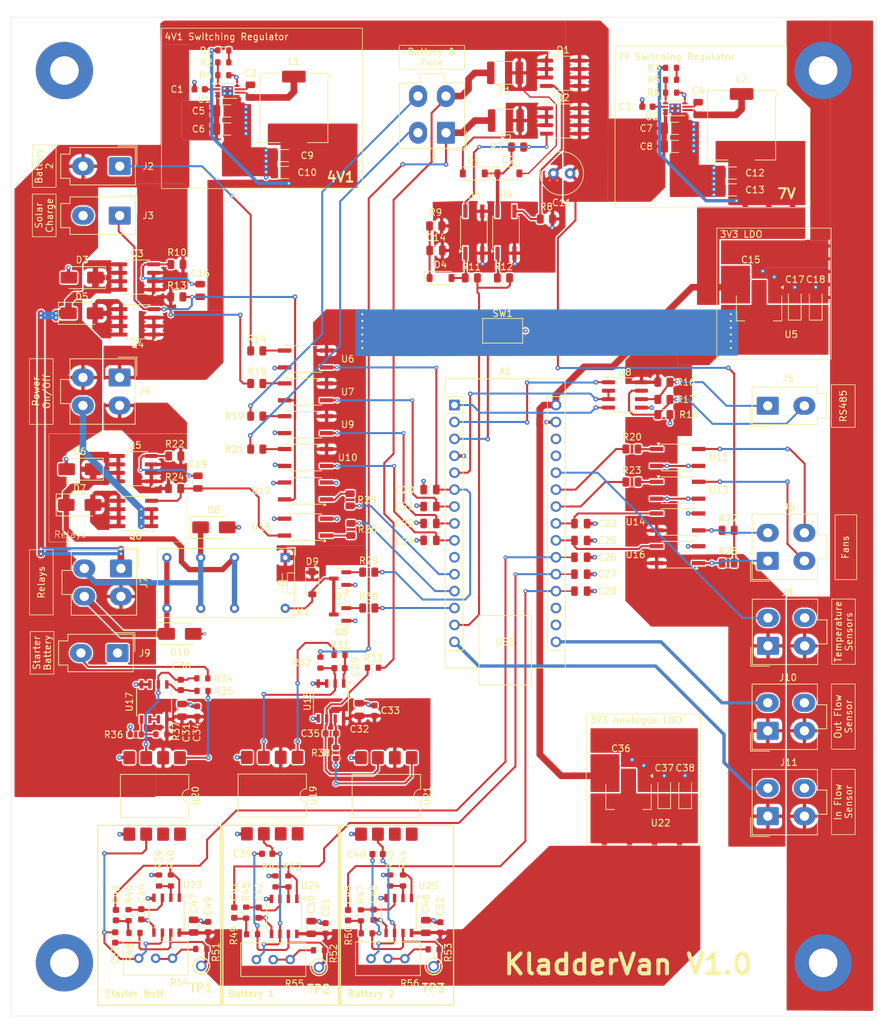
<source format=kicad_pcb>
(kicad_pcb (version 20241229) (generator "pcbnew") (generator_version "9.0")
  (title_block (title "Management  Module") (date "2025-09-10") (rev "0.1"))
  (layers (0 "F.Cu" signal) (4 "In1.Cu" power) (6 "In2.Cu" power) (2 "B.Cu" signal) (13 "F.Paste" user) (15 "B.Paste" user) (5 "F.SilkS" user "F.Silkscreen") (7 "B.SilkS" user "B.Silkscreen") (1 "F.Mask" user) (3 "B.Mask" user) (25 "Edge.Cuts" user))
  (net 0 "")
  (net 1 "/Output Flow Sensor")
  (net 2 "GND")
  (net 3 "/Input Flow Sensor")
  (net 4 "/Battery 2 On{slash}Off")
  (net 5 "VIN")
  (net 6 "/Rx")
  (net 7 "/Battery 2 On{slash}Off Switch Sensor")
  (net 8 "VCC_7V")
  (net 9 "/Batteries On")
  (net 10 "/Tx")
  (net 11 "/En")
  (net 12 "VCC_3V3")
  (net 13 "Net-(A1-A7)")
  (net 15 "Net-(A1-~{RESET})")
  (net 19 "/Battery Box Fan2 Control")
  (net 20 "/Battery Box Fan1 Sensor")
  (net 21 "/Battery Box Fan2 Sensor")
  (net 22 "/Battery Box Fan1 Control")
  (net 23 "/Battery Voltage Measurement/Battery 1 Voltage")
  (net 24 "/Battery Voltage Measurement/Battery 2 Voltage")
  (net 25 "/Battery Voltage Measurement/Starter Battery Voltage")
  (net 26 "Net-(Q1-G)")
  (net 27 "VCC_3V3A")
  (net 28 "/Battery Voltage Measurement/Battery 1 Vin")
  (net 29 "/Battery Voltage Measurement/Battery 2 Vin")
  (net 30 "/Battery Voltage Measurement/Starter Battery Vin")
  (net 31 "/Solar Charge Battery 2 Relay")
  (net 32 "/Battery 2 Fuse State")
  (net 33 "/Battery 1 Fuse State")
  (net 34 "/Battery Fuse Sensors/Battery 2 Fuse Sensor")
  (net 35 "/Battery Fuse Sensors/Battery 1 Fuse Sensor")
  (net 36 "/Solar Charge Management/Solar Charge Battery 2 Switch Sensor")
  (net 37 "/Solar Charge Management/Solar Charge Battery 2 On")
  (net 38 "/Solar Charge Management/Solar Charge Battery 2 Switch")
  (net 39 "/Battery Management/Battery 1 Relay")
  (net 40 "/Battery Management/Battery 2 Relay")
  (net 41 "/Battery Management/Battery 2 Switch")
  (net 42 "Net-(C30-Pad1)")
  (net 43 "/Power Supply Control")
  (net 44 "Net-(U1-V_{CC})")
  (net 45 "Net-(U1-BOOST)")
  (net 46 "Net-(U1-SW)")
  (net 47 "Net-(U17B--)")
  (net 48 "Net-(C41-Pad1)")
  (net 49 "Net-(C45-Pad1)")
  (net 50 "Net-(U23A-+)")
  (net 51 "Net-(U23B--)")
  (net 52 "Net-(U1-Vfb)")
  (net 53 "Net-(D9-A)")
  (net 54 "Net-(Q7-B)")
  (net 55 "Net-(Q8-B)")
  (net 56 "Net-(R1-Pad2)")
  (net 57 "Net-(R25-Pad2)")
  (net 58 "VCC_4V1")
  (net 59 "Net-(D2-A)")
  (net 60 "Net-(U17A--)")
  (net 61 "/Battery Management/Power On Switch - Vin")
  (net 62 "/Battery Management/Power On Switch - 4V1")
  (net 63 "Net-(R38-Pad2)")
  (net 64 "Net-(U23A--)")
  (net 65 "Net-(R52-Pad1)")
  (net 66 "/Solar Charge Management/test")
  (net 67 "/Power Supply/Vps")
  (net 69 "Net-(U2-V_{CC})")
  (net 70 "Net-(U2-SW)")
  (net 71 "Net-(U2-BOOST)")
  (net 72 "Net-(D4-K)")
  (net 73 "Net-(Q3-G)")
  (net 74 "Net-(Q5-G)")
  (net 75 "Net-(Q6-G)")
  (net 76 "Net-(C29-Pad1)")
  (net 77 "Net-(U18A--)")
  (net 78 "Net-(C35-Pad1)")
  (net 79 "Net-(U18B--)")
  (net 80 "Net-(C39-Pad1)")
  (net 81 "Net-(U24B--)")
  (net 82 "Net-(C40-Pad1)")
  (net 83 "Net-(U25B--)")
  (net 84 "Net-(U24A-+)")
  (net 85 "Net-(C43-Pad1)")
  (net 86 "Net-(U25A-+)")
  (net 87 "Net-(C53-Pad1)")
  (net 88 "Net-(D1-A)")
  (net 89 "Net-(D4-A)")
  (net 90 "Net-(D6-K)")
  (net 91 "Net-(D7-A)")
  (net 92 "Net-(J5-Pin_1)")
  (net 93 "Net-(J5-Pin_2)")
  (net 94 "Net-(J6-Pin_3)")
  (net 95 "Net-(J6-Pin_2)")
  (net 96 "Net-(J6-Pin_4)")
  (net 97 "Net-(J6-Pin_1)")
  (net 101 "Net-(Q2-G)")
  (net 102 "Net-(R3-Pad2)")
  (net 103 "Net-(U2-Vfb)")
  (net 104 "Net-(R12-Pad2)")
  (net 105 "Net-(R14-Pad1)")
  (net 106 "Net-(R19-Pad1)")
  (net 107 "Net-(R20-Pad2)")
  (net 108 "Net-(R23-Pad2)")
  (net 109 "Net-(R31-Pad2)")
  (net 110 "Net-(R35-Pad2)")
  (net 111 "Net-(U17B-+)")
  (net 112 "Net-(U24A--)")
  (net 113 "Net-(U25A--)")
  (net 114 "Net-(R51-Pad1)")
  (net 115 "Net-(R53-Pad1)")
  (net 122 "/Solar Charge Management/Net-(R16-Pad2)")
  (net 123 "/Battery Fuse Sensors/Net-(R22-Pad1)")
  (net 124 "/Battery Management/Net-(R27-Pad2)")
  (footprint "Resistor_SMD:R_0603_1608Metric" (layer "F.Cu") (at 66.711 154.7704 90)
    (property "Reference" "R41")
    (property "Value" "10k")
  )
  (footprint "Package_SO:SO-4_4.4x3.6mm_P2.54mm" (layer "F.Cu") (at 71.2216 96.133947 180)
    (property "Reference" "U12")
    (property "Value" "LTV-817S-TA1-C")
  )
  (footprint "MountingHole:MountingHole_4.3mm_M4_Pad" (layer "F.Cu") (at 35 167)
    (property "Reference" "H3" (hide yes))
    (property "Value" "MountingHole_Pad")
  )
  (footprint "Resistor_SMD:R_0603_1608Metric" (layer "F.Cu") (at 45.5268 162.5092 180)
    (property "Reference" "R48")
    (property "Value" "150k")
  )
  (footprint "CV_connector:SOIC-8_ONS-L" (layer "F.Cu") (at 48.4732 127.8128 -90)
    (property "Reference" "U17")
    (property "Value" "LM358DR2G")
  )
  (footprint "Diode_SMD:D_SMA" (layer "F.Cu") (at 37.273 98.236)
    (property "Reference" "D7")
    (property "Value" "M7")
  )
  (footprint "Relay_THT:Relay_DPDT_Omron_G5V-2" (layer "F.Cu") (at 68.1736 106.1466 -90)
    (property "Reference" "K1")
    (property "Value" "G5V-2")
  )
  (footprint "Capacitor_SMD:C_0603_1608Metric" (layer "F.Cu") (at 42.7328 159.8422 90)
    (property "Reference" "C43")
    (property "Value" "1uF")
  )
  (footprint "CV_connector:SOIC-8_ONS-L" (layer "F.Cu") (at 68.011 160.0272 -90)
    (property "Reference" "U24")
    (property "Value" "LM358DR2G")
  )
  (footprint "Package_DIP:SMDIP-8_W11.48mm" (layer "F.Cu") (at 48.5494 141.9352 -90)
    (property "Reference" "U20")
    (property "Value" "HCNR200-500E")
  )
  (footprint "Diode_SMD:D_SMA" (layer "F.Cu") (at 52.3552 117.5968)
    (property "Reference" "D10")
    (property "Value" "M7")
  )
  (footprint "Capacitor_SMD:C_0603_1608Metric" (layer "F.Cu") (at 81.5844 129.1273 90)
    (property "Reference" "C33")
    (property "Value" "1uF")
  )
  (footprint "Resistor_SMD:R_0805_2012Metric" (layer "F.Cu") (at 51.5478 95.7722)
    (property "Reference" "R24")
    (property "Value" "47k")
  )
  (footprint "MountingHole:MountingHole_4.3mm_M4_Pad" (layer "F.Cu") (at 35 33)
    (property "Reference" "H1" (hide yes))
    (property "Value" "MountingHole_Pad")
  )
  (footprint "Diode_SMD:D_SMA" (layer "F.Cu") (at 57.4548 101.6)
    (property "Reference" "D8")
    (property "Value" "M7")
  )
  (footprint "Connector_Molex:Molex_Mini-Fit_Jr_5566-04A_2x02_P4.20mm_Vertical" (layer "F.Cu") (at 43.2804 79.1038 -90)
    (property "Reference" "J4")
    (property "Value" "Power On/Off Switch")
  )
  (footprint "CV_connector:SOIC-8_ONS-L" (layer "F.Cu") (at 50.3528 159.8422 -90)
    (property "Reference" "U23")
    (property "Value" "LM358DR2G")
  )
  (footprint "Connector_Molex:Molex_Mini-Fit_Jr_5566-02A_2x01_P4.20mm_Vertical" (layer "F.Cu") (at 42.977598 120.4722 -90)
    (property "Reference" "J9")
    (property "Value" "Starter Battery")
  )
  (footprint "Resistor_SMD:R_0603_1608Metric" (layer "F.Cu") (at 83.9385 154.6317 90)
    (property "Reference" "R43")
    (property "Value" "10k")
  )
  (footprint "Connector_Molex:Molex_Mini-Fit_Jr_5566-04A_2x02_P4.20mm_Vertical" (layer "F.Cu") (at 140.6918 144.975 90)
    (property "Reference" "J11")
    (property "Value" "Input Flow Sensor")
  )
  (footprint "Capacitor_SMD:C_0805_2012Metric" (layer "F.Cu") (at 89.926 101.0158 180)
    (property "Reference" "C22")
    (property "Value" "100nF")
  )
  (footprint "Resistor_SMD:R_0603_1608Metric" (layer "F.Cu") (at 68.646 154.7704 -90)
    (property "Reference" "R42")
    (property "Value" "5k6")
  )
  (footprint "Connector_Molex:Molex_Mini-Fit_Jr_5566-04A_2x02_P4.20mm_Vertical" (layer "F.Cu") (at 140.68485 106.6292 90)
    (property "Reference" "J6")
    (property "Value" "Fans")
  )
  (footprint "Resistor_SMD:R_0603_1608Metric" (layer "F.Cu") (at 55.71635 124.28035 180)
    (property "Reference" "R34")
    (property "Value" "220k")
  )
  (footprint "Capacitor_SMD:C_1206_3216Metric" (layer "F.Cu") (at 59.3072 41.7848)
    (property "Reference" "C6")
    (property "Value" "10uF")
  )
  (footprint "Resistor_SMD:R_0603_1608Metric" (layer "F.Cu") (at 55.7498 126.1618)
    (property "Reference" "R35")
    (property "Value" "1k2")
  )
  (footprint "Capacitor_SMD:C_0603_1608Metric" (layer "F.Cu") (at 81.4545 159.7719 -90)
    (property "Reference" "C46")
    (property "Value" "1uF")
  )
  (footprint "Capacitor_SMD:C_1206_3216Metric" (layer "F.Cu") (at 59.3054 39.067)
    (property "Reference" "C5")
    (property "Value" "10uF")
  )
  (footprint "Capacitor_SMD:C_0805_2012Metric" (layer "F.Cu") (at 79.2984 128.9647 90)
    (property "Reference" "C32")
    (property "Value" "100nF")
  )
  (footprint "Package_TO_SOT_SMD:SOT-223-3_TabPin2" (layer "F.Cu") (at 119.761 142.0622 -90)
    (property "Reference" "U22")
    (property "Value" "AMS1117-3.3/TLV761")
  )
  (footprint "MountingHole:MountingHole_4.3mm_M4_Pad" (layer "F.Cu") (at 149 33)
    (property "Reference" "H2" (hide yes))
    (property "Value" "MountingHole_Pad")
  )
  (footprint "Capacitor_SMD:C_0805_2012Metric" (layer "F.Cu") (at 54.4168 161.4932 90)
    (property "Reference" "C47")
    (property "Value" "100nF")
  )
  (footprint "Connector_Molex:Molex_Mini-Fit_Jr_5566-02A_2x01_P4.20mm_Vertical" (layer "F.Cu") (at 140.6806 83.3501 90)
    (property "Reference" "J5")
    (property "Value" "RS485")
  )
  (footprint "Resistor_SMD:R_0603_1608Metric" (layer "F.Cu") (at 126.1573 32.5882)
    (property "Reference" "R3")
    (property "Value" "68k")
  )
  (footprint "Resistor_SMD:R_0805_2012Metric" (layer "F.Cu") (at 125.0615 82.394)
    (property "Reference" "R17")
    (property "Value" "120")
  )
  (footprint "Package_DFN_QFN:DFN-8-1EP_3x2mm_P0.5mm_EP1.75x1.45mm" (layer "F.Cu") (at 59.4832 36.0708)
    (property "Reference" "U1")
    (property "Value" "MCP16311x-xMNY")
  )
  (footprint "Resistor_SMD:R_0805_2012Metric" (layer "F.Cu") (at 63.8964 80.001963)
    (property "Reference" "R15")
    (property "Value" "680")
  )
  (footprint "Package_SO:SO-4_4.4x3.6mm_P2.54mm" (layer "F.Cu") (at 71.237 76.318481)
    (property "Reference" "U6")
    (property "Value" "LTV-817S-TA1-C")
  )
  (footprint "Fuse:Fuse_1812_4532Metric" (layer "F.Cu") (at 101.1948 33.3502 180)
    (property "Reference" "F1")
    (property "Value" "Polyfuse")
  )
  (footprint "Connector_Molex:Molex_Mini-Fit_Jr_5566-04A_2x02_P4.20mm_Vertical" (layer "F.Cu") (at 140.72355 119.402667 90)
    (property "Reference" "J8")
    (property "Value" "Temp")
  )
  (footprint "Capacitor_SMD:C_0805_2012Metric" (layer "F.Cu") (at 55.053 94.807 -90)
    (property "Reference" "C19")
    (property "Value" "100nF")
  )
  (footprint "Resistor_SMD:R_0603_1608Metric" (layer "F.Cu") (at 81.3562 122.682 180)
    (property "Reference" "R33")
    (property "Value" "220k")
  )
  (footprint "Package_SO:SO-4_4.4x3.6mm_P2.54mm" (layer "F.Cu") (at 127.129779 91.108369)
    (property "Reference" "U11")
    (property "Value" "LTV-817S-TA1-C")
  )
  (footprint "Connector_Molex:Molex_Mini-Fit_Jr_5566-02A_2x01_P4.20mm_Vertical" (layer "F.Cu") (at 43.3013 47.371 -90)
    (property "Reference" "J2")
    (property "Value" "Battery 2")
  )
  (footprint "Diode_SMD:D_SOD-123" (layer "F.Cu") (at 72.2376 110.0074 -90)
    (property "Reference" "D9")
    (property "Value" "1N418W")
  )
  (footprint "Potentiometer_THT:Potentiometer_Bourns_3296W_Vertical" (layer "F.Cu") (at 86.1477 166.3787)
    (property "Reference" "R56")
    (property "Value" "10k")
  )
  (footprint "Resistor_SMD:R_0805_2012Metric" (layer "F.Cu") (at 51.90445 62.12005 180)
    (property "Reference" "R10")
    (property "Value" "1M")
  )
  (footprint "Resistor_SMD:R_0603_1608Metric" (layer "F.Cu") (at 75.7782 135.4582 -90)
    (property "Reference" "R38")
    (property "Value" "1k2")
  )
  (footprint "Resistor_SMD:R_0603_1608Metric" (layer "F.Cu") (at 58.8754 31.7772 180)
    (property "Reference" "R2")
    (property "Value" "10k")
  )
  (footprint "Resistor_SMD:R_0603_1608Metric" (layer "F.Cu") (at 73.4668 121.91365 -90)
    (property "Reference" "R32")
    (property "Value" "220k")
  )
  (footprint "Resistor_SMD:R_0805_2012Metric" (layer "F.Cu") (at 120.269 89.8398)
    (property "Reference" "R20")
    (property "Value" "150")
  )
  (footprint "Capacitor_SMD:C_1206_3216Metric" (layer "F.Cu") (at 67.9922 48.3126 180)
    (property "Reference" "C10")
    (property "Value" "10uF")
  )
  (footprint "Diode_SMD:D_SOD-123" (layer "F.Cu") (at 91.5162 64.1604)
    (property "Reference" "D4")
    (property "Value" "1N418W")
  )
  (footprint "Resistor_SMD:R_0603_1608Metric" (layer "F.Cu") (at 63.189 162.7074 180)
    (property "Reference" "R49")
    (property "Value" "150k")
  )
  (footprint "Resistor_SMD:R_0603_1608Metric" (layer "F.Cu") (at 45.7046 132.715 180)
    (property "Reference" "R36")
    (property "Value" "10k")
  )
  (footprint "Capacitor_SMD:C_0805_2012Metric" (layer "F.Cu") (at 130.2213 38.7096 -90)
    (property "Reference" "C4")
    (property "Value" "100nF")
  )
  (footprint "Resistor_SMD:R_0805_2012Metric" (layer "F.Cu") (at 63.8964 84.904163 180)
    (property "Reference" "R19")
    (property "Value" "680")
  )
  (footprint "Package_SO:SO-4_4.4x3.6mm_P2.54mm" (layer "F.Cu") (at 71.237 86.183714)
    (property "Reference" "U9")
    (property "Value" "LTV-817S-TA1-C")
  )
  (footprint "Capacitor_SMD:C_0603_1608Metric" (layer "F.Cu") (at 65.4658 150.622)
    (property "Reference" "C39")
    (property "Value" "C_Small")
  )
  (footprint "Capacitor_SMD:C_0603_1608Metric" (layer "F.Cu") (at 54.9508 129.2505 90)
    (property "Reference" "C34")
    (property "Value" "1uF")
  )
  (footprint "Capacitor_SMD:C_0805_2012Metric" (layer "F.Cu") (at 62.9394 36.0952 -90)
    (property "Reference" "C2")
    (property "Value" "100nF")
  )
  (footprint "Capacitor_SMD:C_1206_3216Metric" (layer "F.Cu") (at 126.5873 41.6814)
    (property "Reference" "C7")
    (property "Value" "10uF")
  )
  (footprint "Capacitor_SMD:C_1206_3216Metric" (layer "F.Cu") (at 67.9922 45.7726 180)
    (property "Reference" "C9")
    (property "Value" "10uF")
  )
  (footprint "Connector_Molex:Molex_Mini-Fit_Jr_5566-04A_2x02_P4.20mm_Vertical" (layer "F.Cu") (at 92.3293 42.3421 180)
    (property "Reference" "J1")
    (property "Value" "Battery & Fuse")
  )
  (footprint "Resistor_SMD:R_0603_1608Metric" (layer "F.Cu") (at 50.9878 154.6352 -90)
    (property "Reference" "R40")
    (property "Value" "5k6")
  )
  (footprint "CV_connector:5000" (layer "F.Cu") (at 55.5598 167.4622 -90)
    (property "Reference" "TP1")
    (property "Value" "TestPoint" (hide yes))
  )
  (footprint "Capacitor_SMD:C_0805_2012Metric" (layer "F.Cu") (at 72.075 161.6864 90)
    (property "Reference" "C50")
    (property "Value" "100nF")
  )
  (footprint "Package_DFN_QFN:DFN-8-1EP_3x2mm_P0.5mm_EP1.75x1.45mm" (layer "F.Cu") (at 126.7651 38.6852)
    (property "Reference" "U2")
    (property "Value" "MCP16311x-xMNY")
  )
  (footprint "Package_SO:SOIC-8_3.9x4.9mm_P1.27mm" (layer "F.Cu") (at 45.91195 64.01085 180)
    (property "Reference" "Q3")
    (property "Value" "FDS4685")
  )
  (footprint "Module:Arduino_Nano" (layer "F.Cu") (at 93.609 83.2358)
    (property "Reference" "A1")
    (property "Value" "Arduino_Nano_ESP32")
  )
  (footprint "Diode_SMD:D_SMA" (layer "F.Cu") (at 37.3238 92.8727 180)
    (property "Reference" "D6")
    (property "Value" "M7")
  )
  (footprint "Capacitor_SMD:C_0805_2012Metric" (layer "F.Cu") (at 112.5884 101.0412)
    (property "Reference" "C23")
    (property "Value" "100nF")
  )
  (footprint "Connector_Molex:Molex_Mini-Fit_Jr_5566-04A_2x02_P4.20mm_Vertical" (layer "F.Cu") (at 43.48505 107.7804 -90)
    (property "Reference" "J7")
    (property "Value" "Relays")
  )
  (footprint "Inductor_SMD:L_Coilcraft_MSS1038-XXX" (layer "F.Cu") (at 136.7509 41.2252 -90)
    (property "Reference" "L2")
    (property "Value" "33uH")
  )
  (footprint "Package_SO:SO-4_4.4x3.6mm_P2.54mm" (layer "F.Cu") (at 101.346 57.277 90)
    (property "Reference" "U4")
    (property "Value" "LTV-817S-TA1-C")
  )
  (footprint "Package_SO:SOIC-8_3.9x4.9mm_P1.27mm" (layer "F.Cu") (at 119.2172 81.7154)
    (property "Reference" "U8")
    (property "Value" "MAX487E")
  )
  (footprint "Resistor_SMD:R_0805_2012Metric" (layer "F.Cu") (at 51.5713 90.8954 180)
    (property "Reference" "R22")
    (property "Value" "1M")
  )
  (footprint "Resistor_SMD:R_0603_1608Metric" (layer "F.Cu") (at 79.5365 159.8661 90)
    (property "Reference" "R47")
    (property "Value" "150k")
  )
  (footprint "Resistor_SMD:R_0603_1608Metric" (layer "F.Cu") (at 90.4749 164.9789)
    (property "Reference" "R53")
    (property "Value" "10k")
  )
  (footprint "Resistor_SMD:R_0603_1608Metric" (layer "F.Cu") (at 55.5598 164.9222)
    (property "Reference" "R51")
    (property "Value" "10k")
  )
  (footprint "Resistor_SMD:R_0805_2012Metric" (layer "F.Cu") (at 63.8964 75.099763 180)
    (property "Reference" "R14")
    (property "Value" "680")
  )
  (footprint "Capacitor_Tantalum_SMD:CP_EIA-3216-18_Kemet-A" (layer "F.Cu") (at 144.7392 68.1626 90)
    (property "Reference" "C17")
    (property "Value" "10uF")
  )
  (footprint "Potentiometer_THT:Potentiometer_Bourns_3296W_Vertical" (layer "F.Cu") (at 51.2418 166.3192)
    (property "Reference" "R54")
    (property "Value" "10k")
  )
  (footprint "Resistor_SMD:R_0805_2012Metric" (layer "F.Cu") (at 134.7216 102.0572 180)
    (property "Reference" "R27")
    (property "Value" "47k")
  )
  (footprint "Capacitor_SMD:C_0603_1608Metric" (layer "F.Cu") (at 138.1252 63.0936)
    (property "Reference" "C15")
    (property "Value" "1uF")
  )
  (footprint "Capacitor_SMD:C_0603_1608Metric" (layer "F.Cu") (at 55.3194 35.8158 180)
    (property "Reference" "C1")
    (property "Value" "1uF")
  )
  (footprint "Capacitor_SMD:C_0603_1608Metric" (layer "F.Cu") (at 46.5428 159.7152 -90)
    (property "Reference" "C44")
    (property "Value" "1uF")
  )
  (footprint "MountingHole:MountingHole_4.3mm_M4_Pad" (layer "F.Cu") (at 149 167)
    (property "Reference" "H4" (hide yes))
    (property "Value" "MountingHole_Pad")
  )
  (footprint "Capacitor_SMD:C_0603_1608Metric" (layer "F.Cu") (at 64.1958 159.4612 -90)
    (property "Reference" "C42")
    (property "Value" "1uF")
  )
  (footprint "Resistor_SMD:R_0805_2012Metric" (layer "F.Cu") (at 77.924758 97.460949 90)
    (property "Reference" "R25")
    (property "Value" "150")
  )
  (footprint "Capacitor_SMD:C_0603_1608Metric" (layer "F.Cu") (at 74.234 161.8184 90)
    (property "Reference" "C51")
    (property "Value" "1uF")
  )
  (footprint "Diode_SMD:D_SOD-123" (layer "F.Cu") (at 101.7128 48.452)
    (property "Reference" "D2")
    (property "Value" "1N418W")
  )
  (footprint "Resistor_SMD:R_0603_1608Metric" (layer "F.Cu") (at 49.5654 132.6896 180)
    (property "Reference" "R37")
    (property "Value" "10k")
  )
  (footprint "Package_SO:SO-4_4.4x3.6mm_P2.54mm" (layer "F.Cu") (at 71.237 81.251097)
    (property "Reference" "U7")
    (property "Value" "LTV-817S-TA1-C")
  )
  (footprint "Package_TO_SOT_SMD:SOT-23" (layer "F.Cu") (at 76.407 114.683844 180)
    (property "Reference" "Q8")
    (property "Value" "MMBT2222A")
  )
  (footprint "Diode_SMD:D_SMA" (layer "F.Cu") (at 37.60615 69.46065)
    (property "Reference" "D5")
    (property "Value" "M7")
  )
  (footprint "Capacitor_SMD:C_0603_1608Metric" (layer "F.Cu") (at 75.0162 132.55625 180)
    (property "Reference" "C35")
    (property "Value" "C_Small")
  )
  (footprint "Capacitor_SMD:C_0603_1608Metric" (layer "F.Cu") (at 60.5128 159.4612 90)
    (property "Reference" "C41")
    (property "Value" "1uF")
  )
  (footprint "Package_SO:SOIC-8_3.9x4.9mm_P1.27mm" (layer "F.Cu") (at 109.9128 40.578)
    (property "Reference" "Q2")
    (property "Value" "FDS4685")
  )
  (footprint "Resistor_SMD:R_0805_2012Metric" (layer "F.Cu") (at 96.139 64.135 180)
    (property "Reference" "R11")
    (property "Value" "150")
  )
  (footprint "Capacitor_SMD:C_1206_3216Metric" (layer "F.Cu") (at 135.2741 48.387 180)
    (property "Reference" "C12")
    (property "Value" "10uF")
  )
  (footprint "Capacitor_SMD:C_0805_2012Metric" (layer "F.Cu") (at 90.8304 60.0202 180)
    (property "Reference" "C14")
    (property "Value" "220pF")
  )
  (footprint "Capacitor_SMD:C_0603_1608Metric" (layer "F.Cu") (at 122.6013 38.4302 180)
    (property "Reference" "C3")
    (property "Value" "1uF")
  )
  (footprint "Capacitor_SMD:C_0603_1608Metric" (layer "F.Cu") (at 77.6185 159.8529 90)
    (property "Reference" "C45")
    (property "Value" "1uF")
  )
  (footprint "Resistor_SMD:R_0805_2012Metric" (layer "F.Cu") (at 90.7713 56.3372 180)
    (property "Reference" "R9")
    (property "Value" "330")
  )
  (footprint "Resistor_SMD:R_0603_1608Metric" (layer "F.Cu") (at 62.2908 159.4612 90)
    (property "Reference" "R45")
    (property "Value" "150k")
  )
  (footprint "Package_SO:SO-4_4.4x3.6mm_P2.54mm" (layer "F.Cu") (at 127.137 100.7872 180)
    (property "Reference" "U14")
    (property "Value" "LTV-817S-TA1-C")
  )
  (footprint "Connector_Molex:Molex_Mini-Fit_Jr_5566-04A_2x02_P4.20mm_Vertical" (layer "F.Cu") (at 140.68545 132.150733 90)
    (property "Reference" "J10")
    (property "Value" "Output Flow Sensor")
  )
  (footprint "Capacitor_THT:C_Radial_D6.3mm_H11.0mm_P2.50mm" (layer "F.Cu") (at 110.9726 48.452 180)
    (property "Reference" "C11")
    (property "Value" "220uF")
  )
  (footprint "Resistor_SMD:R_0805_2012Metric" (layer "F.Cu") (at 100.965 64.135 180)
    (property "Reference" "R12")
    (property "Value" "150")
  )
  (footprint "Resistor_SMD:R_0805_2012Metric" (layer "F.Cu") (at 103.0821 44.4896)
    (property "Reference" "R7")
    (property "Value" "1k")
  )
  (footprint "Potentiometer_THT:Potentiometer_Bourns_3296W_Vertical" (layer "F.Cu") (at 68.9202 166.5174)
    (property "Reference" "R55")
    (property "Value" "10k")
  )
  (footprint "Package_TO_SOT_SMD:SOT-23" (layer "F.Cu") (at 76.4032 109.2962 180)
    (property "Reference" "Q7")
    (property "Value" "MMBT2222A")
  )
  (footprint "Diode_SMD:D_SOD-123" (layer "F.Cu") (at 96.5048 48.452 180)
    (property "Reference" "D1")
    (property "Value" "1N418W")
  )
  (footprint "Capacitor_SMD:C_0805_2012Metric" (layer "F.Cu") (at 112.5884 108.6358)
    (property "Reference" "C27")
    (property "Value" "100nF")
  )
  (footprint "Diode_SMD:D_SMA" (layer "F.Cu") (at 37.65695 64.09735 180)
    (property "Reference" "D3")
    (property "Value" "M7")
  )
  (footprint "Package_SO:SO-4_4.4x3.6mm_P2.54mm" (layer "F.Cu") (at 71.2216 101.566563 180)
    (property "Reference" "U15")
    (property "Value" "LTV-817S-TA1-C")
  )
  (footprint "Package_DIP:SMDIP-8_W11.48mm" (layer "F.Cu") (at 66.2278 141.8844 -90)
    (property "Reference" "U19")
    (property "Value" "HCNR200-500E")
  )
  (footprint "Capacitor_SMD:C_0603_1608Metric" (layer "F.Cu") (at 52.47835 125.27095 90)
    (property "Reference" "C30")
    (property "Value" "C_Small")
  )
  (footprint "Resistor_SMD:R_0603_1608Metric" (layer "F.Cu") (at 126.1573 36.322)
    (property "Reference" "R6")
    (property "Value" "10k")
  )
  (footprint "Resistor_SMD:R_0603_1608Metric" (layer "F.Cu") (at 58.8754 33.7076)
    (property "Reference" "R4")
    (property "Value" "10k")
  )
  (footprint "Package_SO:SOIC-8_3.9x4.9mm_P1.27mm" (layer "F.Cu") (at 109.9128 33.4152)
    (property "Reference" "Q1")
    (property "Value" "FDS4685")
  )
  (footprint "Package_SO:SO-4_4.4x3.6mm_P2.54mm" (layer "F.Cu") (at 127.137 105.709115 180)
    (property "Reference" "U16")
    (property "Value" "LTV-817S-TA1-C")
  )
  (footprint "Capacitor_SMD:C_0603_1608Metric" (layer "F.Cu") (at 76.337 122.75185 180)
    (property "Reference" "C29")
    (property "Value" "C_Small")
  )
  (footprint "Capacitor_SMD:C_0603_1608Metric" (layer "F.Cu") (at 82.052 150.6728)
    (property "Reference" "C40")
    (property "Value" "C_Small")
  )
  (footprint "Package_SO:SO-4_4.4x3.6mm_P2.54mm" (layer "F.Cu") (at 96.52 57.277 90)
    (property "Reference" "U3")
    (property "Value" "LTV-817S-TA1-C")
  )
  (footprint "Resistor_SMD:R_0805_2012Metric" (layer "F.Cu") (at 80.7174 108.331 180)
    (property "Reference" "R29")
    (property "Value" "150")
  )
  (footprint "Resistor_SMD:R_0805_2012Metric" (layer "F.Cu") (at 134.7216 106.9594 180)
    (property "Reference" "R28")
    (property "Value" "47k")
  )
  (footprint "Capacitor_SMD:C_1206_3216Metric" (layer "F.Cu") (at 135.2741 50.927 180)
    (property "Reference" "C13")
    (property "Value" "10uF")
  )
  (footprint "Package_SO:SOIC-8_3.9x4.9mm_P1.27mm" (layer "F.Cu") (at 45.96275 70.74185 180)
    (property "Reference" "Q4")
    (property "Value" "FDS4685")
  )
  (footprint "Resistor_SMD:R_0603_1608Metric" (layer "F.Cu") (at 58.8754 29.9738)
    (property "Reference" "R1")
    (property "Value" "68k")
  )
  (footprint "Resistor_SMD:R_0805_2012Metric" (layer "F.Cu") (at 51.88095 66.99685)
    (property "Reference" "R13")
    (property "Value" "47k")
  )
  (footprint "Package_SO:SO-4_4.4x3.6mm_P2.54mm" (layer "F.Cu") (at 127.129779 96.030284)
    (property "Reference" "U13")
    (property "Value" "LTV-817S-TA1-C")
  )
  (footprint "Capacitor_SMD:C_0805_2012Metric" (layer "F.Cu") (at 112.5884 106.0958)
    (property "Reference" "C26")
    (property "Value" "100nF")
  )
  (footprint "Package_TO_SOT_SMD:SOT-223-3_TabPin2" (layer "F.Cu") (at 139.3798 68.696 -90)
    (property "Reference" "U5")
    (property "Value" "AMS1117-3.3/TLV761")
  )
  (footprint "Resistor_SMD:R_0805_2012Metric" (layer "F.Cu") (at 107.4166 55.2958)
    (property "Reference" "R8")
    (property "Value" "27k")
  )
  (footprint "Capacitor_SMD:C_0603_1608Metric" (layer "F.Cu") (at 118.5164 136.4742)
    (property "Reference" "C36")
    (property "Value" "1uF")
  )
  (footprint "Capacitor_SMD:C_0805_2012Metric" (layer "F.Cu") (at 112.5884 103.5812)
    (property "Reference" "C25")
    (property "Value" "100nF")
  )
  (footprint "Connector_Molex:Molex_Mini-Fit_Jr_5566-02A_2x01_P4.20mm_Vertical" (layer "F.Cu") (at 43.3013 54.7878 -90)
    (property "Reference" "J3")
    (property "Value" "Solar Charge")
  )
  (footprint "Capacitor_SMD:C_0603_1608Metric" (layer "F.Cu") (at 42.6279 163.191 90)
    (property "Reference" "C53")
    (property "Value" "C_Small")
  )
  (footprint "Resistor_SMD:R_0603_1608Metric" (layer "F.Cu") (at 76.337 120.77065 180)
    (property "Reference" "R31")
    (property "Value" "1k2")
  )
  (footprint "Capacitor_SMD:C_1206_3216Metric" (layer "F.Cu") (at 126.5891 44.3992)
    (property "Reference" "C8")
    (property "Value" "10uF")
  )
  (footprint "Resistor_SMD:R_0805_2012Metric" (layer "F.Cu") (at 120.269 94.7928)
    (property "Reference" "R23")
    (property "Value" "150")
  )
  (footprint "Package_SO:SOIC-8_3.9x4.9mm_P1.27mm" (layer "F.Cu") (at 45.5788 92.7862 180)
    (property "Reference" "Q5")
    (property "Value" "FDS4685")
  )
  (footprint "Capacitor_SMD:C_0805_2012Metric" (layer "F.Cu") (at 89.926 103.5558 180)
    (property "Reference" "C24")
    (property "Value" "100nF")
  )
  (footprint "Capacitor_SMD:C_0603_1608Metric" (layer "F.Cu") (at 56.5758 161.6202 90)
    (property "Reference" "C49")
    (property "Value" "1uF")
  )
  (footprint "Fuse:Fuse_1812_4532Metric" (layer "F.Cu") (at 101.3276 40.513 180)
    (property "Reference" "F2")
    (property "Value" "Polyfuse")
  )
  (footprint "Package_SO:SO-4_4.4x3.6mm_P2.54mm" (layer "F.Cu") (at 71.237 91.11633)
    (property "Reference" "U10")
    (property "Value" "LTV-817S-TA1-C")
  )
  (footprint "Package_SO:SOIC-8_3.9x4.9mm_P1.27mm" (layer "F.Cu") (at 45.6296 99.5172 180)
    (property "Reference" "Q6")
    (property "Value" "FDS4685")
  )
  (footprint "Resistor_SMD:R_0805_2012Metric" (layer "F.Cu") (at 63.8964 89.857163 180)
    (property "Reference" "R21")
    (property "Value" "680")
  )
  (footprint "Resistor_SMD:R_0805_2012Metric" (layer "F.Cu") (at 78.0546 101.920263 -90)
    (property "Reference" "R26")
    (property "Value" "150")
  )
  (footprint "Resistor_SMD:R_0603_1608Metric" (layer "F.Cu") (at 44.6378 159.8422 90)
    (property "Reference" "R46")
    (property "Value" "150k")
  )
  (footprint "Capacitor_Tantalum_SMD:CP_EIA-3216-18_Kemet-A" (layer "F.Cu") (at 128.2704 141.5288 90)
    (property "Reference" "C38")
    (property "Value" "10uF")
  )
  (footprint "Capacitor_SMD:C_0603_1608Metric" (layer "F.Cu") (at 91.4615 161.6797 90)
    (property "Reference" "C52")
    (property "Value" "1uF")
  )
  (footprint "Capacitor_SMD:C_0805_2012Metric" (layer "F.Cu") (at 89.3025 161.5477 90)
    (property "Reference" "C48")
    (property "Value" "100nF")
  )
  (footprint "Resistor_SMD:R_0603_1608Metric" (layer "F.Cu") (at 73.2474 165.1176)
    (property "Reference" "R52")
    (property "Value" "10k")
  )
  (footprint "Resistor_SMD:R_0603_1608Metric" (layer "F.Cu") (at 85.8735 154.6317 -90)
    (property "Reference" "R44")
    (property "Value" "5k6")
  )
  (footprint "CV_connector:5000" (layer "F.Cu") (at 73.2474 167.6576 -90)
    (property "Reference" "TP2")
    (property "Value" "TestPoint" (hide yes))
  )
  (footprint "Resistor_SMD:R_0805_2012Metric" (layer "F.Cu") (at 80.7212 113.7158 180)
    (property "Reference" "R30")
    (property "Value" "150")
  )
  (footprint "CV_connector:SW_SPST_JLC" (layer "F.Cu") (at 100.848 72.0852)
    (property "Reference" "SW1")
    (property "Value" "SW_Push")
  )
  (footprint "Resistor_SMD:R_0603_1608Metric" (layer "F.Cu") (at 80.4165 162.5687 180)
    (property "Reference" "R50")
    (property "Value" "150k")
  )
  (footprint "Capacitor_SMD:C_0805_2012Metric" (layer "F.Cu") (at 89.926 98.4758 180)
    (property "Reference" "C21")
    (property "Value" "100nF")
  )
  (footprint "CV_connector:SOIC-8_ONS-L" (layer "F.Cu") (at 85.2385 159.8885 -90)
    (property "Reference" "U25")
    (property "Value" "LM358DR2G")
  )
  (footprint "Resistor_SMD:R_0805_2012Metric" (layer "F.Cu") (at 125.0615 84.68)
    (property "Reference" "R18")
    (property "Value" "931")
  )
  (footprint "Inductor_SMD:L_Coilcraft_MSS1038-XXX" (layer "F.Cu") (at 69.469 38.6108 -90)
    (property "Reference" "L1")
    (property "Value" "18uH")
  )
  (footprint "Capacitor_SMD:C_0805_2012Metric" (layer "F.Cu") (at 89.926 95.9358 180)
    (property "Reference" "C20")
    (property "Value" "100nF")
  )
  (footprint "Resistor_SMD:R_0603_1608Metric" (layer "F.Cu") (at 49.2098 154.6352 90)
    (property "Reference" "R39")
    (property "Value" "10k")
  )
  (footprint "Capacitor_Tantalum_SMD:CP_EIA-3216-18_Kemet-A" (layer "F.Cu") (at 125.1204 141.5288 90)
    (property "Reference" "C37")
    (property "Value" "10uF")
  )
  (footprint "CV_connector:SOIC-8_ONS-L" (layer "F.Cu") (at 75.0416 127.67945 -90)
    (property "Reference" "U18")
    (property "Value" "LM358DR2G")
  )
  (footprint "Resistor_SMD:R_0805_2012Metric" (layer "F.Cu") (at 125.0615 79.8032)
    (property "Reference" "R16")
    (property "Value" "931")
  )
  (footprint "Capacitor_SMD:C_0805_2012Metric" (layer "F.Cu") (at 112.5884 111.1758)
    (property "Reference" "C28")
    (property "Value" "100nF")
  )
  (footprint "CV_connector:5000" (layer "F.Cu") (at 90.4749 167.5189 -90)
    (property "Reference" "TP3")
    (property "Value" "TestPoint" (hide yes))
  )
  (footprint "Capacitor_SMD:C_0805_2012Metric" (layer "F.Cu") (at 55.38615 66.03165 -90)
    (property "Reference" "C16")
    (property "Value" "100nF")
  )
  (footprint "Capacitor_Tantalum_SMD:CP_EIA-3216-18_Kemet-A" (layer "F.Cu") (at 147.8892 68.1626 90)
    (property "Reference" "C18")
    (property "Value" "10uF")
  )
  (footprint "Resistor_SMD:R_0603_1608Metric" (layer "F.Cu") (at 126.1573 34.3916 180)
    (property "Reference" "R5")
    (property "Value" "10k")
  )
  (footprint "Package_DIP:SMDIP-8_W11.48mm" (layer "F.Cu") (at 83.3728 141.9352 -90)
    (property "Reference" "U21")
    (property "Value" "HCNR200-500E")
  )
  (footprint "Capacitor_SMD:C_0805_2012Metric" (layer "F.Cu") (at 52.6648 129.08785 90)
    (property "Reference" "C31")
    (property "Value" "100nF")
  )
  (gr_poly (pts (xy 117.729 29.337) (xy 117.729 53.594) (xy 146.718827 53.594) (xy 147.044048 53.268779) (xy 147.044048 38.713048) (xy 143.51 35.179) (xy 143.51 29.337)) (stroke (width 0.1)) (fill no) (layer "F.SilkS"))
  (gr_rect (start 133.024527 56.6678) (end 150.194927 76.3528) (stroke (width 0.1)) (fill no) (layer "F.SilkS"))
  (gr_rect (start 58.801 146.3548) (end 76.2 173.355) (stroke (width 0.2)) (fill no) (layer "F.SilkS"))
  (gr_rect (start 40.005 146.3548) (end 58.4835 173.355) (stroke (width 0.2)) (fill no) (layer "F.SilkS"))
  (gr_rect (start 113.4021 129.6346) (end 130.5725 149.3196) (stroke (width 0.1)) (fill no) (layer "F.SilkS"))
  (gr_rect (start 32.688 87.533) (end 53.4144 103.8144) (stroke (width 0.05)) (fill no) (layer "F.SilkS"))
  (gr_rect (start 76.454 146.3548) (end 93.472 173.355) (stroke (width 0.2)) (fill no) (layer "F.SilkS"))
  (gr_rect (start 49.579674 26.643534) (end 79.780274 50.722734) (stroke (width 0.1)) (fill no) (layer "F.SilkS"))
  (gr_rect (start 27 25) (end 157 175) (stroke (width 0.05)) (fill no) (layer "Edge.Cuts"))
  (gr_text "7V" (at 143.5 51.5 0) (layer "F.SilkS") (effects (font (size 1.5 1.5) (thickness 0.3) (bold yes))))
  (gr_text "Battery 2" (at 77.47 172.212 0) (layer "F.SilkS") (effects (font (size 1 1) (thickness 0.2) (bold yes)) (justify left bottom)))
  (gr_text "KladderVan V1.0" (at 100.711 168.9862 0) (layer "F.SilkS") (effects (font (size 3 3) (thickness 0.6) (bold yes)) (justify left bottom)))
  (gr_text "Battery 1" (at 59.436 172.212 0) (layer "F.SilkS") (effects (font (size 1 1) (thickness 0.2) (bold yes)) (justify left bottom)))
  (gr_text "Starter Batt." (at 40.894 172.212 0) (layer "F.SilkS") (effects (font (size 1 1) (thickness 0.2) (bold yes)) (justify left bottom)))
  (gr_text "3V3 Analogue LDO" (at 113.792 131.1402 0) (layer "F.SilkS") (effects (font (size 1 1)) (justify left bottom)))
  (gr_text "4V1" (at 76.5 49 0) (layer "F.SilkS") (effects (font (size 1.5 1.5) (thickness 0.3) (bold yes))))
  (gr_text "4V1 Switching Regulator" (at 49.964674 28.506934 0) (layer "F.SilkS") (effects (font (size 1 1)) (justify left bottom)))
  (gr_text "3V3 LDO" (at 133.414427 58.1734 0) (layer "F.SilkS") (effects (font (size 1 1)) (justify left bottom)))
  (gr_text "7V Switching Regulator" (at 118 31.5 0) (layer "F.SilkS") (effects (font (size 1 1)) (justify left bottom)))
  (gr_text "Relays" (at 33.3756 103.251 0) (layer "F.SilkS") (effects (font (size 1 1) (thickness 0.1)) (justify left bottom)))
  (gr_text_box "Solar Charge" (start 30.1813 57.9628) (end 33.7373 51.562) (margins 1.0025 1.0025 1.0025 1.0025) (angle 90) (layer "F.SilkS") (effects (font (size 1 1))) (border yes) (stroke (width 0.1)))
  (gr_text_box "In Flow Sensor" (start 150.2558 137.9392) (end 153.8118 147.7436) (margins 1.0025 1.0025 1.0025 1.0025) (angle 90) (layer "F.SilkS") (effects (font (size 1 1))) (border yes) (stroke (width 0.1)))
  (gr_text_box "Battery & Fuse" (start 85.3099 29.2221) (end 95.1143 32.7781) (margins 1.0025 1.0025 1.0025 1.0025) (layer "F.SilkS") (effects (font (size 1 1))) (border yes) (stroke (width 0.1)))
  (gr_text_box "Relays" (start 29.74755 104.9528) (end 33.30355 114.7572) (margins 1.0025 1.0025 1.0025 1.0025) (angle 90) (layer "F.SilkS") (effects (font (size 1 1))) (border yes) (stroke (width 0.1)))
  (gr_text_box "RS485" (start 150.2446 80.1751) (end 153.8006 86.5759) (margins 1.0025 1.0025 1.0025 1.0025) (angle 90) (layer "F.SilkS") (effects (font (size 1 1))) (border yes) (stroke (width 0.1)))
  (gr_text_box "Fans" (start 150.79675 99.7204) (end 154.04795 109.4486) (margins 1.0025 1.0025 1.0025 1.0025) (angle 90) (layer "F.SilkS") (effects (font (size 1 1)) (justify top)) (border yes) (stroke (width 0.1)))
  (gr_text_box "Power On/Off" (start 29.7434 76.2762) (end 33.2994 86.1314) (margins 1.0025 1.0025 1.0025 1.0025) (angle 90) (layer "F.SilkS") (effects (font (size 1 1))) (border yes) (stroke (width 0.1)))
  (gr_text_box "Out Flow Sensor" (start 150.24945 125.114933) (end 153.80545 134.919334) (margins 1.0025 1.0025 1.0025 1.0025) (angle 90) (layer "F.SilkS") (effects (font (size 1 1))) (border yes) (stroke (width 0.1)))
  (gr_text_box "Temperature Sensors" (start 150.28755 112.366867) (end 153.84355 122.171267) (margins 1.0025 1.0025 1.0025 1.0025) (angle 90) (layer "F.SilkS") (effects (font (size 1 1))) (border yes) (stroke (width 0.1)))
  (gr_text_box "Starter Battery" (start 29.857598 123.6472) (end 33.413598 117.2464) (margins 1.0025 1.0025 1.0025 1.0025) (angle 90) (layer "F.SilkS") (effects (font (size 1 1))) (border yes) (stroke (width 0.1)))
  (gr_text_box "Battery 2" (start 30.1813 50.546) (end 33.7373 44.1452) (margins 1.0025 1.0025 1.0025 1.0025) (angle 90) (layer "F.SilkS") (effects (font (size 1 1))) (border yes) (stroke (width 0.1)))
  (segment (start 124.6378 118.7958) (end 108.849 118.7958) (width 0.5) (layer "B.Cu") (net 1))
  (segment (start 133.792733 127.950733) (end 124.6378 118.7958) (width 0.5) (layer "B.Cu") (net 1))
  (segment (start 140.68545 127.950733) (end 133.792733 127.950733) (width 0.5) (layer "B.Cu") (net 1))
  (segment (start 90.7441 160.9047) (end 90.4371 160.5977) (width 0.5) (layer "F.Cu") (net 2))
  (segment (start 144.7392 65.5464) (end 144.7392 66.8101) (width 0.5) (layer "F.Cu") (net 2))
  (segment (start 66.08925 157.4214) (end 66.106 157.40465) (width 0.5) (layer "F.Cu") (net 2))
  (segment (start 35.6108 62.611) (end 35.6108 64.0512) (width 0.5) (layer "F.Cu") (net 2))
  (segment (start 54.9508 128.4755) (end 54.1938 128.4755) (width 0.5) (layer "F.Cu") (net 2))
  (segment (start 82.4739 160.5593) (end 81.4669 160.5593) (width 0.5) (layer "F.Cu") (net 2))
  (segment (start 73.1366 125.0569) (end 72.3365 125.0569) (width 0.5) (layer "F.Cu") (net 2))
  (segment (start 56.0636 117.5968) (end 54.3552 117.5968) (width 0.3) (layer "F.Cu") (net 2))
  (segment (start 123.979779 92.378369) (end 125.5268 92.378369) (width 0.3) (layer "F.Cu") (net 2))
  (segment (start 127.5151 39.4352) (end 126.8036 38.7237) (width 0.2) (layer "F.Cu") (net 2))
  (segment (start 83.3335 162.51105) (end 83.3335 161.4189) (width 0.3) (layer "F.Cu") (net 2))
  (segment (start 80.8135 128.3523) (end 81.5844 128.3523) (width 0.5) (layer "F.Cu") (net 2))
  (segment (start 123.979779 97.300284) (end 125.5268 97.300284) (width 0.3) (layer "F.Cu") (net 2))
  (segment (start 80.4759 128.0147) (end 80.8135 128.3523) (width 0.5) (layer "F.Cu") (net 2))
  (segment (start 120.269 136.4742) (end 120.2944 136.4996) (width 0.3) (layer "F.Cu") (net 2))
  (segment (start 128.7018 104.4448) (end 130.281315 104.4448) (width 0.3) (layer "F.Cu") (net 2))
  (segment (start 113.6877 101.0412) (end 114.9323 101.0412) (width 0.5) (layer "F.Cu") (net 2))
  (segment (start 133.7991 48.387) (end 133.7991 50.927) (width 1) (layer "F.Cu") (net 2))
  (segment (start 73.1366 130.302) (end 72.3492 130.302) (width 0.5) (layer "F.Cu") (net 2))
  (segment (start 148.9075 67.08775) (end 151.3205 67.08775) (width 0.5) (layer "F.Cu") (net 2))
  (segment (start 78.6892 110.2614) (end 77.3559 110.2614) (width 0.3) (layer "F.Cu") (net 2))
  (segment (start 60.97 147.6502) (end 62.3412 147.6502) (width 0.5) (layer "F.Cu") (net 2))
  (segment (start 147.8888 65.52415) (end 147.8888 66.78785) (width 0.5) (layer "F.Cu") (net 2))
  (segment (start 90.4371 160.5977) (end 89.3025 160.5977) (width 0.5) (layer "F.Cu") (net 2))
  (segment (start 47.8382 125.19025) (end 46.5682 125.19025) (width 0.5) (layer "F.Cu") (net 2))
  (segment (start 66.398709 94.9452) (end 67.952779 94.9452) (width 0.3) (layer "F.Cu") (net 2))
  (segment (start 65.6782 153.9416) (end 66.6818 153.9416) (width 0.5) (layer "F.Cu") (net 2))
  (segment (start 138.9002 63.0936) (end 139.9032 63.0936) (width 0.3) (layer "F.Cu") (net 2))
  (segment (start 128.2151 39.4352) (end 127.5151 39.4352) (width 0.2) (layer "F.Cu") (net 2))
  (segment (start 128.27 138.89035) (end 128.27 140.15405) (width 0.5) (layer "F.Cu") (net 2))
  (segment (start 73.5166 161.0434) (end 73.2096 160.7364) (width 0.5) (layer "F.Cu") (net 2))
  (segment (start 73.2096 160.7364) (end 72.075 160.7364) (width 0.5) (layer "F.Cu") (net 2))
  (segment (start 66.594688 77.682363) (end 68.175122 77.682363) (width 0.3) (layer "F.Cu") (net 2))
  (segment (start 65.2972 157.4214) (end 66.08925 157.4214) (width 0.5) (layer "F.Cu") (net 2))
  (segment (start 113.5384 108.6358) (end 114.6814 108.6358) (width 0.5) (layer "F.Cu") (net 2))
  (segment (start 75.822109 94.9452) (end 74.278997 94.9452) (width 0.3) (layer "F.Cu") (net 2))
  (segment (start 113.5384 111.1758) (end 114.6814 111.1758) (width 0.5) (layer "F.Cu") (net 2))
  (segment (start 60.501 33.7076) (end 60.8312 34.0378) (width 0.3) (layer "F.Cu") (net 2))
  (segment (start 128.2151 36.7542) (end 128.2151 37.9352) (width 0.3) (layer "F.Cu") (net 2))
  (segment (start 44.9172 131.572) (end 44.9172 132.6774) (width 0.3) (layer "F.Cu") (net 2))
  (segment (start 88.9608 94.6658) (end 88.9608 95.9206) (width 0.3) (layer "F.Cu") (net 2))
  (segment (start 123.2192 83.6405) (end 121.7123 83.6405) (width 0.3) (layer "F.Cu") (net 2))
  (segment (start 65.288 160.2844) (end 65.288 160.7396) (width 0.3) (layer "F.Cu") (net 2))
  (segment (start 122.047 137.3632) (end 122.047 138.8982) (width 0.5) (layer "F.Cu") (net 2))
  (segment (start 95.006 90.8812) (end 93.6344 90.8812) (width 0.5) (layer "F.Cu") (net 2))
  (segment (start 139.9032 63.0936) (end 139.9286 63.119) (width 0.3) (layer "F.Cu") (net 2))
  (segment (start 128.1131 36.6522) (end 128.2151 36.7542) (width 0.3) (layer "F.Cu") (net 2))
  (segment (start 128.7018 97.300284) (end 130.279779 97.300284) (width 0.3) (layer "F.Cu") (net 2))
  (segment (start 60.8312 34.0378) (end 60.9332 34.1398) (width 0.3) (layer "F.Cu") (net 2))
  (segment (start 125.5268 97.300284) (end 128.7018 97.300284) (width 0.3) (layer "F.Cu") (net 2))
  (segment (start 48.3643 161.4598) (end 47.5047 160.6002) (width 0.3) (layer "F.Cu") (net 2))
  (segment (start 108.3056 56.5912) (end 108.3056 55.3193) (width 0.5) (layer "F.Cu") (net 2))
  (segment (start 113.5384 106.0958) (end 114.783 106.0958) (width 0.5) (layer "F.Cu") (net 2))
  (segment (start 35.2545 91.3592) (end 35.2545 92.8034) (width 0.5) (layer "F.Cu") (net 2))
  (segment (start 60.7804 39.067) (end 60.7804 41.783) (width 1) (layer "F.Cu") (net 2))
  (segment (start 59.4548 101.6) (end 61.1632 101.6) (width 0.5) (layer "F.Cu") (net 2))
  (segment (start 60.9446 136.144) (end 62.4174 136.144) (width 0.5) (layer "F.Cu") (net 2))
  (segment (start 125.5268 92.378369) (end 128.7526 92.378369) (width 0.3) (layer "F.Cu") (net 2))
  (segment (start 54.5444 35.8158) (end 54.5444 34.7614) (width 0.5) (layer "F.Cu") (net 2))
  (segment (start 74.4066 125.0569) (end 73.1366 125.0569) (width 0.5) (layer "F.Cu") (net 2))
  (segment (start 148.9075 65.151) (end 151.3205 65.151) (width 0.5) (layer "F.Cu") (net 2))
  (segment (start 59.7004 33.7076) (end 60.501 33.7076) (width 0.3) (layer "F.Cu") (net 2))
  (segment (start 47.5555 157.3236) (end 48.34755 157.3236) (width 0.5) (layer "F.Cu") (net 2))
  (segment (start 48.0668 153.8102) (end 49.2098 153.8102) (width 0.5) (layer "F.Cu") (net 2))
  (segment (start 60.9332 36.8208) (end 60.2332 36.8208) (width 0.2) (layer "F.Cu") (net 2))
  (segment (start 148.9075 61.2775) (end 151.3205 61.2775) (width 0.5) (layer "F.Cu") (net 2))
  (segment (start 83.31675 157.2827) (end 83.3335 157.26595) (width 0.5) (layer "F.Cu") (net 2))
  (segment (start 66.620088 87.385163) (end 68.170067 87.385163) (width 0.3) (layer "F.Cu") (net 2))
  (segment (start 128.0623 41.6814) (end 128.0623 44.3974) (width 1) (layer "F.Cu") (net 2))
  (segment (start 55.7749 160.9456) (end 55.4679 160.6386) (width 0.5) (layer "F.Cu") (net 2))
  (segment (start 104.277 72.0852) (end 103.073 72.0852) (width 0.5) (layer "F.Cu") (net 2))
  (segment (start 102.675963 62.034021) (end 102.675963 60.479364) (width 0.3) (layer "F.Cu") (net 2))
  (segment (start 119.2914 136.4742) (end 120.269 136.4742) (width 0.3) (layer "F.Cu") (net 2))
  (segment (start 60.9332 34.1398) (end 60.9332 35.3208) (width 0.3) (layer "F.Cu") (net 2))
  (segment (start 73.537 161.0434) (end 73.5166 161.0434) (width 0.5) (layer "F.Cu") (net 2))
  (segment (start 53.85615 128.13785) (end 52.6648 128.13785) (width 0.5) (layer "F.Cu") (net 2))
  (segment (start 78.0896 136.2202) (end 79.5378 136.2202) (width 0.5) (layer "F.Cu") (net 2))
  (segment (start 55.7749 160.9456) (end 56.4923 160.9456) (width 0.5) (layer "F.Cu") (net 2))
  (segment (start 45.75355 125.19145) (end 46.567 125.19145) (width 0.5) (layer "F.Cu") (net 2))
  (segment (start 65.232 160.2284) (end 64.2016 160.2284) (width 0.5) (layer "F.Cu") (net 2))
  (segment (start 61.1632 101.6) (end 61.1886 101.5746) (width 0.3) (layer "F.Cu") (net 2))
  (segment (start 141.6658 63.997) (end 141.6658 65.532) (width 0.5) (layer "F.Cu") (net 2))
  (segment (start 75.927821 100.306018) (end 74.381055 100.306018) (width 0.3) (layer "F.Cu") (net 2))
  (segment (start 90.7645 160.9047) (end 90.7441 160.9047) (width 0.5) (layer "F.Cu") (net 2))
  (segment (start 128.7526 92.378369) (end 130.279779 92.378369) (width 0.3) (layer "F.Cu") (net 2))
  (segment (start 60.2332 36.8208) (end 59.5217 36.1093) (width 0.2) (layer "F.Cu") (net 2))
  (segment (start 128.2151 39.4352) (end 128.2151 39.6744) (width 0.2) (layer "F.Cu") (net 2))
  (segment (start 126.9823 36.322) (end 127.7829 36.322) (width 0.3) (layer "F.Cu") (net 2))
  (segment (start 148.9075 63.21425) (end 151.3205 63.21425) (width 0.5) (layer "F.Cu") (net 2))
  (segment (start 108.4726 48.452) (end 108.4726 53.4524) (width 1) (layer "F.Cu") (net 2))
  (segment (start 54.5444 34.7614) (end 54.532 34.749) (width 0.2) (layer "F.Cu") (net 2))
  (segment (start 55.4679 160.6386) (end 54.3333 160.6386) (width 0.5) (layer "F.Cu") (net 2))
  (segment (start 65.288 160.7396) (end 66.106 161.5576) (width 0.3) (layer "F.Cu") (net 2))
  (segment (start 65.232 160.2284) (end 65.288 160.2844) (width 0.3) (layer "F.Cu") (net 2))
  (segment (start 121.8263 38.4302) (end 121.8263 37.3758) (width 0.5) (layer "F.Cu") (net 2))
  (segment (start 107.452 85.8012) (end 108.8236 85.8012) (width 0.5) (layer "F.Cu") (net 2))
  (segment (start 97.824563 62.034021) (end 97.824563 60.494037) (width 0.3) (layer "F.Cu") (net 2))
  (segment (start 121.8263 37.3758) (end 121.8139 37.3634) (width 0.2) (layer "F.Cu") (net 2))
  (segment (start 91.4615 160.9047) (end 90.7645 160.9047) (width 0.5) (layer "F.Cu") (net 2))
  (segment (start 125.9878 85.9519) (end 125.9878 84.6938) (width 0.3) (layer "F.Cu") (net 2))
  (segment (start 87.894 100.9142) (end 88.8744 100.9142) (width 0.3) (layer "F.Cu") (net 2))
  (segment (start 74.234 161.0434) (end 73.537 161.0434) (width 0.5) (layer "F.Cu") (net 2))
  (segment (start 148.9075 59.34075) (end 151.3205 59.34075) (width 0.5) (layer "F.Cu") (net 2))
  (segment (start 47.5047 160.6002) (end 46.4977 160.6002) (width 0.5) (layer "F.Cu") (net 2))
  (segment (start 66.5172 45.7726) (end 66.5172 48.3126) (width 1) (layer "F.Cu") (net 2))
  (segment (start 72.3365 125.0569) (end 72.3238 125.0696) (width 0.5) (layer "F.Cu") (net 2))
  (segment (start 128.7272 99.5172) (end 130.287 99.5172) (width 0.3) (layer "F.Cu") (net 2))
  (segment (start 48.34755 157.3236) (end 48.3643 157.30685) (width 0.5) (layer "F.Cu") (net 2))
  (segment (start 48.3643 162.55195) (end 48.3643 161.4598) (width 0.3) (layer "F.Cu") (net 2))
  (segment (start 127.7829 36.322) (end 128.1131 36.6522) (width 0.3) (layer "F.Cu") (net 2))
  (segment (start 87.9194 103.5558) (end 88.976 103.5558) (width 0.3) (layer "F.Cu") (net 2))
  (segment (start 113.5607 103.5812) (end 114.8053 103.5812) (width 0.5) (layer "F.Cu") (net 2))
  (segment (start 43.2916 136.1694) (end 44.7136 136.1694) (width 0.5) (layer "F.Cu") (net 2))
  (segment (start 66.645488 92.211163) (end 68.180794 92.211163) (width 0.3) (layer "F.Cu") (net 2))
  (segment (start 66.106 161.5576) (end 66.106 162.64975) (width 0.3) (layer "F.Cu") (net 2))
  (segment (start 72.3492 130.302) (end 72.3238 130.3274) (width 0.5) (layer "F.Cu") (net 2))
  (segment (start 80.4759 128.0147) (end 79.2984 128.0147) (width 0.5) (layer "F.Cu") (net 2))
  (segment (start 43.2662 147.6756) (end 44.739 147.6756) (width 0.5) (layer "F.Cu") (net 2))
  (segment (start 82.9057 153.8029) (end 83.9093 153.8029) (width 0.5) (layer "F.Cu") (net 2))
  (segment (start 66.504421 100.306018) (end 68.062145 100.306018) (width 0.3) (layer "F.Cu") (net 2))
  (segment (start 87.9194 98.3488) (end 88.849 98.3488) (width 0.3) (layer "F.Cu") (net 2))
  (segment (start 78.6892 115.6462) (end 77.407656 115.6462) (width 0.3) (layer "F.Cu") (net 2))
  (segment (start 54.1938 128.4755) (end 53.85615 128.13785) (width 0.5) (layer "F.Cu") (net 2))
  (segment (start 82.5247 157.2827) (end 83.31675 157.2827) (width 0.5) (layer "F.Cu") (net 2))
  (segment (start 125.1204 138.9126) (end 125.1204 140.1763) (width 0.5) (layer "F.Cu") (net 2))
  (segment (start 60.9332 36.8208) (end 60.9332 37.06) (width 0.2) (layer "F.Cu") (net 2))
  (segment (start 78.115 147.6502) (end 79.5378 147.6502) (width 0.5) (layer "F.Cu") (net 2))
  (segment (start 83.3335 161.4189) (end 82.4739 160.5593) (width 0.3) (layer "F.Cu") (net 2))
  (via (at 82.9057 153.8029) (size 0.7) (drill 0.3) (layers "F.Cu" "B.Cu") (net 2))
  (via (at 72.3238 125.0696) (size 0.7) (drill 0.3) (layers "F.Cu" "B.Cu") (net 2))
  (via (at 107.452 85.8012) (size 0.7) (drill 0.3) (layers "F.Cu" "B.Cu") (net 2))
  (via (at 65.3016 46.6108) (size 0.7) (drill 0.3) (layers "F.Cu" "B.Cu") (net 2))
  (via (at 114.6814 111.1758) (size 0.7) (drill 0.3) (layers "F.Cu" "B.Cu") (net 2))
  (via (at 144.7392 65.5464) (size 0.7) (drill 0.3) (layers "F.Cu" "B.Cu") (net 2))
  (via (at 65.3016 47.4236) (size 0.7) (drill 0.3) (layers "F.Cu" "B.Cu") (net 2))
  (via (at 65.2972 157.4214) (size 0.7) (drill 0.3) (layers "F.Cu" "B.Cu") (net 2))
  (via (at 48.0668 153.8102) (size 0.7) (drill 0.3) (layers "F.Cu" "B.Cu") (net 2))
  (via (at 132.5835 51.6636) (size 0.7) (drill 0.3) (layers "F.Cu" "B.Cu") (net 2))
  (via (at 114.6814 106.0958) (size 0.7) (drill 0.3) (layers "F.Cu" "B.Cu") (net 2))
  (via (at 129.5609 42.66692) (size 0.7) (drill 0.3) (layers "F.Cu" "B.Cu") (net 2))
  (via (at 78.0896 136.2202) (size 0.7) (drill 0.3) (layers "F.Cu" "B.Cu") (net 2))
  (via (at 141.6658 63.997) (size 0.7) (drill 0.3) (layers "F.Cu" "B.Cu") (net 2))
  (via (at 45.75355 125.19145) (size 0.7) (drill 0.3) (layers "F.Cu" "B.Cu") (net 2))
  (via (at 128.7272 99.5172) (size 0.7) (drill 0.3) (layers "F.Cu" "B.Cu") (net 2))
  (via (at 54.532 34.749) (size 0.7) (drill 0.3) (layers "F.Cu" "B.Cu") (net 2))
  (via (at 78.6892 110.2614) (size 0.7) (drill 0.3) (layers "F.Cu" "B.Cu") (net 2))
  (via (at 122.047 137.3632) (size 0.7) (drill 0.3) (layers "F.Cu" "B.Cu") (net 2))
  (via (at 128.7526 92.378369) (size 0.7) (drill 0.3) (layers "F.Cu" "B.Cu") (net 2))
  (via (at 132.5835 47.5996) (size 0.7) (drill 0.3) (layers "F.Cu" "B.Cu") (net 2))
  (via (at 125.1204 138.9126) (size 0.7) (drill 0.3) (layers "F.Cu" "B.Cu") (net 2))
  (via (at 56.0636 117.5968) (size 0.5) (drill 0.3) (layers "F.Cu" "B.Cu") (net 2))
  (via (at 129.5609 41.860894) (size 0.7) (drill 0.3) (layers "F.Cu" "B.Cu") (net 2))
  (via (at 43.2916 136.1694) (size 0.7) (drill 0.3) (layers "F.Cu" "B.Cu") (net 2))
  (via (at 65.3016 48.2364) (size 0.7) (drill 0.3) (layers "F.Cu" "B.Cu") (net 2))
  (via (at 53.93235 128.23945) (size 0.7) (drill 0.3) (layers "F.Cu" "B.Cu") (net 2))
  (via (at 78.115 147.6502) (size 0.7) (drill 0.3) (layers "F.Cu" "B.Cu") (net 2))
  (via (at 47.5555 157.3236) (size 0.7) (drill 0.3) (layers "F.Cu" "B.Cu") (net 2))
  (via (at 78.6892 115.6462) (size 0.7) (drill 0.3) (layers "F.Cu" "B.Cu") (net 2))
  (via (at 75.927821 100.306018) (size 0.7) (drill 0.3) (layers "F.Cu" "B.Cu") (net 2))
  (via (at 72.3238 130.3274) (size 0.7) (drill 0.3) (layers "F.Cu" "B.Cu") (net 2))
  (via (at 43.2916 147.6756) (size 0.7) (drill 0.3) (layers "F.Cu" "B.Cu") (net 2))
  (via (at 35.6108 62.611) (size 0.7) (drill 0.3) (layers "F.Cu" "B.Cu") (net 2))
  (via (at 62.279 39.246494) (size 0.7) (drill 0.3) (layers "F.Cu" "B.Cu") (net 2))
  (via (at 120.2944 136.4996) (size 0.7) (drill 0.3) (layers "F.Cu" "B.Cu") (net 2))
  (via (at 35.2545 91.3592) (size 0.7) (drill 0.3) (layers "F.Cu" "B.Cu") (net 2))
  (via (at 66.504421 100.306018) (size 0.7) (drill 0.3) (layers "F.Cu" "B.Cu") (net 2))
  (via (at 55.5057 160.6764) (size 0.7) (drill 0.3) (layers "F.Cu" "B.Cu") (net 2))
  (via (at 66.620088 87.385163) (size 0.7) (drill 0.3) (layers "F.Cu" "B.Cu") (net 2))
  (via (at 66.594688 77.682363) (size 0.7) (drill 0.3) (layers "F.Cu" "B.Cu") (net 2))
  (via (at 80.655 128.1938) (size 0.7) (drill 0.3) (layers "F.Cu" "B.Cu") (net 2))
  (via (at 62.279 40.05252) (size 0.7) (drill 0.3) (layers "F.Cu" "B.Cu") (net 2))
  (via (at 139.9286 63.119) (size 0.7) (drill 0.3) (layers "F.Cu" "B.Cu") (net 2))
  (via (at 82.4739 160.5593) (size 0.7) (drill 0.3) (layers "F.Cu" "B.Cu") (net 2))
  (via (at 129.5609 45.085) (size 0.7) (drill 0.3) (layers "F.Cu" "B.Cu") (net 2))
  (via (at 129.5609 41.054867) (size 0.7) (drill 0.3) (layers "F.Cu" "B.Cu") (net 2))
  (via (at 82.5247 157.2827) (size 0.7) (drill 0.3) (layers "F.Cu" "B.Cu") (net 2))
  (via (at 87.9194 98.3488) (size 0.7) (drill 0.3) (layers "F.Cu" "B.Cu") (net 2))
  (via (at 132.5835 48.4124) (size 0.7) (drill 0.3) (layers "F.Cu" "B.Cu") (net 2))
  (via (at 66.645488 92.211163) (size 0.7) (drill 0.3) (layers "F.Cu" "B.Cu") (net 2))
  (via (at 108.3056 56.5912) (size 0.7) (drill 0.3) (layers "F.Cu" "B.Cu") (net 2))
  (via (at 75.822109 94.9452) (size 0.7) (drill 0.3) (layers "F.Cu" "B.Cu") (net 2))
  (via (at 47.5047 160.6002) (size 0.7) (drill 0.3) (layers "F.Cu" "B.Cu") (net 2))
  (via (at 147.8888 65.52415) (size 0.7) (drill 0.3) (layers "F.Cu" "B.Cu") (net 2))
  (via (at 60.9446 136.144) (size 0.7) (drill 0.3) (layers "F.Cu" "B.Cu") (net 2))
  (via (at 132.5835 50.038) (size 0.7) (drill 0.3) (layers "F.Cu" "B.Cu") (net 2))
  (via (at 125.5268 92.378369) (size 0.7) (drill 0.3) (layers "F.Cu" "B.Cu") (net 2))
  (via (at 61.1886 101.6) (size 0.7) (drill 0.3) (layers "F.Cu" "B.Cu") (net 2))
  (via (at 62.279 38.440467) (size 0.7) (drill 0.3) (layers "F.Cu" "B.Cu") (net 2))
  (via (at 114.7064 101.0412) (size 0.7) (drill 0.3) (layers "F.Cu" "B.Cu") (net 2))
  (via (at 65.3016 45.798) (size 0.7) (drill 0.3) (layers "F.Cu" "B.Cu") (net 2))
  (via (at 62.279 42.4706) (size 0.7) (drill 0.3) (layers "F.Cu" "B.Cu") (net 2))
  (via (at 132.5835 50.8508) (size 0.7) (drill 0.3) (layers "F.Cu" "B.Cu") (net 2))
  (via (at 65.6782 153.9416) (size 0.7) (drill 0.3) (layers "F.Cu" "B.Cu") (net 2))
  (via (at 60.8312 34.0378) (size 0.7) (drill 0.3) (layers "F.Cu" "B.Cu") (net 2))
  (via (at 90.4749 160.6355) (size 0.7) (drill 0.3) (layers "F.Cu" "B.Cu") (net 2))
  (via (at 102.675963 62.034021) (size 0.7) (drill 0.3) (layers "F.Cu" "B.Cu") (net 2))
  (via (at 125.5268 97.300284) (size 0.7) (drill 0.3) (layers "F.Cu" "B.Cu") (net 2))
  (via (at 125.9878 85.9519) (size 0.7) (drill 0.3) (layers "F.Cu" "B.Cu") (net 2))
  (via (at 65.3016 49.0492) (size 0.7) (drill 0.3) (layers "F.Cu" "B.Cu") (net 2))
  (via (at 129.5609 43.472947) (size 0.7) (drill 0.3) (layers "F.Cu" "B.Cu") (net 2))
  (via (at 121.8139 37.3634) (size 0.7) (drill 0.3) (layers "F.Cu" "B.Cu") (net 2))
  (via (at 88.9608 94.6658) (size 0.7) (drill 0.3) (layers "F.Cu" "B.Cu") (net 2))
  (via (at 123.2192 83.6405) (size 0.7) (drill 0.3) (layers "F.Cu" "B.Cu") (net 2))
  (via (at 65.3016 44.9852) (size 0.7) (drill 0.3) (layers "F.Cu" "B.Cu") (net 2))
  (via (at 104.277 72.0852) (size 0.7) (drill 0.3) (layers "F.Cu" "B.Cu") (net 2))
  (via (at 128.7018 97.300284) (size 0.7) (drill 0.3) (layers "F.Cu" "B.Cu") (net 2))
  (via (at 114.6814 108.6358) (size 0.7) (drill 0.3) (layers "F.Cu" "B.Cu") (net 2))
  (via (at 87.894 100.9142) (size 0.7) (drill 0.3) (layers "F.Cu" "B.Cu") (net 2))
  (via (at 97.824563 62.034021) (size 0.7) (drill 0.3) (layers "F.Cu" "B.Cu") (net 2))
  (via (at 87.9194 103.5558) (size 0.7) (drill 0.3) (layers "F.Cu" "B.Cu") (net 2))
  (via (at 114.7037 103.5812) (size 0.7) (drill 0.3) (layers "F.Cu" "B.Cu") (net 2))
  (via (at 128.27 138.89035) (size 0.7) (drill 0.3) (layers "F.Cu" "B.Cu") (net 2))
  (via (at 128.7018 104.4448) (size 0.7) (drill 0.3) (layers "F.Cu" "B.Cu") (net 2))
  (via (at 65.232 160.2284) (size 0.7) (drill 0.3) (layers "F.Cu" "B.Cu") (net 2))
  (via (at 62.279 40.858547) (size 0.7) (drill 0.3) (layers "F.Cu" "B.Cu") (net 2))
  (via (at 66.398709 94.9452) (size 0.7) (drill 0.3) (layers "F.Cu" "B.Cu") (net 2))
  (via (at 128.1131 36.6522) (size 0.7) (drill 0.3) (layers "F.Cu" "B.Cu") (net 2))
  (via (at 44.9172 131.572) (size 0.7) (drill 0.3) (layers "F.Cu" "B.Cu") (net 2))
  (via (at 62.279 41.664573) (size 0.7) (drill 0.3) (layers "F.Cu" "B.Cu") (net 2))
  (via (at 95.006 90.8812) (size 0.7) (drill 0.3) (layers "F.Cu" "B.Cu") (net 2))
  (via (at 73.2474 160.7742) (size 0.7) (drill 0.3) (layers "F.Cu" "B.Cu") (net 2))
  (via (at 60.97 147.6502) (size 0.7) (drill 0.3) (layers "F.Cu" "B.Cu") (net 2))
  (via (at 129.5609 44.278973) (size 0.7) (drill 0.3) (layers "F.Cu" "B.Cu") (net 2))
  (via (at 132.5835 49.2252) (size 0.7) (drill 0.3) (layers "F.Cu" "B.Cu") (net 2))
  (segment (start 137.981 140.775) (end 134.112 136.906) (width 0.5) (layer "B.Cu") (net 3))
  (segment (start 134.112 136.906) (end 134.112 132.715) (width 0.5) (layer "B.Cu") (net 3))
  (segment (start 134.112 132.715) (end 123.825 122.428) (width 0.5) (layer "B.Cu") (net 3))
  (segment (start 140.6918 140.775) (end 137.981 140.775) (width 0.5) (layer "B.Cu") (net 3))
  (segment (start 123.825 122.428) (end 97.2412 122.428) (width 0.5) (layer "B.Cu") (net 3))
  (segment (start 97.2412 122.428) (end 93.609 118.7958) (width 0.5) (layer "B.Cu") (net 3))
  (segment (start 81.6337 113.7158) (end 82.7898 113.7158) (width 0.3) (layer "F.Cu") (net 4))
  (via (at 82.7898 113.7158) (size 0.7) (drill 0.3) (layers "F.Cu" "B.Cu") (net 4))
  (segment (start 82.7898 113.7158) (end 93.609 113.7158) (width 0.3) (layer "B.Cu") (net 4))
  (segment (start 50.96845 66.99685) (end 48.83295 66.99685) (width 0.5) (layer "F.Cu") (net 5))
  (segment (start 58.0332 36.8208) (end 58.0332 36.4218) (width 0.5) (layer "F.Cu") (net 5))
  (segment (start 61.4172 69.6976) (end 61.4172 79.529364) (width 0.3) (layer "F.Cu") (net 5))
  (segment (start 135.636 78.5368) (end 135.636 100.313138) (width 0.3) (layer "F.Cu") (net 5))
  (segment (start 48.38695 65.91585) (end 48.38695 63.37585) (width 0.5) (layer "F.Cu") (net 5))
  (segment (start 67.4187 136.0653) (end 67.4187 131.2772) (width 0.3) (layer "F.Cu") (net 5))
  (segment (start 81.5844 129.9023) (end 81.5844 131.1806) (width 0.5) (layer "F.Cu") (net 5))
  (segment (start 49.8194 134.62) (end 49.8194 136.1952) (width 0.3) (layer "F.Cu") (net 5))
  (segment (start 48.83295 66.99685) (end 48.38695 66.55085) (width 0.5) (layer "F.Cu") (net 5))
  (segment (start 109.1438 58.1406) (end 111.7854 55.499) (width 0.3) (layer "F.Cu") (net 5))
  (segment (start 58.0332 36.8208) (end 58.0332 38.8642) (width 0.5) (layer "F.Cu") (net 5))
  (segment (start 50.3904 134.049) (end 49.8194 134.62) (width 0.3) (layer "F.Cu") (net 5))
  (segment (start 48.38695 66.55085) (end 48.38695 65.91585) (width 0.5) (layer "F.Cu") (net 5))
  (segment (start 78.34355 129.9147) (end 77.95625 130.302) (width 0.3) (layer "F.Cu") (net 5))
  (segment (start 135.636 100.313138) (end 135.6341 100.315038) (width 0.3) (layer "F.Cu") (net 5))
  (segment (start 66.87675 130.73525) (end 66.294 130.1525) (width 0.3) (layer "F.Cu") (net 5))
  (segment (start 67.4978 136.1444) (end 67.4187 136.0653) (width 0.3) (layer "F.Cu") (net 5))
  (segment (start 125.3151 39.4352) (end 125.3151 39.0362) (width 0.5) (layer "F.Cu") (net 5))
  (segment (start 135.6341 100.315038) (end 135.6341 106.9594) (width 0.3) (layer "F.Cu") (net 5))
  (segment (start 134.747 77.6478) (end 135.636 78.5368) (width 0.3) (layer "F.Cu") (net 5))
  (segment (start 111.7854 55.499) (end 111.7854 52.5018) (width 0.3) (layer "F.Cu") (net 5))
  (segment (start 61.8898 80.001963) (end 62.9839 80.001963) (width 0.3) (layer "F.Cu") (net 5))
  (segment (start 77.95625 130.302) (end 76.9466 130.302) (width 0.3) (layer "F.Cu") (net 5))
  (segment (start 57.8304 39.067) (end 57.8304 41.48) (width 0.8) (layer "F.Cu") (net 5))
  (segment (start 51.33005 130.43535) (end 50.3782 130.43535) (width 0.3) (layer "F.Cu") (net 5))
  (segment (start 81.5844 131.1806) (end 84.6428 134.239) (width 0.5) (layer "F.Cu") (net 5))
  (segment (start 81.5844 129.9023) (end 79.3108 129.9023) (width 0.3) (layer "F.Cu") (net 5))
  (segment (start 76.9466 130.302) (end 76.9466 129.4384) (width 0.3) (layer "F.Cu") (net 5))
  (segment (start 79.2984 129.9147) (end 78.34355 129.9147) (width 0.3) (layer "F.Cu") (net 5))
  (segment (start 54.9508 130.0255) (end 52.67715 130.0255) (width 0.5) (layer "F.Cu") (net 5))
  (segment (start 84.6428 134.239) (end 84.6428 136.1952) (width 0.5) (layer "F.Cu") (net 5))
  (segment (start 111.7854 52.5018) (end 111.8362 52.451) (width 0.3) (layer "F.Cu") (net 5))
  (segment (start 61.4172 79.529363) (end 61.8898 80.001963) (width 0.3) (layer "F.Cu") (net 5))
  (segment (start 66.294 130.1525) (end 52.614 130.1525) (width 0.3) (layer "F.Cu") (net 5))
  (segment (start 50.3782 130.43535) (end 50.3782 132.6774) (width 0.3) (layer "F.Cu") (net 5))
  (segment (start 50.96845 66.99685) (end 50.96845 69.6722) (width 0.3) (layer "F.Cu") (net 5))
  (segment (start 50.3904 132.6896) (end 50.3904 134.049) (width 0.3) (layer "F.Cu") (net 5))
  (segment (start 51.72755 130.03785) (end 51.33005 130.43535) (width 0.3) (layer "F.Cu") (net 5))
  (segment (start 109.1438 77.6732) (end 109.1438 58.1406) (width 0.3) (layer "F.Cu") (net 5))
  (segment (start 52.6648 130.03785) (end 51.72755 130.03785) (width 0.3) (layer "F.Cu") (net 5))
  (segment (start 125.1123 41.6814) (end 125.1123 44.0944) (width 0.8) (layer "F.Cu") (net 5))
  (segment (start 125.3151 39.4352) (end 125.3151 41.4786) (width 0.5) (layer "F.Cu") (net 5))
  (segment (start 67.4187 131.2772) (end 66.294 130.1525) (width 0.3) (layer "F.Cu") (net 5))
  (via (at 50.96845 69.6722) (size 0.7) (drill 0.3) (layers "F.Cu" "B.Cu") (net 5))
  (via (at 61.4172 69.6976) (size 0.7) (drill 0.3) (layers "F.Cu" "B.Cu") (net 5))
  (via (at 134.747 77.6478) (size 0.7) (drill 0.3) (layers "F.Cu" "B.Cu") (net 5))
  (via (at 109.1438 77.6732) (size 0.7) (drill 0.3) (layers "F.Cu" "B.Cu") (net 5))
  (segment (start 109.1438 77.6732) (end 113.9698 77.6732) (width 0.3) (layer "B.Cu") (net 5))
  (segment (start 61.214 69.6976) (end 61.4172 69.6976) (width 0.3) (layer "B.Cu") (net 5))
  (segment (start 113.9698 77.6732) (end 113.9952 77.6478) (width 0.3) (layer "B.Cu") (net 5))
  (segment (start 113.9952 77.6478) (end 134.747 77.6478) (width 0.3) (layer "B.Cu") (net 5))
  (segment (start 50.96845 69.6722) (end 61.1886 69.6722) (width 0.3) (layer "B.Cu") (net 5))
  (segment (start 61.1886 69.6722) (end 61.214 69.6976) (width 0.3) (layer "B.Cu") (net 5))
  (segment (start 116.7422 79.8104) (end 114.837 79.8104) (width 0.3) (layer "F.Cu") (net 6))
  (segment (start 104.521 85.8393) (end 104.521 79.8703) (width 0.3) (layer "F.Cu") (net 6))
  (segment (start 114.837 79.8104) (end 114.8334 79.8068) (width 0.3) (layer "F.Cu") (net 6))
  (via (at 104.521 79.8703) (size 0.7) (drill 0.3) (layers "F.Cu" "B.Cu") (net 6))
  (via (at 114.8334 79.8068) (size 0.7) (drill 0.3) (layers "F.Cu" "B.Cu") (net 6))
  (via (at 104.521 85.8393) (size 0.7) (drill 0.3) (layers "F.Cu" "B.Cu") (net 6))
  (segment (start 104.4575 85.7758) (end 93.609 85.7758) (width 0.3) (layer "B.Cu") (net 6))
  (segment (start 114.7826 79.8576) (end 104.5337 79.8576) (width 0.3) (layer "B.Cu") (net 6))
  (segment (start 104.5337 79.8576) (end 104.521 79.8703) (width 0.3) (layer "B.Cu") (net 6))
  (segment (start 114.8334 79.8068) (end 114.7826 79.8576) (width 0.3) (layer "B.Cu") (net 6))
  (segment (start 104.521 85.8393) (end 104.4575 85.7758) (width 0.3) (layer "B.Cu") (net 6))
  (segment (start 90.876 95.9358) (end 93.609 95.9358) (width 0.3) (layer "F.Cu") (net 7))
  (segment (start 90.9066 77.6224) (end 90.876 77.653) (width 0.3) (layer "F.Cu") (net 7))
  (segment (start 90.876 77.653) (end 90.876 95.9358) (width 0.3) (layer "F.Cu") (net 7))
  (segment (start 75.9614 77.588481) (end 74.387 77.588481) (width 0.3) (layer "F.Cu") (net 7))
  (segment (start 81.6299 108.331) (end 82.7532 108.331) (width 0.3) (layer "F.Cu") (net 7))
  (via (at 90.9066 77.6224) (size 0.6) (drill 0.3) (layers "F.Cu" "B.Cu") (net 7))
  (via (at 75.9614 77.588481) (size 0.6) (drill 0.3) (layers "F.Cu" "B.Cu") (net 7))
  (via (at 82.7532 108.331) (size 0.7) (drill 0.3) (layers "F.Cu" "B.Cu") (net 7))
  (segment (start 89.422918 77.588481) (end 75.9614 77.588481) (width 0.3) (layer "B.Cu") (net 7))
  (segment (start 88.8238 112.4458) (end 95.1992 112.4458) (width 0.3) (layer "B.Cu") (net 7))
  (segment (start 95.1992 112.4458) (end 95.9612 111.6838) (width 0.3) (layer "B.Cu") (net 7))
  (segment (start 95.4278 95.9358) (end 93.609 95.9358) (width 0.3) (layer "B.Cu") (net 7))
  (segment (start 95.9612 96.4692) (end 95.4278 95.9358) (width 0.3) (layer "B.Cu") (net 7))
  (segment (start 90.795 77.588963) (end 89.4234 77.588963) (width 0.3) (layer "B.Cu") (net 7))
  (segment (start 84.709 108.331) (end 88.8238 112.4458) (width 0.3) (layer "B.Cu") (net 7))
  (segment (start 95.9612 111.6838) (end 95.9612 96.4692) (width 0.3) (layer "B.Cu") (net 7))
  (segment (start 82.7532 108.331) (end 84.709 108.331) (width 0.3) (layer "B.Cu") (net 7))
  (segment (start 106.426 85.340861) (end 106.426 83.82) (width 1) (layer "F.Cu") (net 8))
  (segment (start 108.849 81.7272) (end 113.0808 77.4954) (width 1) (layer "F.Cu") (net 8))
  (segment (start 106.401 85.365861) (end 106.426 85.340861) (width 1) (layer "F.Cu") (net 8))
  (segment (start 137.287 52.324) (end 137.287 54.229) (width 0.8) (layer "F.Cu") (net 8))
  (segment (start 111.7096 138.9122) (end 111.7092 138.9126) (width 1) (layer "F.Cu") (net 8))
  (segment (start 117.4617 136.2078) (end 117.4617 138.9115) (width 0.5) (layer "F.Cu") (net 8))
  (segment (start 117.348 77.4954) (end 129.2974 65.546) (width 1) (layer "F.Cu") (net 8))
  (segment (start 137.0805 62.8416) (end 137.0805 65.5453) (width 0.5) (layer "F.Cu") (net 8))
  (segment (start 113.0808 77.4954) (end 117.348 77.4954) (width 1) (layer "F.Cu") (net 8))
  (segment (start 136.7509 45.9252) (end 136.7509 48.3852) (width 0.5) (layer "F.Cu") (net 8))
  (segment (start 106.426 135.7122) (end 106.426 86.261539) (width 1) (layer "F.Cu") (net 8))
  (segment (start 111.7092 138.9126) (end 109.6264 138.9126) (width 1) (layer "F.Cu") (net 8))
  (segment (start 129.2974 65.546) (end 137.0798 65.546) (width 1) (layer "F.Cu") (net 8))
  (segment (start 136.7491 48.387) (end 136.7491 50.927) (width 0.5) (layer "F.Cu") (net 8))
  (segment (start 136.7491 50.927) (end 136.7491 51.7906) (width 0.5) (layer "F.Cu") (net 8))
  (segment (start 140.843 52.324) (end 140.843 54.229) (width 0.8) (layer "F.Cu") (net 8))
  (segment (start 125.3323 32.5882) (end 124.4047 32.5882) (width 0.5) (layer "F.Cu") (net 8))
  (segment (start 108.849 83.2358) (end 108.849 81.7272) (width 1) (layer "F.Cu") (net 8))
  (segment (start 107.0102 83.2358) (end 108.849 83.2358) (width 1) (layer "F.Cu") (net 8))
  (segment (start 106.426 83.82) (end 107.0102 83.2358) (width 1) (layer "F.Cu") (net 8))
  (segment (start 106.426 86.261539) (end 106.401 86.236539) (width 1) (layer "F.Cu") (net 8))
  (segment (start 144.399 52.324) (end 144.399 54.229) (width 0.8) (layer "F.Cu") (net 8))
  (segment (start 106.401 86.236539) (end 106.401 85.365861) (width 1) (layer "F.Cu") (net 8))
  (segment (start 117.461 138.9122) (end 111.7096 138.9122) (width 1) (layer "F.Cu") (net 8))
  (segment (start 109.6264 138.9126) (end 106.426 135.7122) (width 1) (layer "F.Cu") (net 8))
  (segment (start 136.7491 51.7906) (end 135.9871 52.5526) (width 0.5) (layer "F.Cu") (net 8))
  (via (at 124.4047 32.5882) (size 0.7) (drill 0.3) (layers "F.Cu" "B.Cu") (net 8))
  (via (at 135.9871 52.5526) (size 0.7) (drill 0.3) (layers "F.Cu" "B.Cu") (net 8))
  (segment (start 135.9871 52.5526) (end 131.4151 52.5526) (width 0.5) (layer "B.Cu") (net 8))
  (segment (start 131.4151 52.5526) (end 124.4047 45.5422) (width 0.5) (layer "B.Cu") (net 8))
  (segment (start 124.4047 45.5422) (end 124.4047 32.5882) (width 0.5) (layer "B.Cu") (net 8))
  (segment (start 78.0546 101.007763) (end 79.2888 101.007763) (width 0.3) (layer "F.Cu") (net 9))
  (via (at 79.3142 100.982363) (size 0.6) (drill 0.3) (layers "F.Cu" "B.Cu") (net 9))
  (segment (start 90.7034 111.1758) (end 93.609 111.1758) (width 0.3) (layer "B.Cu") (net 9))
  (segment (start 80.4926 100.965) (end 90.7034 111.1758) (width 0.3) (layer "B.Cu") (net 9))
  (segment (start 79.331563 100.965) (end 80.4926 100.965) (width 0.3) (layer "B.Cu") (net 9))
  (segment (start 79.3142 100.982363) (end 79.331563 100.965) (width 0.3) (layer "B.Cu") (net 9))
  (segment (start 114.837 83.6204) (end 114.8334 83.6168) (width 0.3) (layer "F.Cu") (net 10))
  (segment (start 116.7422 83.6204) (end 114.837 83.6204) (width 0.3) (layer "F.Cu") (net 10))
  (via (at 114.8334 83.6168) (size 0.7) (drill 0.3) (layers "F.Cu" "B.Cu") (net 10))
  (segment (start 114.0634 84.3868) (end 97.4678 84.3868) (width 0.3) (layer "B.Cu") (net 10))
  (segment (start 114.8334 83.6168) (end 114.0634 84.3868) (width 0.3) (layer "B.Cu") (net 10))
  (segment (start 97.4678 84.3868) (end 96.3168 83.2358) (width 0.3) (layer "B.Cu") (net 10))
  (segment (start 96.3168 83.2358) (end 93.609 83.2358) (width 0.3) (layer "B.Cu") (net 10))
  (segment (start 114.837 82.3504) (end 114.8334 82.3468) (width 0.3) (layer "F.Cu") (net 11))
  (segment (start 95.5802 93.3958) (end 93.609 93.3958) (width 0.3) (layer "F.Cu") (net 11))
  (segment (start 116.7422 82.3504) (end 114.837 82.3504) (width 0.3) (layer "F.Cu") (net 11))
  (segment (start 95.9612 93.0148) (end 95.5802 93.3958) (width 0.3) (layer "F.Cu") (net 11))
  (segment (start 95.9866 81.5594) (end 95.9612 81.5848) (width 0.3) (layer "F.Cu") (net 11))
  (segment (start 116.7422 82.3504) (end 116.7422 81.0804) (width 0.3) (layer "F.Cu") (net 11))
  (segment (start 95.9612 81.5848) (end 95.9612 93.0148) (width 0.3) (layer "F.Cu") (net 11))
  (via (at 95.9866 81.5594) (size 0.7) (drill 0.3) (layers "F.Cu" "B.Cu") (net 11))
  (via (at 114.8334 82.3468) (size 0.7) (drill 0.3) (layers "F.Cu" "B.Cu") (net 11))
  (segment (start 113.9952 81.5086) (end 114.8334 82.3468) (width 0.3) (layer "B.Cu") (net 11))
  (segment (start 95.9866 81.5594) (end 96.0374 81.5086) (width 0.3) (layer "B.Cu") (net 11))
  (segment (start 96.0374 81.5086) (end 113.9952 81.5086) (width 0.3) (layer "B.Cu") (net 11))
  (segment (start 72.2376 108.3574) (end 72.2376 107.8738) (width 0.8) (layer "F.Cu") (net 12))
  (segment (start 133.096 73.9394) (end 133.9088 73.9394) (width 1) (layer "F.Cu") (net 12))
  (segment (start 72.2376 107.8738) (end 70.5104 106.1466) (width 0.8) (layer "F.Cu") (net 12))
  (segment (start 121.6922 79.8104) (end 124.149 79.8032) (width 0.5) (layer "F.Cu") (net 12))
  (segment (start 70.5104 106.1466) (end 68.1736 106.1466) (width 0.8) (layer "F.Cu") (net 12))
  (segment (start 139.3798 71.846) (end 139.3798 74.7862) (width 1) (layer "F.Cu") (net 12))
  (segment (start 133.096 75.2856) (end 133.9088 75.2856) (width 1) (layer "F.Cu") (net 12))
  (segment (start 133.0198 72.5424) (end 133.8326 72.5424) (width 1) (layer "F.Cu") (net 12))
  (segment (start 147.8892 69.5151) (end 144.7392 69.5151) (width 1) (layer "F.Cu") (net 12))
  (segment (start 139.3798 65.546) (end 139.3798 71.846) (width 1) (layer "F.Cu") (net 12))
  (via (at 135.128 73.66) (size 0.7) (drill 0.3) (layers "F.Cu" "B.Cu") (net 12))
  (via (at 79.756 72.644) (size 0.7) (drill 0.3) (layers "F.Cu" "B.Cu") (net 12))
  (via (at 135.128 72.644) (size 0.7) (drill 0.3) (layers "F.Cu" "B.Cu") (net 12))
  (via (at 79.756 69.596) (size 0.7) (drill 0.3) (layers "F.Cu" "B.Cu") (net 12))
  (via (at 79.756 73.66) (size 0.7) (drill 0.3) (layers "F.Cu" "B.Cu") (net 12))
  (via (at 135.128 71.628) (size 0.7) (drill 0.3) (layers "F.Cu" "B.Cu") (net 12))
  (via (at 135.128 69.596) (size 0.7) (drill 0.3) (layers "F.Cu" "B.Cu") (net 12))
  (via (at 79.756 70.612) (size 0.7) (drill 0.3) (layers "F.Cu" "B.Cu") (net 12))
  (via (at 79.756 74.676) (size 0.7) (drill 0.3) (layers "F.Cu" "B.Cu") (net 12))
  (via (at 135.128 70.612) (size 0.7) (drill 0.3) (layers "F.Cu" "B.Cu") (net 12))
  (via (at 135.128 74.676) (size 0.7) (drill 0.3) (layers "F.Cu" "B.Cu") (net 12))
  (via (at 79.756 71.628) (size 0.7) (drill 0.3) (layers "F.Cu" "B.Cu") (net 12))
  (segment (start 115.1128 93.3958) (end 108.849 93.3958) (width 0.3) (layer "B.Cu") (net 13))
  (segment (start 140.72355 115.202667) (end 136.919667 115.202667) (width 0.3) (layer "B.Cu") (net 13))
  (segment (start 136.919667 115.202667) (end 115.1128 93.3958) (width 0.3) (layer "B.Cu") (net 13))
  (segment (start 98.623 72.0852) (end 98.623 88.331) (width 0.3) (layer "F.Cu") (net 15))
  (segment (start 98.623 88.331) (end 98.6128 88.3412) (width 0.3) (layer "F.Cu") (net 15))
  (via (at 98.6128 88.3412) (size 0.7) (drill 0.3) (layers "F.Cu" "B.Cu") (net 15))
  (segment (start 98.5874 88.3158) (end 93.609 88.3158) (width 0.3) (layer "B.Cu") (net 15))
  (segment (start 98.6128 88.3412) (end 98.5874 88.3158) (width 0.3) (layer "B.Cu") (net 15))
  (segment (start 111.7954 95.9358) (end 117.8914 89.8398) (width 0.3) (layer "F.Cu") (net 19))
  (segment (start 117.8914 89.8398) (end 119.3565 89.8398) (width 0.3) (layer "F.Cu") (net 19))
  (segment (start 108.849 95.9358) (end 111.7954 95.9358) (width 0.3) (layer "F.Cu") (net 19))
  (segment (start 111.6384 101.0412) (end 111.6384 100.0298) (width 0.3) (layer "F.Cu") (net 20))
  (segment (start 108.849 101.0158) (end 111.613 101.0158) (width 0.3) (layer "F.Cu") (net 20))
  (segment (start 111.6384 100.0298) (end 112.151 99.5172) (width 0.3) (layer "F.Cu") (net 20))
  (segment (start 112.151 99.5172) (end 123.987 99.5172) (width 0.3) (layer "F.Cu") (net 20))
  (segment (start 112.024 104.8512) (end 121.295 104.8512) (width 0.3) (layer "F.Cu") (net 21))
  (segment (start 108.849 103.5558) (end 111.613 103.5558) (width 0.3) (layer "F.Cu") (net 21))
  (segment (start 111.6384 104.4656) (end 112.024 104.8512) (width 0.3) (layer "F.Cu") (net 21))
  (segment (start 121.295 104.8512) (end 121.707085 104.439115) (width 0.3) (layer "F.Cu") (net 21))
  (segment (start 111.6384 103.5812) (end 111.6384 104.4656) (width 0.3) (layer "F.Cu") (net 21))
  (segment (start 121.707085 104.439115) (end 123.987 104.439115) (width 0.3) (layer "F.Cu") (net 21))
  (segment (start 108.849 98.4758) (end 112.5574 98.4758) (width 0.3) (layer "F.Cu") (net 22))
  (segment (start 116.2404 94.7928) (end 119.3565 94.7928) (width 0.3) (layer "F.Cu") (net 22))
  (segment (start 112.5574 98.4758) (end 116.2404 94.7928) (width 0.3) (layer "F.Cu") (net 22))
  (segment (start 68.6636 152.5016) (end 68.646 152.5192) (width 0.3) (layer "F.Cu") (net 23))
  (segment (start 74.0156 151.765) (end 73.279 152.5016) (width 0.3) (layer "F.Cu") (net 23))
  (segment (start 77.8256 145.9992) (end 74.0156 149.8092) (width 0.3) (layer "F.Cu") (net 23))
  (segment (start 102.7176 137.541) (end 94.2594 145.9992) (width 0.3) (layer "F.Cu") (net 23))
  (segment (start 60.5128 158.1326) (end 60.5128 152.5192) (width 0.3) (layer "F.Cu") (net 23))
  (segment (start 60.5128 158.1366) (end 60.5128 158.734) (width 0.3) (layer "F.Cu") (net 23))
  (segment (start 60.5128 152.5192) (end 68.646 152.5192) (width 0.3) (layer "F.Cu") (net 23))
  (segment (start 73.279 152.5016) (end 68.6636 152.5016) (width 0.3) (layer "F.Cu") (net 23))
  (segment (start 111.6384 108.6358) (end 108.849 108.6358) (width 0.2) (layer "F.Cu") (net 23))
  (segment (start 102.7684 108.6612) (end 102.7684 137.541) (width 0.3) (layer "F.Cu") (net 23))
  (segment (start 68.646 152.5192) (end 68.646 153.9454) (width 0.3) (layer "F.Cu") (net 23))
  (segment (start 74.0156 149.8092) (end 74.0156 151.765) (width 0.3) (layer "F.Cu") (net 23))
  (segment (start 94.2594 145.9992) (end 77.8256 145.9992) (width 0.3) (layer "F.Cu") (net 23))
  (segment (start 69.2888 153.9454) (end 68.646 153.9454) (width 0.3) (layer "F.Cu") (net 23))
  (segment (start 69.916 157.40465) (end 69.916 154.5726) (width 0.3) (layer "F.Cu") (net 23))
  (segment (start 69.916 154.5726) (end 69.2888 153.9454) (width 0.3) (layer "F.Cu") (net 23))
  (via (at 102.7684 108.6612) (size 0.6) (drill 0.3) (layers "F.Cu" "B.Cu") (net 23))
  (segment (start 108.849 108.6358) (end 102.743 108.6358) (width 0.3) (layer "B.Cu") (net 23))
  (segment (start 85.8735 152.4762) (end 85.8735 153.8067) (width 0.3) (layer "F.Cu") (net 24))
  (segment (start 77.6185 153.6192) (end 77.6185 159.0779) (width 0.3) (layer "F.Cu") (net 24))
  (segment (start 104.267 111.1758) (end 104.267 148.717) (width 0.3) (layer "F.Cu") (net 24))
  (segment (start 111.6384 111.1758) (end 108.849 111.1758) (width 0.2) (layer "F.Cu") (net 24))
  (segment (start 78.7615 152.4762) (end 85.8735 152.4762) (width 0.3) (layer "F.Cu") (net 24))
  (segment (start 87.1435 154.4339) (end 86.5163 153.8067) (width 0.3) (layer "F.Cu") (net 24))
  (segment (start 85.8989 152.5016) (end 85.8735 152.4762) (width 0.3) (layer "F.Cu") (net 24))
  (segment (start 104.267 148.717) (end 100.4824 152.5016) (width 0.3) (layer "F.Cu") (net 24))
  (segment (start 87.1435 157.26595) (end 87.1435 154.4339) (width 0.3) (layer "F.Cu") (net 24))
  (segment (start 86.5163 153.8067) (end 85.8735 153.8067) (width 0.3) (layer "F.Cu") (net 24))
  (segment (start 77.6185 153.6192) (end 78.7615 152.4762) (width 0.3) (layer "F.Cu") (net 24))
  (segment (start 100.4824 152.5016) (end 85.8989 152.5016) (width 0.3) (layer "F.Cu") (net 24))
  (via (at 104.267 111.1758) (size 0.6) (drill 0.3) (layers "F.Cu" "B.Cu") (net 24))
  (segment (start 108.849 111.1758) (end 104.267 111.1758) (width 0.3) (layer "B.Cu") (net 24))
  (segment (start 42.6493 158.0388) (end 42.6493 159.1188) (width 0.3) (layer "F.Cu") (net 25))
  (segment (start 42.6533 158.0348) (end 42.6493 158.0388) (width 0.3) (layer "F.Cu") (net 25))
  (segment (start 46.8697 152.4214) (end 42.6533 156.6378) (width 0.3) (layer "F.Cu") (net 25))
  (segment (start 51.5471 153.8476) (end 50.9043 153.8476) (width 0.3) (layer "F.Cu") (net 25))
  (segment (start 111.6384 106.0958) (end 108.849 106.0958) (width 0.2) (layer "F.Cu") (net 25))
  (segment (start 55.3506 152.4214) (end 50.9043 152.4214) (width 0.3) (layer "F.Cu") (net 25))
  (segment (start 56.4388 151.2824) (end 55.3506 152.3706) (width 0.3) (layer "F.Cu") (net 25))
  (segment (start 50.9043 152.4214) (end 46.8697 152.4214) (width 0.3) (layer "F.Cu") (net 25))
  (segment (start 56.4388 148.5138) (end 56.4388 151.2824) (width 0.3) (layer "F.Cu") (net 25))
  (segment (start 101.2698 136.779) (end 93.9292 144.1196) (width 0.3) (layer "F.Cu") (net 25))
  (segment (start 52.2578 154.5583) (end 51.5471 153.8476) (width 0.3) (layer "F.Cu") (net 25))
  (segment (start 50.9043 153.8476) (end 50.9043 152.4214) (width 0.3) (layer "F.Cu") (net 25))
  (segment (start 93.9292 144.1196) (end 60.833 144.1196) (width 0.3) (layer "F.Cu") (net 25))
  (segment (start 60.833 144.1196) (end 56.4388 148.5138) (width 0.3) (layer "F.Cu") (net 25))
  (segment (start 101.2698 106.1212) (end 101.2698 136.779) (width 0.3) (layer "F.Cu") (net 25))
  (segment (start 42.6533 156.6378) (end 42.6533 158.0348) (width 0.3) (layer "F.Cu") (net 25))
  (segment (start 52.2578 157.22335) (end 52.2578 154.5583) (width 0.3) (layer "F.Cu") (net 25))
  (via (at 101.2698 106.1212) (size 0.6) (drill 0.3) (layers "F.Cu" "B.Cu") (net 25))
  (segment (start 108.849 106.0958) (end 101.2952 106.0958) (width 0.3) (layer "B.Cu") (net 25))
  (segment (start 101.2952 106.0958) (end 101.2698 106.1212) (width 0.3) (layer "B.Cu") (net 25))
  (segment (start 106.5041 48.0549) (end 109.728 44.831) (width 0.3) (layer "F.Cu") (net 26))
  (segment (start 106.5041 52.1189) (end 106.5041 52.324) (width 0.3) (layer "F.Cu") (net 26))
  (segment (start 103.8856 54.127) (end 105.0544 55.2958) (width 0.3) (layer "F.Cu") (net 26))
  (segment (start 106.5041 52.324) (end 106.5041 48.0549) (width 0.3) (layer "F.Cu") (net 26))
  (segment (start 105.0544 55.2958) (end 106.5041 55.2958) (width 0.3) (layer "F.Cu") (net 26))
  (segment (start 106.5041 52.324) (end 106.5041 55.2958) (width 0.3) (layer "F.Cu") (net 26))
  (segment (start 109.728 44.831) (end 109.728 36.4744) (width 0.3) (layer "F.Cu") (net 26))
  (segment (start 108.5738 35.3202) (end 107.4378 35.3202) (width 0.3) (layer "F.Cu") (net 26))
  (segment (start 102.616 54.127) (end 103.8856 54.127) (width 0.3) (layer "F.Cu") (net 26))
  (segment (start 109.728 36.4744) (end 108.5738 35.3202) (width 0.3) (layer "F.Cu") (net 26))
  (segment (start 54.3333 162.5386) (end 52.18765 162.5386) (width 0.5) (layer "F.Cu") (net 27))
  (segment (start 119.888 148.4347) (end 119.888 150.7773) (width 0.8) (layer "F.Cu") (net 27))
  (segment (start 127.423333 148.4347) (end 127.423333 150.7773) (width 0.8) (layer "F.Cu") (net 27))
  (segment (start 89.3025 162.4977) (end 87.15685 162.4977) (width 0.5) (layer "F.Cu") (net 27))
  (segment (start 113.792 162.56) (end 116.120333 160.231667) (width 0.5) (layer "F.Cu") (net 27))
  (segment (start 123.655666 148.4347) (end 123.655666 150.7773) (width 0.8) (layer "F.Cu") (net 27))
  (segment (start 74.234 162.5934) (end 72.118 162.5934) (width 0.5) (layer "F.Cu") (net 27))
  (segment (start 116.120333 150.7773) (end 127.423333 150.7773) (width 0.5) (layer "F.Cu") (net 27))
  (segment (start 87.15685 162.4977) (end 87.1435 162.51105) (width 0.5) (layer "F.Cu") (net 27))
  (segment (start 116.120333 148.4347) (end 116.120333 150.7773) (width 0.8) (layer "F.Cu") (net 27))
  (segment (start 56.4923 162.4956) (end 54.3763 162.4956) (width 0.5) (layer "F.Cu") (net 27))
  (segment (start 72.075 162.6364) (end 69.92935 162.6364) (width 0.5) (layer "F.Cu") (net 27))
  (segment (start 91.4615 162.4547) (end 89.3455 162.4547) (width 0.5) (layer "F.Cu") (net 27))
  (segment (start 119.761 145.2122) (end 119.761 148.1524) (width 1) (layer "F.Cu") (net 27))
  (segment (start 119.761 138.9122) (end 119.761 145.2122) (width 1) (layer "F.Cu") (net 27))
  (segment (start 116.120333 160.231667) (end 116.120333 150.7773) (width 0.5) (layer "F.Cu") (net 27))
  (segment (start 128.2704 142.8813) (end 125.1204 142.8813) (width 1) (layer "F.Cu") (net 27))
  (segment (start 69.92935 162.6364) (end 69.916 162.64975) (width 0.5) (layer "F.Cu") (net 27))
  (segment (start 91.5668 162.56) (end 113.792 162.56) (width 0.5) (layer "F.Cu") (net 27))
  (segment (start 92.3293 42.3421) (end 94.8179 42.3421) (width 1) (layer "F.Cu") (net 28))
  (segment (start 96.647 40.513) (end 98.8976 40.513) (width 1) (layer "F.Cu") (net 28))
  (segment (start 92.3293 47.0916) (end 92.3293 42.3421) (width 0.3) (layer "F.Cu") (net 28))
  (segment (start 73.4668 121.08865) (end 73.4668 120.2536) (width 0.3) (layer "F.Cu") (net 28))
  (segment (start 80.7212 52.197) (end 80.7212 119.8118) (width 0.3) (layer "F.Cu") (net 28))
  (segment (start 94.8179 42.3421) (end 96.647 40.513) (width 1) (layer "F.Cu") (net 28))
  (segment (start 73.4668 120.2536) (end 73.4568 120.2436) (width 0.3) (layer "F.Cu") (net 28))
  (segment (start 85.8266 47.0916) (end 80.7212 52.197) (width 0.3) (layer "F.Cu") (net 28))
  (via (at 92.3293 47.0916) (size 0.7) (drill 0.3) (layers "F.Cu" "B.Cu") (net 28))
  (via (at 80.7212 119.8118) (size 0.7) (drill 0.3) (layers "F.Cu" "B.Cu") (net 28))
  (via (at 73.4568 120.2436) (size 0.7) (drill 0.3) (layers "F.Cu" "B.Cu") (net 28))
  (via (at 85.8266 47.0916) (size 0.7) (drill 0.3) (layers "F.Cu" "B.Cu") (net 28))
  (segment (start 85.8266 47.0916) (end 92.3293 47.0916) (width 0.3) (layer "B.Cu") (net 28))
  (segment (start 80.2894 120.2436) (end 80.7212 119.8118) (width 0.3) (layer "B.Cu") (net 28))
  (segment (start 73.4568 120.2436) (end 80.2894 120.2436) (width 0.3) (layer "B.Cu") (net 28))
  (segment (start 84.455 90.551) (end 83.058 91.948) (width 0.3) (layer "F.Cu") (net 29))
  (segment (start 96.647 33.3502) (end 98.7648 33.3502) (width 1) (layer "F.Cu") (net 29))
  (segment (start 92.3293 36.8421) (end 94.6791 36.8421) (width 1) (layer "F.Cu") (net 29))
  (segment (start 83.1596 122.682) (end 82.1812 122.682) (width 0.3) (layer "F.Cu") (net 29))
  (segment (start 95.7184 35.8028) (end 95.7184 34.2788) (width 1) (layer "F.Cu") (net 29))
  (segment (start 84.455 121.3866) (end 83.1596 122.682) (width 0.3) (layer "F.Cu") (net 29))
  (segment (start 83.058 99.568) (end 84.455 100.965) (width 0.3) (layer "F.Cu") (net 29))
  (segment (start 84.455 100.965) (end 84.455 121.3866) (width 0.3) (layer "F.Cu") (net 29))
  (segment (start 90.17 46.7106) (end 84.455 52.4256) (width 0.3) (layer "F.Cu") (net 29))
  (segment (start 95.7184 34.2788) (end 96.647 33.3502) (width 1) (layer "F.Cu") (net 29))
  (segment (start 90.17 39.37) (end 90.17 46.7106) (width 0.3) (layer "F.Cu") (net 29))
  (segment (start 84.455 52.4256) (end 84.455 90.551) (width 0.3) (layer "F.Cu") (net 29))
  (segment (start 92.3293 37.2107) (end 90.17 39.37) (width 0.3) (layer "F.Cu") (net 29))
  (segment (start 83.058 91.948) (end 83.058 99.568) (width 0.3) (layer "F.Cu") (net 29))
  (segment (start 94.6791 36.8421) (end 95.7184 35.8028) (width 1) (layer "F.Cu") (net 29))
  (segment (start 56.54135 124.28035) (end 56.54135 123.03855) (width 0.3) (layer "F.Cu") (net 30))
  (segment (start 38.608 122.555) (end 37.477598 121.424598) (width 0.3) (layer "F.Cu") (net 30))
  (segment (start 56.0578 122.555) (end 38.608 122.555) (width 0.3) (layer "F.Cu") (net 30))
  (segment (start 56.54135 123.03855) (end 56.0578 122.555) (width 0.3) (layer "F.Cu") (net 30))
  (segment (start 36.51395 66.76825) (end 35.60615 67.67605) (width 1) (layer "F.Cu") (net 31))
  (segment (start 35.60615 67.67605) (end 35.60615 69.46065) (width 1) (layer "F.Cu") (net 31))
  (segment (start 31.4706 70.104) (end 31.4706 69.46065) (width 1) (layer "F.Cu") (net 31))
  (segment (start 38.69835 66.76825) (end 36.51395 66.76825) (width 1) (layer "F.Cu") (net 31))
  (segment (start 43.4848 105.5624) (end 43.4848 104.8766) (width 1) (layer "F.Cu") (net 31))
  (segment (start 31.4706 105.5624) (end 31.4706 70.104) (width 1) (layer "F.Cu") (net 31))
  (segment (start 33.7312 69.46065) (end 33.7312 70.104) (width 1) (layer "F.Cu") (net 31))
  (segment (start 39.65695 64.09735) (end 39.65695 65.80965) (width 1) (layer "F.Cu") (net 31))
  (segment (start 39.65695 65.80965) (end 38.69835 66.76825) (width 1) (layer "F.Cu") (net 31))
  (segment (start 43.4848 104.8766) (end 43.4594 104.8512) (width 0.5) (layer "F.Cu") (net 31))
  (segment (start 33.7312 69.46065) (end 35.60615 69.46065) (width 1) (layer "F.Cu") (net 31))
  (segment (start 43.4848 107.78015) (end 43.4848 105.5624) (width 1) (layer "F.Cu") (net 31))
  (via (at 33.7312 69.46065) (size 0.7) (drill 0.3) (layers "F.Cu" "B.Cu") (net 31))
  (via (at 31.4706 104.8258) (size 0.7) (drill 0.3) (layers "F.Cu" "B.Cu") (net 31))
  (via (at 43.4594 104.8512) (size 0.7) (drill 0.3) (layers "F.Cu" "B.Cu") (net 31))
  (via (at 31.4706 70.104) (size 0.7) (drill 0.3) (layers "F.Cu" "B.Cu") (net 31))
  (via (at 31.4706 69.46065) (size 0.7) (drill 0.3) (layers "F.Cu" "B.Cu") (net 31))
  (via (at 33.7312 70.104) (size 0.7) (drill 0.3) (layers "F.Cu" "B.Cu") (net 31))
  (via (at 43.4848 105.5624) (size 0.7) (drill 0.3) (layers "F.Cu" "B.Cu") (net 31))
  (via (at 31.4706 105.5624) (size 0.7) (drill 0.3) (layers "F.Cu" "B.Cu") (net 31))
  (segment (start 43.4594 104.8512) (end 43.434 104.8258) (width 0.5) (layer "B.Cu") (net 31))
  (segment (start 31.4706 69.46065) (end 33.7312 69.46065) (width 0.5) (layer "B.Cu") (net 31))
  (segment (start 43.4848 105.5624) (end 31.4706 105.5624) (width 0.5) (layer "B.Cu") (net 31))
  (segment (start 31.4706 70.104) (end 33.7312 70.104) (width 0.5) (layer "B.Cu") (net 31))
  (segment (start 43.434 104.8258) (end 31.4706 104.8258) (width 0.5) (layer "B.Cu") (net 31))
  (segment (start 87.6808 102.362) (end 90.678 102.362) (width 0.3) (layer "F.Cu") (net 32))
  (segment (start 90.678 102.362) (end 90.876 102.56) (width 0.3) (layer "F.Cu") (net 32))
  (segment (start 84.5466 99.2278) (end 87.6808 102.362) (width 0.3) (layer "F.Cu") (net 32))
  (segment (start 90.876 102.56) (end 90.876 103.5558) (width 0.3) (layer "F.Cu") (net 32))
  (segment (start 84.5466 92.371763) (end 84.5466 99.2278) (width 0.3) (layer "F.Cu") (net 32))
  (segment (start 75.9868 92.38633) (end 74.387 92.38633) (width 0.3) (layer "F.Cu") (net 32))
  (segment (start 90.67 103.5558) (end 93.609 103.5558) (width 0.3) (layer "F.Cu") (net 32))
  (via (at 75.9868 92.38633) (size 0.6) (drill 0.3) (layers "F.Cu" "B.Cu") (net 32))
  (via (at 84.5466 92.371763) (size 0.6) (drill 0.3) (layers "F.Cu" "B.Cu") (net 32))
  (segment (start 75.9868 92.38633) (end 84.532033 92.38633) (width 0.3) (layer "B.Cu") (net 32))
  (segment (start 84.532033 92.38633) (end 84.5466 92.371763) (width 0.3) (layer "B.Cu") (net 32))
  (segment (start 90.678 99.7458) (end 90.876 99.9438) (width 0.3) (layer "F.Cu") (net 33))
  (segment (start 85.959449 97.973649) (end 87.7316 99.7458) (width 0.3) (layer "F.Cu") (net 33))
  (segment (start 90.67 101.0158) (end 93.609 101.0158) (width 0.3) (layer "F.Cu") (net 33))
  (segment (start 85.959449 87.453714) (end 85.959449 97.973649) (width 0.3) (layer "F.Cu") (net 33))
  (segment (start 87.7316 99.7458) (end 90.678 99.7458) (width 0.3) (layer "F.Cu") (net 33))
  (segment (start 75.9868 87.453714) (end 74.387 87.453714) (width 0.3) (layer "F.Cu") (net 33))
  (segment (start 90.876 99.9438) (end 90.876 101.0158) (width 0.3) (layer "F.Cu") (net 33))
  (via (at 75.9868 87.453714) (size 0.6) (drill 0.3) (layers "F.Cu" "B.Cu") (net 33))
  (via (at 85.959449 87.453714) (size 0.6) (drill 0.3) (layers "F.Cu" "B.Cu") (net 33))
  (segment (start 75.9868 87.453714) (end 85.959449 87.453714) (width 0.3) (layer "B.Cu") (net 33))
  (segment (start 62.9312 87.799763) (end 62.9312 89.804463) (width 0.3) (layer "F.Cu") (net 34))
  (via (at 62.9312 87.799763) (size 0.7) (drill 0.3) (layers "F.Cu" "B.Cu") (net 34))
  (segment (start 86.7407 42.3421) (end 76.4286 52.6542) (width 0.3) (layer "B.Cu") (net 34))
  (segment (start 88.1293 42.3421) (end 86.7407 42.3421) (width 0.3) (layer "B.Cu") (net 34))
  (segment (start 76.4286 52.6542) (end 76.4286 74.302362) (width 0.3) (layer "B.Cu") (net 34))
  (segment (start 62.9312 87.799763) (end 76.4286 74.302362) (width 0.3) (layer "B.Cu") (net 34))
  (segment (start 62.9566 83.329363) (end 62.9566 84.876863) (width 0.3) (layer "F.Cu") (net 35))
  (via (at 62.9566 83.329363) (size 0.7) (drill 0.3) (layers "F.Cu" "B.Cu") (net 35))
  (segment (start 62.9566 83.329363) (end 73.7362 72.549764) (width 0.3) (layer "B.Cu") (net 35))
  (segment (start 88.1259 36.8421) (end 73.7362 51.2318) (width 0.3) (layer "B.Cu") (net 35))
  (segment (start 73.7362 51.2318) (end 73.7362 72.549764) (width 0.3) (layer "B.Cu") (net 35))
  (segment (start 90.876 97.48) (end 90.876 98.4758) (width 0.3) (layer "F.Cu") (net 36))
  (segment (start 90.551 97.155) (end 90.876 97.48) (width 0.3) (layer "F.Cu") (net 36))
  (segment (start 87.2644 82.516563) (end 87.3252 82.577363) (width 0.3) (layer "F.Cu") (net 36))
  (segment (start 87.3252 82.577363) (end 87.3252 96.5454) (width 0.3) (layer "F.Cu") (net 36))
  (segment (start 87.3506 96.5454) (end 87.9602 97.155) (width 0.3) (layer "F.Cu") (net 36))
  (segment (start 87.3252 96.5454) (end 87.3506 96.5454) (width 0.3) (layer "F.Cu") (net 36))
  (segment (start 90.876 98.4758) (end 93.609 98.4758) (width 0.3) (layer "F.Cu") (net 36))
  (segment (start 75.9868 82.521097) (end 74.387 82.521097) (width 0.3) (layer "F.Cu") (net 36))
  (segment (start 87.9602 97.155) (end 90.551 97.155) (width 0.3) (layer "F.Cu") (net 36))
  (via (at 75.9868 82.521097) (size 0.6) (drill 0.3) (layers "F.Cu" "B.Cu") (net 36))
  (via (at 87.2644 82.516563) (size 0.6) (drill 0.3) (layers "F.Cu" "B.Cu") (net 36))
  (segment (start 85.710466 82.521097) (end 75.9868 82.521097) (width 0.3) (layer "B.Cu") (net 36))
  (segment (start 87.2644 82.516563) (end 85.715 82.516563) (width 0.3) (layer "B.Cu") (net 36))
  (segment (start 79.306914 98.373449) (end 79.3142 98.366163) (width 0.3) (layer "F.Cu") (net 37))
  (segment (start 77.924758 98.373449) (end 79.306914 98.373449) (width 0.3) (layer "F.Cu") (net 37))
  (via (at 79.3142 98.366163) (size 0.6) (drill 0.3) (layers "F.Cu" "B.Cu") (net 37))
  (segment (start 91.2622 108.6358) (end 93.609 108.6358) (width 0.3) (layer "B.Cu") (net 37))
  (segment (start 79.3142 98.366163) (end 80.992563 98.366163) (width 0.3) (layer "B.Cu") (net 37))
  (segment (start 80.992563 98.366163) (end 91.2622 108.6358) (width 0.3) (layer "B.Cu") (net 37))
  (segment (start 67.965888 97.498309) (end 69.3574 97.498309) (width 0.3) (layer "F.Cu") (net 38))
  (segment (start 46.89125 68.83685) (end 45.5168 67.4624) (width 0.3) (layer "F.Cu") (net 38))
  (segment (start 52.79345 66.99685) (end 54.1782 66.99685) (width 0.3) (layer "F.Cu") (net 38))
  (segment (start 48.43775 68.83685) (end 49.9618 68.83685) (width 0.3) (layer "F.Cu") (net 38))
  (segment (start 45.5168 67.4624) (end 45.5168 59.5122) (width 0.3) (layer "F.Cu") (net 38))
  (segment (start 69.454466 82.521097) (end 68.087 82.521097) (width 0.3) (layer "F.Cu") (net 38))
  (segment (start 45.5168 59.5122) (end 43.152 57.1474) (width 0.3) (layer "F.Cu") (net 38))
  (segment (start 69.3574 97.498309) (end 69.624509 97.2312) (width 0.3) (layer "F.Cu") (net 38))
  (segment (start 69.624509 97.2312) (end 69.624509 82.69114) (width 0.3) (layer "F.Cu") (net 38))
  (segment (start 48.43775 68.83685) (end 46.89125 68.83685) (width 0.3) (layer "F.Cu") (net 38))
  (segment (start 69.624509 82.69114) (end 69.454466 82.521097) (width 0.3) (layer "F.Cu") (net 38))
  (segment (start 54.1782 66.99685) (end 55.37095 66.99685) (width 0.3) (layer "F.Cu") (net 38))
  (segment (start 69.659909 67.323109) (end 69.659909 85.340777) (width 0.3) (layer "F.Cu") (net 38))
  (segment (start 43.152 57.1474) (end 43.152 54.7878) (width 0.3) (layer "F.Cu") (net 38))
  (via (at 69.6468 66.9798) (size 0.7) (drill 0.3) (layers "F.Cu" "B.Cu") (net 38))
  (via (at 49.9618 68.83685) (size 0.7) (drill 0.3) (layers "F.Cu" "B.Cu") (net 38))
  (via (at 54.1782 66.99685) (size 0.6) (drill 0.3) (layers "F.Cu" "B.Cu") (net 38))
  (segment (start 54.18655 67.0052) (end 54.1782 66.99685) (width 0.3) (layer "B.Cu") (net 38))
  (segment (start 54.1528 68.2752) (end 54.1528 67.02225) (width 0.3) (layer "B.Cu") (net 38))
  (segment (start 69.6468 66.9798) (end 69.3674 66.9798) (width 0.3) (layer "B.Cu") (net 38))
  (segment (start 54.1528 67.02225) (end 54.1782 66.99685) (width 0.3) (layer "B.Cu") (net 38))
  (segment (start 69.342 67.0052) (end 54.18655 67.0052) (width 0.3) (layer "B.Cu") (net 38))
  (segment (start 49.9618 68.83685) (end 53.59115 68.83685) (width 0.3) (layer "B.Cu") (net 38))
  (segment (start 53.59115 68.83685) (end 54.1528 68.2752) (width 0.3) (layer "B.Cu") (net 38))
  (segment (start 69.3674 66.9798) (end 69.342 67.0052) (width 0.3) (layer "B.Cu") (net 38))
  (segment (start 50.3936 106.1466) (end 50.3936 117.5584) (width 0.8) (layer "F.Cu") (net 39))
  (segment (start 43.63205 117.6274) (end 50.3748 117.6274) (width 1) (layer "F.Cu") (net 39))
  (segment (start 37.98505 111.9804) (end 43.63205 117.6274) (width 1) (layer "F.Cu") (net 39))
  (segment (start 55.4548 101.6) (end 55.4548 106.1278) (width 0.8) (layer "F.Cu") (net 40))
  (segment (start 55.4736 110.0328) (end 55.372 109.9312) (width 0.8) (layer "B.Cu") (net 40))
  (segment (start 55.4736 113.0046) (end 55.4736 110.0328) (width 0.8) (layer "B.Cu") (net 40))
  (segment (start 39.6748 109.9312) (end 37.98505 108.24145) (width 0.8) (layer "B.Cu") (net 40))
  (segment (start 55.4736 106.1466) (end 55.4736 113.0046) (width 0.8) (layer "B.Cu") (net 40))
  (segment (start 39.6748 109.9312) (end 55.372 109.9312) (width 0.8) (layer "B.Cu") (net 40))
  (segment (start 55.4736 113.7666) (end 55.4736 113.0046) (width 0.8) (layer "B.Cu") (net 40))
  (segment (start 62.9839 54.6781) (end 62.9839 75.099763) (width 0.3) (layer "F.Cu") (net 41))
  (segment (start 60.1726 51.8668) (end 62.9839 54.6781) (width 0.3) (layer "F.Cu") (net 41))
  (via (at 60.1726 51.8668) (size 0.5) (drill 0.3) (layers "F.Cu" "B.Cu") (net 41))
  (segment (start 43.3013 47.371) (end 55.6768 47.371) (width 0.3) (layer "B.Cu") (net 41))
  (segment (start 55.6768 47.371) (end 60.1726 51.8668) (width 0.3) (layer "B.Cu") (net 41))
  (segment (start 52.47835 126.04595) (end 53.58975 126.04595) (width 0.3) (layer "F.Cu") (net 42))
  (segment (start 53.7056 126.1618) (end 54.9248 126.1618) (width 0.3) (layer "F.Cu") (net 42))
  (segment (start 53.58975 126.04595) (end 53.7056 126.1618) (width 0.3) (layer "F.Cu") (net 42))
  (segment (start 50.93065 125.19025) (end 50.3782 125.19025) (width 0.3) (layer "F.Cu") (net 42))
  (segment (start 52.47835 126.04595) (end 51.78635 126.04595) (width 0.3) (layer "F.Cu") (net 42))
  (segment (start 51.78635 126.04595) (end 50.93065 125.19025) (width 0.3) (layer "F.Cu") (net 42))
  (segment (start 97.0534 66.3194) (end 97.2464 66.5124) (width 0.3) (layer "F.Cu") (net 43))
  (segment (start 101.948818 64.1608) (end 101.948818 65.224966) (width 0.3) (layer "F.Cu") (net 43))
  (segment (start 95.758 116.2558) (end 93.609 116.2558) (width 0.3) (layer "F.Cu") (net 43))
  (segment (start 101.558363 65.615421) (end 97.187621 65.615421) (width 0.3) (layer "F.Cu") (net 43))
  (segment (start 97.2921 66.5124) (end 97.2921 114.7674) (width 0.3) (layer "F.Cu") (net 43))
  (segment (start 97.0534 64.1369) (end 97.0534 66.3194) (width 0.3) (layer "F.Cu") (net 43))
  (segment (start 101.948818 65.224966) (end 101.558363 65.615421) (width 0.3) (layer "F.Cu") (net 43))
  (segment (start 97.2464 114.7674) (end 95.758 116.2558) (width 0.3) (layer "F.Cu") (net 43))
  (segment (start 58.0332 35.8208) (end 56.0994 35.8208) (width 0.3) (layer "F.Cu") (net 44))
  (segment (start 60.9332 35.8208) (end 62.2638 35.8208) (width 0.3) (layer "F.Cu") (net 45))
  (segment (start 62.2638 35.8208) (end 62.9394 35.1452) (width 0.3) (layer "F.Cu") (net 45))
  (segment (start 68.6188 37.0452) (end 69.469 36.195) (width 1) (layer "F.Cu") (net 46))
  (segment (start 62.9394 37.0452) (end 68.6188 37.0452) (width 1) (layer "F.Cu") (net 46))
  (segment (start 69.469 36.195) (end 69.469 33.9108) (width 1) (layer "F.Cu") (net 46))
  (segment (start 62.215 36.3208) (end 62.9394 37.0452) (width 0.3) (layer "F.Cu") (net 46))
  (segment (start 60.9332 36.3208) (end 62.215 36.3208) (width 0.3) (layer "F.Cu") (net 46))
  (segment (start 49.1082 130.43535) (end 47.8382 130.43535) (width 0.3) (layer "F.Cu") (net 47))
  (segment (start 62.309 160.398) (end 62.309 162.6524) (width 0.3) (layer "F.Cu") (net 48))
  (segment (start 62.2836 160.3726) (end 60.4288 160.3726) (width 0.3) (layer "F.Cu") (net 48))
  (segment (start 79.5365 160.6911) (end 77.6817 160.6911) (width 0.3) (layer "F.Cu") (net 49))
  (segment (start 79.5365 160.6911) (end 79.5365 162.5137) (width 0.3) (layer "F.Cu") (net 49))
  (segment (start 49.6343 157.30685) (end 49.6343 158.2928) (width 0.3) (layer "F.Cu") (net 50))
  (segment (start 49.6343 158.2928) (end 48.8893 159.0378) (width 0.3) (layer "F.Cu") (net 50))
  (segment (start 48.8893 159.0378) (end 46.4853 159.0378) (width 0.3) (layer "F.Cu") (net 50))
  (segment (start 46.4853 159.0378) (end 44.6115 159.0378) (width 0.3) (layer "F.Cu") (net 50))
  (segment (start 41.8789 162.416) (end 42.6279 162.416) (width 0.3) (layer "F.Cu") (net 51))
  (segment (start 49.6343 163.83) (end 49.3335 164.1308) (width 0.3) (layer "F.Cu") (net 51))
  (segment (start 43.4181 166.4196) (end 46.0985 166.4196) (width 0.3) (layer "F.Cu") (net 51))
  (segment (start 41.8659 162.429) (end 41.8789 162.416) (width 0.3) (layer "F.Cu") (net 51))
  (segment (start 47.2794 149.9616) (end 46.6698 150.5712) (width 0.3) (layer "F.Cu") (net 51))
  (segment (start 49.6343 162.55195) (end 49.6343 163.83) (width 0.3) (layer "F.Cu") (net 51))
  (segment (start 47.2507 164.1308) (end 47.2253 164.1054) (width 0.3) (layer "F.Cu") (net 51))
  (segment (start 41.0023 164.0038) (end 43.4181 166.4196) (width 0.3) (layer "F.Cu") (net 51))
  (segment (start 41.0023 162.429) (end 41.8659 162.429) (width 0.3) (layer "F.Cu") (net 51))
  (segment (start 49.3335 164.1308) (end 47.2507 164.1308) (width 0.3) (layer "F.Cu") (net 51))
  (segment (start 46.6698 150.5712) (end 41.0056 150.5712) (width 0.3) (layer "F.Cu") (net 51))
  (segment (start 47.2794 147.6752) (end 47.2794 149.9616) (width 0.3) (layer "F.Cu") (net 51))
  (segment (start 41.0023 162.429) (end 41.0023 164.0038) (width 0.3) (layer "F.Cu") (net 51))
  (via (at 47.2253 164.1054) (size 0.7) (drill 0.3) (layers "F.Cu" "B.Cu") (net 51))
  (via (at 41.0056 150.5712) (size 0.7) (drill 0.3) (layers "F.Cu" "B.Cu") (net 51))
  (via (at 41.0023 162.429) (size 0.7) (drill 0.3) (layers "F.Cu" "B.Cu") (net 51))
  (segment (start 41.0023 155.9774) (end 41.0023 162.429) (width 0.3) (layer "B.Cu") (net 51))
  (segment (start 41.0056 150.5712) (end 41.0056 155.9741) (width 0.3) (layer "B.Cu") (net 51))
  (segment (start 47.2253 164.1054) (end 47.2253 165.2928) (width 0.3) (layer "B.Cu") (net 51))
  (segment (start 41.0056 155.9741) (end 41.0023 155.9774) (width 0.3) (layer "B.Cu") (net 51))
  (segment (start 47.2253 165.2928) (end 46.0985 166.4196) (width 0.3) (layer "B.Cu") (net 51))
  (segment (start 58.0504 31.7772) (end 58.0504 33.7076) (width 0.3) (layer "F.Cu") (net 52))
  (segment (start 58.0504 35.2026) (end 58.0332 35.2198) (width 0.3) (layer "F.Cu") (net 52))
  (segment (start 58.0504 33.7076) (end 58.0504 35.2026) (width 0.3) (layer "F.Cu") (net 52))
  (segment (start 74.041 109.2962) (end 72.2376 111.0996) (width 0.3) (layer "F.Cu") (net 53))
  (segment (start 71.1962 113.7666) (end 68.1736 113.7666) (width 0.3) (layer "F.Cu") (net 53))
  (segment (start 72.2376 112.7252) (end 71.1962 113.7666) (width 0.3) (layer "F.Cu") (net 53))
  (segment (start 75.4695 114.683844) (end 75.4695 109.3) (width 0.5) (layer "F.Cu") (net 53))
  (segment (start 72.2376 111.6574) (end 72.2376 112.7252) (width 0.3) (layer "F.Cu") (net 53))
  (segment (start 75.4657 109.2962) (end 74.041 109.2962) (width 0.3) (layer "F.Cu") (net 53))
  (segment (start 72.2376 111.0996) (end 72.2376 111.6574) (width 0.3) (layer "F.Cu") (net 53))
  (segment (start 77.3407 108.3462) (end 79.7897 108.3462) (width 0.3) (layer "F.Cu") (net 54))
  (segment (start 77.3445 113.733844) (end 79.790656 113.733844) (width 0.3) (layer "F.Cu") (net 55))
  (segment (start 59.7004 31.7772) (end 59.7004 29.9738) (width 0.3) (layer "F.Cu") (net 56))
  (segment (start 76.53026 96.548449) (end 77.924758 96.548449) (width 0.3) (layer "F.Cu") (net 57))
  (segment (start 74.265888 97.498309) (end 75.5804 97.498309) (width 0.3) (layer "F.Cu") (net 57))
  (segment (start 75.5804 97.498309) (end 76.53026 96.548449) (width 0.3) (layer "F.Cu") (net 57))
  (segment (start 69.4672 45.7726) (end 69.4672 48.3126) (width 0.5) (layer "F.Cu") (net 58))
  (segment (start 69.4672 49.1762) (end 68.7052 49.9382) (width 0.5) (layer "F.Cu") (net 58))
  (segment (start 58.0504 29.9738) (end 57.1228 29.9738) (width 0.5) (layer "F.Cu") (net 58))
  (segment (start 69.469 43.3108) (end 69.469 45.7708) (width 0.5) (layer "F.Cu") (net 58))
  (segment (start 69.4672 48.3126) (end 69.4672 49.1762) (width 0.5) (layer "F.Cu") (net 58))
  (via (at 57.1228 29.9738) (size 0.7) (drill 0.3) (layers "F.Cu" "B.Cu") (net 58))
  (via (at 68.7052 49.9382) (size 0.7) (drill 0.3) (layers "F.Cu" "B.Cu") (net 58))
  (segment (start 68.7052 49.9382) (end 64.1332 49.9382) (width 0.5) (layer "B.Cu") (net 58))
  (segment (start 57.1228 42.9278) (end 57.1228 29.9738) (width 0.5) (layer "B.Cu") (net 58))
  (segment (start 64.1332 49.9382) (end 57.1228 42.9278) (width 0.5) (layer "B.Cu") (net 58))
  (segment (start 108.9152 38.1254) (end 108.9152 44.2468) (width 0.2) (layer "F.Cu") (net 59))
  (segment (start 108.9152 44.2468) (end 104.71 48.452) (width 0.2) (layer "F.Cu") (net 59))
  (segment (start 103.6248 33.3502) (end 103.6248 35.629) (width 0.2) (layer "F.Cu") (net 59))
  (segment (start 107.7722 36.9824) (end 108.9152 38.1254) (width 0.2) (layer "F.Cu") (net 59))
  (segment (start 104.9782 36.9824) (end 107.7722 36.9824) (width 0.2) (layer "F.Cu") (net 59))
  (segment (start 104.71 48.452) (end 103.3628 48.452) (width 0.2) (layer "F.Cu") (net 59))
  (segment (start 103.6248 35.629) (end 104.9782 36.9824) (width 0.2) (layer "F.Cu") (net 59))
  (segment (start 53.43115 124.49595) (end 52.47835 124.49595) (width 0.3) (layer "F.Cu") (net 60))
  (segment (start 49.1082 125.19025) (end 49.1082 126.4412) (width 0.3) (layer "F.Cu") (net 60))
  (segment (start 53.64675 124.28035) (end 53.43115 124.49595) (width 0.3) (layer "F.Cu") (net 60))
  (segment (start 49.5908 123.444) (end 49.1082 123.9266) (width 0.3) (layer "F.Cu") (net 60))
  (segment (start 54.89135 124.28035) (end 53.64675 124.28035) (width 0.3) (layer "F.Cu") (net 60))
  (segment (start 47.2794 134.1882) (end 47.254 134.1628) (width 0.3) (layer "F.Cu") (net 60))
  (segment (start 51.68415 124.49595) (end 50.6322 123.444) (width 0.3) (layer "F.Cu") (net 60))
  (segment (start 50.6322 123.444) (end 49.5908 123.444) (width 0.3) (layer "F.Cu") (net 60))
  (segment (start 47.2794 136.1952) (end 47.2794 134.1882) (width 0.3) (layer "F.Cu") (net 60))
  (segment (start 52.47835 124.49595) (end 51.68415 124.49595) (width 0.3) (layer "F.Cu") (net 60))
  (segment (start 49.1082 123.9266) (end 49.1082 125.19025) (width 0.3) (layer "F.Cu") (net 60))
  (via (at 47.254 134.1628) (size 0.7) (drill 0.3) (layers "F.Cu" "B.Cu") (net 60))
  (via (at 49.1082 126.4412) (size 0.7) (drill 0.3) (layers "F.Cu" "B.Cu") (net 60))
  (segment (start 47.254 129.5654) (end 47.254 134.1628) (width 0.3) (layer "B.Cu") (net 60))
  (segment (start 49.1082 126.4412) (end 49.1082 127.7112) (width 0.3) (layer "B.Cu") (net 60))
  (segment (start 49.1082 127.7112) (end 47.254 129.5654) (width 0.3) (layer "B.Cu") (net 60))
  (segment (start 48.1046 98.8822) (end 46.5328 98.8822) (width 0.5) (layer "F.Cu") (net 61))
  (segment (start 48.1046 98.8822) (end 48.1046 101.4222) (width 0.5) (layer "F.Cu") (net 61))
  (segment (start 48.1046 101.4222) (end 46.5836 101.4222) (width 0.5) (layer "F.Cu") (net 61))
  (segment (start 46.5582 100.1522) (end 46.5328 100.1776) (width 0.3) (layer "F.Cu") (net 61))
  (segment (start 46.5836 101.4222) (end 46.5582 101.4476) (width 0.3) (layer "F.Cu") (net 61))
  (segment (start 48.1046 100.1522) (end 46.5582 100.1522) (width 0.5) (layer "F.Cu") (net 61))
  (via (at 46.5328 98.8822) (size 0.7) (drill 0.3) (layers "F.Cu" "B.Cu") (net 61))
  (via (at 46.5582 101.4222) (size 0.7) (drill 0.3) (layers "F.Cu" "B.Cu") (net 61))
  (via (at 46.5328 100.1522) (size 0.7) (drill 0.3) (layers "F.Cu" "B.Cu") (net 61))
  (segment (start 37.7804 90.1298) (end 37.7804 83.3038) (width 1) (layer "B.Cu") (net 61))
  (segment (start 46.5328 98.8822) (end 37.7804 90.1298) (width 1) (layer "B.Cu") (net 61))
  (segment (start 46.5328 101.3968) (end 46.5582 101.4222) (width 0.8) (layer "B.Cu") (net 61))
  (segment (start 46.5328 98.8822) (end 46.5328 101.3968) (width 1) (layer "B.Cu") (net 61))
  (segment (start 48.0538 95.3262) (end 48.0538 94.6912) (width 0.5) (layer "F.Cu") (net 62))
  (segment (start 48.0538 94.6912) (end 48.0538 92.1512) (width 0.5) (layer "F.Cu") (net 62))
  (segment (start 48.4998 95.7722) (end 48.0538 95.3262) (width 0.5) (layer "F.Cu") (net 62))
  (segment (start 50.6353 95.7722) (end 48.4998 95.7722) (width 0.5) (layer "F.Cu") (net 62))
  (segment (start 75.7782 137.3378) (end 75.7782 136.2832) (width 0.3) (layer "F.Cu") (net 63))
  (segment (start 87.1828 139.0396) (end 87.1828 136.1952) (width 0.3) (layer "F.Cu") (net 63))
  (segment (start 75.7782 140.081) (end 75.8036 140.0556) (width 0.3) (layer "F.Cu") (net 63))
  (segment (start 75.8036 140.0556) (end 86.1668 140.0556) (width 0.3) (layer "F.Cu") (net 63))
  (segment (start 86.1668 140.0556) (end 87.1828 139.0396) (width 0.3) (layer "F.Cu") (net 63))
  (via (at 75.7782 140.081) (size 0.7) (drill 0.3) (layers "F.Cu" "B.Cu") (net 63))
  (via (at 75.7782 137.3378) (size 0.7) (drill 0.3) (layers "F.Cu" "B.Cu") (net 63))
  (segment (start 75.7782 137.3378) (end 75.7782 140.081) (width 0.3) (layer "B.Cu") (net 63))
  (segment (start 50.9043 155.4976) (end 48.9693 155.4976) (width 0.3) (layer "F.Cu") (net 64))
  (segment (start 50.9878 155.4976) (end 50.9878 157.30685) (width 0.3) (layer "F.Cu") (net 64))
  (segment (start 70.32 165.1176) (end 68.9202 166.5174) (width 0.3) (layer "F.Cu") (net 65))
  (segment (start 66.3802 166.5174) (end 68.9202 166.5174) (width 0.3) (layer "F.Cu") (net 65))
  (segment (start 72.4224 165.1176) (end 70.32 165.1176) (width 0.3) (layer "F.Cu") (net 65))
  (segment (start 102.17 47.1566) (end 102.1696 47.1562) (width 0.3) (layer "F.Cu") (net 67))
  (segment (start 98.1548 48.452) (end 100.0628 48.452) (width 0.3) (layer "F.Cu") (net 67))
  (segment (start 100.076 48.6166) (end 100.076 54.127) (width 0.5) (layer "F.Cu") (net 67))
  (segment (start 100.8746 48.452) (end 102.17 47.1566) (width 0.3) (layer "F.Cu") (net 67))
  (segment (start 100.0628 48.452) (end 100.8746 48.452) (width 0.3) (layer "F.Cu") (net 67))
  (segment (start 102.1696 47.1562) (end 102.1696 44.4896) (width 0.3) (layer "F.Cu") (net 67))
  (segment (start 125.3151 38.4352) (end 123.3813 38.4352) (width 0.3) (layer "F.Cu") (net 69))
  (segment (start 135.9007 39.6596) (end 136.7509 38.8094) (width 1) (layer "F.Cu") (net 70))
  (segment (start 136.7509 38.8094) (end 136.7509 36.5252) (width 1) (layer "F.Cu") (net 70))
  (segment (start 130.2213 39.6596) (end 135.9007 39.6596) (width 1) (layer "F.Cu") (net 70))
  (segment (start 128.2151 38.9352) (end 129.4969 38.9352) (width 0.3) (layer "F.Cu") (net 70))
  (segment (start 129.4969 38.9352) (end 130.2213 39.6596) (width 0.3) (layer "F.Cu") (net 70))
  (segment (start 128.2151 38.4352) (end 129.5457 38.4352) (width 0.3) (layer "F.Cu") (net 71))
  (segment (start 129.5457 38.4352) (end 130.2213 37.7596) (width 0.3) (layer "F.Cu") (net 71))
  (segment (start 89.8662 64.1604) (end 89.8662 60.0344) (width 0.3) (layer "F.Cu") (net 72))
  (segment (start 89.8804 60.0202) (end 89.8804 56.3588) (width 0.3) (layer "F.Cu") (net 72))
  (segment (start 48.38695 62.10585) (end 50.97775 62.10585) (width 0.3) (layer "F.Cu") (net 73))
  (segment (start 46.80095 64.20285) (end 46.80095 62.45025) (width 0.3) (layer "F.Cu") (net 73))
  (segment (start 55.38615 65.08165) (end 54.15675 65.08165) (width 0.3) (layer "F.Cu") (net 73))
  (segment (start 54.15675 65.08165) (end 54.14155 65.06645) (width 0.3) (layer "F.Cu") (net 73))
  (segment (start 47.14535 62.10585) (end 48.38695 62.10585) (width 0.3) (layer "F.Cu") (net 73))
  (segment (start 46.80095 62.45025) (end 47.14535 62.10585) (width 0.3) (layer "F.Cu") (net 73))
  (via (at 54.14155 65.06645) (size 0.6) (drill 0.3) (layers "F.Cu" "B.Cu") (net 73))
  (via (at 46.80095 64.20285) (size 0.6) (drill 0.3) (layers "F.Cu" "B.Cu") (net 73))
  (segment (start 54.14155 65.06645) (end 53.27795 64.20285) (width 0.3) (layer "B.Cu") (net 73))
  (segment (start 53.27795 64.20285) (end 46.80095 64.20285) (width 0.3) (layer "B.Cu") (net 73))
  (segment (start 55.053 93.857) (end 53.8236 93.857) (width 0.3) (layer "F.Cu") (net 74))
  (segment (start 46.4678 92.9782) (end 46.4678 91.2256) (width 0.3) (layer "F.Cu") (net 74))
  (segment (start 46.4678 91.2256) (end 46.8122 90.8812) (width 0.3) (layer "F.Cu") (net 74))
  (segment (start 46.8122 90.8812) (end 48.0538 90.8812) (width 0.3) (layer "F.Cu") (net 74))
  (segment (start 48.0538 90.8812) (end 50.6446 90.8812) (width 0.3) (layer "F.Cu") (net 74))
  (segment (start 53.8236 93.857) (end 53.8084 93.8418) (width 0.3) (layer "F.Cu") (net 74))
  (via (at 53.8084 93.8418) (size 0.6) (drill 0.3) (layers "F.Cu" "B.Cu") (net 74))
  (via (at 46.4678 92.9782) (size 0.6) (drill 0.3) (layers "F.Cu" "B.Cu") (net 74))
  (segment (start 52.9448 92.9782) (end 46.4678 92.9782) (width 0.3) (layer "B.Cu") (net 74))
  (segment (start 53.8084 93.8418) (end 52.9448 92.9782) (width 0.3) (layer "B.Cu") (net 74))
  (segment (start 65.649 102.836563) (end 64.2012 101.388763) (width 0.3) (layer "F.Cu") (net 75))
  (segment (start 64.2012 101.388763) (end 64.2012 97.1196) (width 0.3) (layer "F.Cu") (net 75))
  (segment (start 51.943 97.6122) (end 52.4603 97.0949) (width 0.3) (layer "F.Cu") (net 75))
  (segment (start 68.0716 102.836563) (end 65.649 102.836563) (width 0.3) (layer "F.Cu") (net 75))
  (segment (start 48.1046 97.6122) (end 51.943 97.6122) (width 0.3) (layer "F.Cu") (net 75))
  (segment (start 52.4603 97.0949) (end 52.4603 95.7722) (width 0.3) (layer "F.Cu") (net 75))
  (segment (start 62.8396 95.758) (end 55.1028 95.758) (width 0.3) (layer "F.Cu") (net 75))
  (segment (start 52.4603 95.7722) (end 55.0378 95.7722) (width 0.3) (layer "F.Cu") (net 75))
  (segment (start 62.8396 95.758) (end 64.2012 97.1196) (width 0.3) (layer "F.Cu") (net 75))
  (segment (start 77.162 120.77065) (end 77.162 122.70185) (width 0.3) (layer "F.Cu") (net 76))
  (segment (start 76.9466 123.69165) (end 76.9466 125.0569) (width 0.3) (layer "F.Cu") (net 76))
  (segment (start 77.112 122.75185) (end 77.112 123.52625) (width 0.3) (layer "F.Cu") (net 76))
  (segment (start 77.112 123.52625) (end 76.9466 123.69165) (width 0.3) (layer "F.Cu") (net 76))
  (segment (start 74.9908 126.746) (end 75.6766 126.0602) (width 0.3) (layer "F.Cu") (net 77))
  (segment (start 75.6766 123.66625) (end 75.6766 125.0569) (width 0.3) (layer "F.Cu") (net 77))
  (segment (start 64.9578 126.746) (end 74.9908 126.746) (width 0.3) (layer "F.Cu") (net 77))
  (segment (start 75.562 122.75185) (end 75.562 123.55165) (width 0.3) (layer "F.Cu") (net 77))
  (segment (start 75.562 122.75185) (end 73.48 122.75185) (width 0.3) (layer "F.Cu") (net 77))
  (segment (start 75.562 123.55165) (end 75.6766 123.66625) (width 0.3) (layer "F.Cu") (net 77))
  (segment (start 64.9578 133.7818) (end 64.9578 136.1444) (width 0.3) (layer "F.Cu") (net 77))
  (segment (start 75.6766 126.0602) (end 75.6766 125.0569) (width 0.3) (layer "F.Cu") (net 77))
  (via (at 64.9578 133.7818) (size 0.7) (drill 0.3) (layers "F.Cu" "B.Cu") (net 77))
  (via (at 64.9578 126.6444) (size 0.7) (drill 0.3) (layers "F.Cu" "B.Cu") (net 77))
  (segment (start 64.9578 126.6444) (end 64.9578 133.7818) (width 0.3) (layer "B.Cu") (net 77))
  (segment (start 75.7912 131.47645) (end 75.7912 132.55625) (width 0.3) (layer "F.Cu") (net 78))
  (segment (start 75.7912 132.55625) (end 75.7912 134.6202) (width 0.3) (layer "F.Cu") (net 78))
  (segment (start 75.6766 130.302) (end 75.6766 131.36185) (width 0.3) (layer "F.Cu") (net 78))
  (segment (start 75.6766 131.36185) (end 75.7912 131.47645) (width 0.3) (layer "F.Cu") (net 78))
  (segment (start 80.5534 123.6726) (end 80.5534 122.8212) (width 0.3) (layer "F.Cu") (net 79))
  (segment (start 81.4424 138.684) (end 82.1028 138.0236) (width 0.3) (layer "F.Cu") (net 79))
  (segment (start 77.7086 127.0508) (end 77.7086 126.5174) (width 0.3) (layer "F.Cu") (net 79))
  (segment (start 74.2412 131.40085) (end 74.2412 132.55625) (width 0.3) (layer "F.Cu") (net 79))
  (segment (start 82.1028 138.0236) (end 82.1028 136.1952) (width 0.3) (layer "F.Cu") (net 79))
  (segment (start 74.4066 130.302) (end 74.4066 128.8542) (width 0.3) (layer "F.Cu") (net 79))
  (segment (start 77.7086 126.5174) (end 80.5534 123.6726) (width 0.3) (layer "F.Cu") (net 79))
  (segment (start 74.4066 130.302) (end 74.4066 131.23545) (width 0.3) (layer "F.Cu") (net 79))
  (segment (start 74.2412 132.55625) (end 74.2412 138.0106) (width 0.3) (layer "F.Cu") (net 79))
  (segment (start 74.4066 128.8542) (end 75.0924 128.1684) (width 0.3) (layer "F.Cu") (net 79))
  (segment (start 74.4066 131.23545) (end 74.2412 131.40085) (width 0.3) (layer "F.Cu") (net 79))
  (segment (start 76.591 128.1684) (end 77.7086 127.0508) (width 0.3) (layer "F.Cu") (net 79))
  (segment (start 74.9146 138.684) (end 81.4424 138.684) (width 0.3) (layer "F.Cu") (net 79))
  (segment (start 75.0924 128.1684) (end 76.591 128.1684) (width 0.3) (layer "F.Cu") (net 79))
  (segment (start 74.2412 138.0106) (end 74.9146 138.684) (width 0.3) (layer "F.Cu") (net 79))
  (segment (start 74.0724 165.1176) (end 74.0724 166.8326) (width 0.5) (layer "F.Cu") (net 80))
  (segment (start 74.0724 164.6096) (end 73.4334 163.9706) (width 0.3) (layer "F.Cu") (net 80))
  (segment (start 74.0724 166.8326) (end 73.2474 167.6576) (width 0.5) (layer "F.Cu") (net 80))
  (segment (start 64.6908 150.622) (end 63.5354 150.622) (width 0.3) (layer "F.Cu") (net 80))
  (segment (start 64.014 164.8504) (end 64.2304 165.0668) (width 0.3) (layer "F.Cu") (net 80))
  (segment (start 64.2304 165.0668) (end 68.2944 165.0668) (width 0.3) (layer "F.Cu") (net 80))
  (segment (start 74.0724 165.1176) (end 74.0724 164.6096) (width 0.3) (layer "F.Cu") (net 80))
  (segment (start 73.4334 163.9706) (end 68.646 163.9706) (width 0.3) (layer "F.Cu") (net 80))
  (segment (start 63.9926 161.445298) (end 63.9926 162.606902) (width 0.3) (layer "F.Cu") (net 80))
  (segment (start 68.646 164.7152) (end 68.646 163.9706) (width 0.3) (layer "F.Cu") (net 80))
  (segment (start 68.2944 165.0668) (end 68.646 164.7152) (width 0.3) (layer "F.Cu") (net 80))
  (segment (start 64.014 162.7074) (end 64.014 164.8504) (width 0.3) (layer "F.Cu") (net 80))
  (segment (start 68.646 163.9706) (end 68.646 162.64975) (width 0.3) (layer "F.Cu") (net 80))
  (via (at 63.5354 150.622) (size 0.7) (drill 0.3) (layers "F.Cu" "B.Cu") (net 80))
  (via (at 63.9926 161.417) (size 0.7) (drill 0.3) (layers "F.Cu" "B.Cu") (net 80))
  (segment (start 63.5354 150.622) (end 63.5354 161.0106) (width 0.3) (layer "B.Cu") (net 80))
  (segment (start 63.5354 161.0106) (end 63.9418 161.417) (width 0.3) (layer "B.Cu") (net 80))
  (segment (start 67.376 162.64975) (end 67.376 163.9278) (width 0.3) (layer "F.Cu") (net 81))
  (segment (start 65.8468 149.4282) (end 66.2408 149.8222) (width 0.3) (layer "F.Cu") (net 81))
  (segment (start 64.9924 164.2286) (end 64.967 164.2032) (width 0.3) (layer "F.Cu") (net 81))
  (segment (start 64.9578 148.9202) (end 65.4658 149.4282) (width 0.3) (layer "F.Cu") (net 81))
  (segment (start 67.0752 164.2286) (end 64.9924 164.2286) (width 0.3) (layer "F.Cu") (net 81))
  (segment (start 66.2408 149.8222) (end 66.2408 150.622) (width 0.3) (layer "F.Cu") (net 81))
  (segment (start 64.9578 147.6244) (end 64.9578 148.9202) (width 0.3) (layer "F.Cu") (net 81))
  (segment (start 65.4658 149.4282) (end 65.8468 149.4282) (width 0.3) (layer "F.Cu") (net 81))
  (segment (start 66.2408 150.622) (end 67.3962 150.622) (width 0.3) (layer "F.Cu") (net 81))
  (segment (start 67.376 163.9278) (end 67.0752 164.2286) (width 0.3) (layer "F.Cu") (net 81))
  (segment (start 67.3962 161.036) (end 67.3962 162.62955) (width 0.3) (layer "F.Cu") (net 81))
  (via (at 67.3962 150.622) (size 0.7) (drill 0.3) (layers "F.Cu" "B.Cu") (net 81))
  (via (at 67.3962 161.036) (size 0.7) (drill 0.3) (layers "F.Cu" "B.Cu") (net 81))
  (via (at 64.967 164.2032) (size 0.7) (drill 0.3) (layers "F.Cu" "B.Cu") (net 81))
  (segment (start 64.967 164.2032) (end 64.967 165.3906) (width 0.3) (layer "B.Cu") (net 81))
  (segment (start 64.967 165.3906) (end 63.8402 166.5174) (width 0.3) (layer "B.Cu") (net 81))
  (segment (start 67.3962 150.622) (end 67.3962 161.036) (width 0.3) (layer "B.Cu") (net 81))
  (segment (start 91.2999 164.9789) (end 91.2999 166.6939) (width 0.5) (layer "F.Cu") (net 82))
  (segment (start 82.0607 162.5687) (end 81.2415 162.5687) (width 0.3) (layer "F.Cu") (net 82))
  (segment (start 81.2415 162.5687) (end 81.2415 164.7117) (width 0.3) (layer "F.Cu") (net 82))
  (segment (start 85.8735 164.5765) (end 85.8735 163.8319) (width 0.3) (layer "F.Cu") (net 82))
  (segment (start 81.2415 164.7117) (end 81.4579 164.9281) (width 0.3) (layer "F.Cu") (net 82))
  (segment (start 85.5219 164.9281) (end 85.8735 164.5765) (width 0.3) (layer "F.Cu") (net 82))
  (segment (start 82.0988 162.5306) (end 82.0607 162.5687) (width 0.3) (layer "F.Cu") (net 82))
  (segment (start 91.2999 164.9789) (end 91.2999 164.4709) (width 0.3) (layer "F.Cu") (net 82))
  (segment (start 81.277 150.6728) (end 81.277 151.6322) (width 0.3) (layer "F.Cu") (net 82))
  (segment (start 82.2552 162.5306) (end 82.0988 162.5306) (width 0.3) (layer "F.Cu") (net 82))
  (segment (start 90.6609 163.8319) (end 85.8735 163.8319) (width 0.3) (layer "F.Cu") (net 82))
  (segment (start 91.2999 164.4709) (end 90.6609 163.8319) (width 0.3) (layer "F.Cu") (net 82))
  (segment (start 85.8735 163.8319) (end 85.8735 162.51105) (width 0.3) (layer "F.Cu") (net 82))
  (segment (start 91.2999 166.6939) (end 90.4749 167.5189) (width 0.5) (layer "F.Cu") (net 82))
  (segment (start 81.277 151.6322) (end 81.29 151.6452) (width 0.3) (layer "F.Cu") (net 82))
  (segment (start 81.4579 164.9281) (end 85.5219 164.9281) (width 0.3) (layer "F.Cu") (net 82))
  (via (at 82.2806 162.56) (size 0.7) (drill 0.3) (layers "F.Cu" "B.Cu") (net 82))
  (via (at 81.29 151.6452) (size 0.7) (drill 0.3) (layers "F.Cu" "B.Cu") (net 82))
  (segment (start 82.2552 162.3742) (end 82.2552 161.4932) (width 0.3) (layer "B.Cu") (net 82))
  (segment (start 82.3274 162.4464) (end 82.2552 162.3742) (width 0.3) (layer "B.Cu") (net 82))
  (segment (start 82.2552 161.4932) (end 81.29 160.528) (width 0.3) (layer "B.Cu") (net 82))
  (segment (start 82.2552 162.5306) (end 82.3274 162.4584) (width 0.3) (layer "B.Cu") (net 82))
  (segment (start 82.2552 162.5306) (end 82.3274 162.5306) (width 0.3) (layer "B.Cu") (net 82))
  (segment (start 81.29 160.528) (end 81.29 151.6452) (width 0.3) (layer "B.Cu") (net 82))
  (segment (start 82.3274 162.4584) (end 82.3274 162.4464) (width 0.3) (layer "B.Cu") (net 82))
  (segment (start 84.6035 163.7891) (end 84.6035 162.51105) (width 0.3) (layer "F.Cu") (net 83))
  (segment (start 82.2199 164.0899) (end 84.3027 164.0899) (width 0.3) (layer "F.Cu") (net 83))
  (segment (start 82.1028 147.6752) (end 82.1028 148.9202) (width 0.3) (layer "F.Cu") (net 83))
  (segment (start 84.2618 160.9598) (end 84.6035 161.3015) (width 0.3) (layer "F.Cu") (net 83))
  (segment (start 84.3027 164.0899) (end 84.6035 163.7891) (width 0.3) (layer "F.Cu") (net 83))
  (segment (start 82.1028 148.9202) (end 82.8013 149.6187) (width 0.3) (layer "F.Cu") (net 83))
  (segment (start 82.8013 149.6187) (end 82.827 149.593) (width 0.3) (layer "F.Cu") (net 83))
  (segment (start 82.827 150.6728) (end 82.827 151.6681) (width 0.3) (layer "F.Cu") (net 83))
  (segment (start 82.827 151.6681) (end 82.8394 151.6805) (width 0.3) (layer "F.Cu") (net 83))
  (segment (start 84.6035 161.3015) (end 84.6035 162.51105) (width 0.3) (layer "F.Cu") (net 83))
  (segment (start 82.827 149.593) (end 82.827 150.6728) (width 0.3) (layer "F.Cu") (net 83))
  (via (at 82.2199 164.0899) (size 0.7) (drill 0.3) (layers "F.Cu" "B.Cu") (net 83))
  (via (at 82.8394 151.6805) (size 0.7) (drill 0.3) (layers "F.Cu" "B.Cu") (net 83))
  (via (at 84.2618 160.9598) (size 0.7) (drill 0.3) (layers "F.Cu" "B.Cu") (net 83))
  (segment (start 83.6776 160.3756) (end 83.6776 152.5187) (width 0.3) (layer "B.Cu") (net 83))
  (segment (start 82.1945 164.1153) (end 82.1945 165.2519) (width 0.3) (layer "B.Cu") (net 83))
  (segment (start 82.2199 164.0899) (end 82.1945 164.1153) (width 0.3) (layer "B.Cu") (net 83))
  (segment (start 84.2618 160.9598) (end 83.6776 160.3756) (width 0.3) (layer "B.Cu") (net 83))
  (segment (start 83.6776 152.5187) (end 82.8394 151.6805) (width 0.3) (layer "B.Cu") (net 83))
  (segment (start 82.1945 165.2519) (end 81.0677 166.3787) (width 0.3) (layer "B.Cu") (net 83))
  (segment (start 67.376 158.3906) (end 66.631 159.1356) (width 0.3) (layer "F.Cu") (net 84))
  (segment (start 64.2016 158.6784) (end 62.3278 158.6784) (width 0.3) (layer "F.Cu") (net 84))
  (segment (start 67.376 157.40465) (end 67.376 158.3906) (width 0.3) (layer "F.Cu") (net 84))
  (segment (start 66.631 159.1356) (end 64.6588 159.1356) (width 0.3) (layer "F.Cu") (net 84))
  (segment (start 64.6588 159.1356) (end 64.2016 158.6784) (width 0.3) (layer "F.Cu") (net 84))
  (segment (start 44.5673 160.732) (end 44.5673 162.5546) (width 0.3) (layer "F.Cu") (net 85))
  (segment (start 44.5673 160.732) (end 42.7125 160.732) (width 0.3) (layer "F.Cu") (net 85))
  (segment (start 84.6035 157.26595) (end 84.6035 158.2519) (width 0.3) (layer "F.Cu") (net 86))
  (segment (start 81.4545 158.9969) (end 79.5807 158.9969) (width 0.3) (layer "F.Cu") (net 86))
  (segment (start 83.8585 158.9969) (end 81.4545 158.9969) (width 0.3) (layer "F.Cu") (net 86))
  (segment (start 84.6035 158.2519) (end 83.8585 158.9969) (width 0.3) (layer "F.Cu") (net 86))
  (segment (start 46.4887 164.969) (end 50.5527 164.969) (width 0.3) (layer "F.Cu") (net 87))
  (segment (start 55.6917 163.8728) (end 50.9043 163.8728) (width 0.3) (layer "F.Cu") (net 87))
  (segment (start 46.2467 163.966) (end 46.2723 163.9916) (width 0.3) (layer "F.Cu") (net 87))
  (segment (start 46.2723 164.7526) (end 46.4887 164.969) (width 0.3) (layer "F.Cu") (net 87))
  (segment (start 46.2723 163.9916) (end 46.2723 164.7526) (width 0.3) (layer "F.Cu") (net 87))
  (segment (start 56.3307 166.7348) (end 55.5057 167.5598) (width 0.5) (layer "F.Cu") (net 87))
  (segment (start 56.3307 164.5118) (end 55.6917 163.8728) (width 0.3) (layer "F.Cu") (net 87))
  (segment (start 56.3307 165.0198) (end 56.3307 166.7348) (width 0.5) (layer "F.Cu") (net 87))
  (segment (start 46.2723 162.6096) (end 46.2723 163.9916) (width 0.3) (layer "F.Cu") (net 87))
  (segment (start 50.9043 163.8728) (end 50.9043 162.55195) (width 0.3) (layer "F.Cu") (net 87))
  (segment (start 42.6279 163.966) (end 46.2467 163.966) (width 0.3) (layer "F.Cu") (net 87))
  (segment (start 56.3307 165.0198) (end 56.3307 164.5118) (width 0.3) (layer "F.Cu") (net 87))
  (segment (start 50.9043 164.6174) (end 50.9043 163.8728) (width 0.3) (layer "F.Cu") (net 87))
  (segment (start 50.5527 164.969) (end 50.9043 164.6174) (width 0.3) (layer "F.Cu") (net 87))
  (segment (start 96.4946 43.053) (end 101.346 43.053) (width 0.3) (layer "F.Cu") (net 88))
  (segment (start 101.346 43.053) (end 101.7382 42.6608) (width 0.3) (layer "F.Cu") (net 88))
  (segment (start 94.8548 48.452) (end 94.869 48.4378) (width 0.3) (layer "F.Cu") (net 88))
  (segment (start 94.869 48.4378) (end 94.869 44.6786) (width 0.3) (layer "F.Cu") (net 88))
  (segment (start 94.869 44.6786) (end 96.4946 43.053) (width 0.3) (layer "F.Cu") (net 88))
  (segment (start 95.3008 60.4778) (end 95.3008 64.136482) (width 0.3) (layer "F.Cu") (net 89))
  (segment (start 93.1662 64.1604) (end 95.2011 64.1604) (width 0.3) (layer "F.Cu") (net 89))
  (segment (start 36.7792 103.3526) (end 35.273 101.8464) (width 0.8) (layer "F.Cu") (net 90))
  (segment (start 53.7464 107.95) (end 52.578 106.7816) (width 0.8) (layer "F.Cu") (net 90))
  (segment (start 39.3238 92.8727) (end 39.3238 94.585) (width 1) (layer "F.Cu") (net 90))
  (segment (start 39.3238 94.585) (end 38.3652 95.5436) (width 1) (layer "F.Cu") (net 90))
  (segment (start 51.3588 103.3526) (end 36.7792 103.3526) (width 0.8) (layer "F.Cu") (net 90))
  (segment (start 36.1808 95.5436) (end 35.273 96.4514) (width 1) (layer "F.Cu") (net 90))
  (segment (start 60.5536 106.1466) (end 58.7502 107.95) (width 0.8) (layer "F.Cu") (net 90))
  (segment (start 52.578 106.7816) (end 52.578 104.5718) (width 0.8) (layer "F.Cu") (net 90))
  (segment (start 52.578 104.5718) (end 51.3588 103.3526) (width 0.8) (layer "F.Cu") (net 90))
  (segment (start 38.3652 95.5436) (end 36.1808 95.5436) (width 1) (layer "F.Cu") (net 90))
  (segment (start 35.273 101.8464) (end 35.273 98.236) (width 0.8) (layer "F.Cu") (net 90))
  (segment (start 58.7502 107.95) (end 53.7464 107.95) (width 0.8) (layer "F.Cu") (net 90))
  (segment (start 35.273 96.4514) (end 35.273 98.236) (width 1) (layer "F.Cu") (net 90))
  (segment (start 60.5536 106.1466) (end 60.5536 113.7666) (width 0.8) (layer "B.Cu") (net 90))
  (segment (start 121.6922 82.3504) (end 124.1054 82.3504) (width 0.3) (layer "F.Cu") (net 92))
  (segment (start 125.974 79.8032) (end 124.149 82.394) (width 0.3) (layer "F.Cu") (net 92))
  (segment (start 125.974 79.8032) (end 127.0254 79.8032) (width 0.3) (layer "F.Cu") (net 92))
  (via (at 127.0254 79.8032) (size 0.7) (drill 0.3) (layers "F.Cu" "B.Cu") (net 92))
  (segment (start 134.4803 83.3501) (end 140.6806 83.3501) (width 0.3) (layer "B.Cu") (net 92))
  (segment (start 127.0254 79.8032) (end 130.9334 79.8032) (width 0.3) (layer "B.Cu") (net 92))
  (segment (start 130.9334 79.8032) (end 134.4803 83.3501) (width 0.3) (layer "B.Cu") (net 92))
  (segment (start 125.974 82.394) (end 127 82.394) (width 0.3) (layer "F.Cu") (net 93))
  (segment (start 124.149 84.68) (end 120.4178 84.68) (width 0.3) (layer "F.Cu") (net 93))
  (segment (start 120.4178 84.68) (end 119.8372 84.0994) (width 0.3) (layer "F.Cu") (net 93))
  (segment (start 125.974 82.855) (end 124.149 84.68) (width 0.3) (layer "F.Cu") (net 93))
  (segment (start 119.8372 84.0994) (end 119.8372 81.5086) (width 0.3) (layer "F.Cu") (net 93))
  (segment (start 119.8372 81.5086) (end 120.2654 81.0804) (width 0.3) (layer "F.Cu") (net 93))
  (segment (start 120.2654 81.0804) (end 121.6922 81.0804) (width 0.3) (layer "F.Cu") (net 93))
  (via (at 127 82.394) (size 0.7) (drill 0.3) (layers "F.Cu" "B.Cu") (net 93))
  (segment (start 127 82.394) (end 128.7236 82.394) (width 0.3) (layer "B.Cu") (net 93))
  (segment (start 128.7236 82.394) (end 132.3848 86.0552) (width 0.3) (layer "B.Cu") (net 93))
  (segment (start 143.4755 86.0552) (end 146.1806 83.3501) (width 0.3) (layer "B.Cu") (net 93))
  (segment (start 132.3848 86.0552) (end 143.4755 86.0552) (width 0.3) (layer "B.Cu") (net 93))
  (segment (start 130.279779 94.760284) (end 133.487 94.760284) (width 0.3) (layer "F.Cu") (net 94))
  (segment (start 143.647 94.742) (end 143.647 104.0502) (width 0.3) (layer "F.Cu") (net 94))
  (segment (start 143.60585 104.0502) (end 146.18485 106.6292) (width 0.3) (layer "F.Cu") (net 94))
  (via (at 143.647 94.742) (size 0.7) (drill 0.3) (layers "F.Cu" "B.Cu") (net 94))
  (via (at 133.487 94.742) (size 0.7) (drill 0.3) (layers "F.Cu" "B.Cu") (net 94))
  (segment (start 143.462084 94.760284) (end 133.487 94.760284) (width 0.3) (layer "B.Cu") (net 94))
  (segment (start 143.647 94.6912) (end 143.531168 94.6912) (width 0.3) (layer "B.Cu") (net 94))
  (segment (start 143.531168 94.6912) (end 143.462084 94.760284) (width 0.3) (layer "B.Cu") (net 94))
  (segment (start 130.287 102.0572) (end 132.2324 102.0572) (width 0.3) (layer "F.Cu") (net 95))
  (segment (start 132.2324 102.0572) (end 133.8091 102.0572) (width 0.3) (layer "F.Cu") (net 95))
  (via (at 132.2324 102.0572) (size 0.7) (drill 0.3) (layers "F.Cu" "B.Cu") (net 95))
  (segment (start 132.2324 102.0572) (end 133.487 102.0572) (width 0.3) (layer "B.Cu") (net 95))
  (segment (start 133.8426 102.4128) (end 140.7096 102.4128) (width 0.3) (layer "B.Cu") (net 95))
  (segment (start 133.487 102.0572) (end 133.8426 102.4128) (width 0.3) (layer "B.Cu") (net 95))
  (segment (start 146.226 92.0632) (end 146.226 102.4292) (width 0.3) (layer "F.Cu") (net 96))
  (segment (start 143.647 89.838369) (end 144.001169 89.838369) (width 0.3) (layer "F.Cu") (net 96))
  (segment (start 130.279779 89.838369) (end 133.487 89.838369) (width 0.3) (layer "F.Cu") (net 96))
  (segment (start 144.001169 89.838369) (end 146.226 92.0632) (width 0.3) (layer "F.Cu") (net 96))
  (via (at 143.647 89.838369) (size 0.7) (drill 0.3) (layers "F.Cu" "B.Cu") (net 96))
  (via (at 133.487 89.838369) (size 0.7) (drill 0.3) (layers "F.Cu" "B.Cu") (net 96))
  (segment (start 133.487 89.838369) (end 143.647 89.838369) (width 0.3) (layer "B.Cu") (net 96))
  (segment (start 130.287 106.979115) (end 132.085685 106.979115) (width 0.3) (layer "F.Cu") (net 97))
  (segment (start 133.8091 106.9594) (end 132.2832 106.9594) (width 0.3) (layer "F.Cu") (net 97))
  (segment (start 132.085685 106.979115) (end 132.2832 106.7816) (width 0.3) (layer "F.Cu") (net 97))
  (via (at 132.2832 106.9594) (size 0.7) (drill 0.3) (layers "F.Cu" "B.Cu") (net 97))
  (segment (start 132.2832 106.9594) (end 133.506715 106.9594) (width 0.3) (layer "B.Cu") (net 97))
  (segment (start 133.836915 106.6292) (end 140.726 106.6292) (width 0.3) (layer "B.Cu") (net 97))
  (segment (start 133.506715 106.9594) (end 133.836915 106.6292) (width 0.3) (layer "B.Cu") (net 97))
  (segment (start 96.52 45.3136) (end 96.52 51.4858) (width 0.3) (layer "F.Cu") (net 101))
  (segment (start 95.25 52.7558) (end 95.25 54.127) (width 0.3) (layer "F.Cu") (net 101))
  (segment (start 107.442 44.4754) (end 107.442 42.4872) (width 0.3) (layer "F.Cu") (net 101))
  (segment (start 97.3582 44.4754) (end 96.52 45.3136) (width 0.3) (layer "F.Cu") (net 101))
  (segment (start 96.52 51.4858) (end 95.25 52.7558) (width 0.3) (layer "F.Cu") (net 101))
  (segment (start 103.9946 44.4896) (end 104.7862 44.4896) (width 0.3) (layer "F.Cu") (net 101))
  (segment (start 104.7862 44.4896) (end 104.8004 44.4754) (width 0.3) (layer "F.Cu") (net 101))
  (via (at 107.442 44.4754) (size 0.6) (drill 0.3) (layers "F.Cu" "B.Cu") (net 101))
  (via (at 104.8004 44.4754) (size 0.6) (drill 0.3) (layers "F.Cu" "B.Cu") (net 101))
  (via (at 97.3582 44.4754) (size 0.6) (drill 0.3) (layers "F.Cu" "B.Cu") (net 101))
  (segment (start 104.8004 44.4754) (end 97.3582 44.4754) (width 0.3) (layer "B.Cu") (net 101))
  (segment (start 104.8004 44.4754) (end 107.442 44.4754) (width 0.3) (layer "B.Cu") (net 101))
  (segment (start 126.9823 34.3916) (end 126.9823 32.5882) (width 0.3) (layer "F.Cu") (net 102))
  (segment (start 125.3323 37.817) (end 125.3151 37.8342) (width 0.3) (layer "F.Cu") (net 103))
  (segment (start 125.3323 36.322) (end 125.3323 37.817) (width 0.3) (layer "F.Cu") (net 103))
  (segment (start 125.3323 34.3916) (end 125.3323 36.322) (width 0.3) (layer "F.Cu") (net 103))
  (segment (start 100.137527 60.4778) (end 100.137527 64.147091) (width 0.3) (layer "F.Cu") (net 104))
  (segment (start 68.087 75.048481) (end 64.682382 75.048481) (width 0.3) (layer "F.Cu") (net 105))
  (segment (start 64.8089 84.904163) (end 68.077449 84.904163) (width 0.3) (layer "F.Cu") (net 106))
  (segment (start 121.198542 89.856842) (end 123.961306 89.856842) (width 0.3) (layer "F.Cu") (net 107))
  (segment (start 121.1815 94.7928) (end 123.947263 94.7928) (width 0.3) (layer "F.Cu") (net 108))
  (segment (start 70.0378 133.7818) (end 70.0378 136.1444) (width 0.3) (layer "F.Cu") (net 109))
  (segment (start 74.559 118.9482) (end 71.1808 118.9482) (width 0.3) (layer "F.Cu") (net 109))
  (segment (start 75.512 120.77065) (end 75.512 119.9012) (width 0.3) (layer "F.Cu") (net 109))
  (segment (start 71.1808 118.9482) (end 70.0378 120.0912) (width 0.3) (layer "F.Cu") (net 109))
  (segment (start 75.512 119.9012) (end 74.559 118.9482) (width 0.3) (layer "F.Cu") (net 109))
  (segment (start 70.0378 120.0912) (end 70.0378 125.1966) (width 0.3) (layer "F.Cu") (net 109))
  (via (at 70.0378 125.0188) (size 0.7) (drill 0.3) (layers "F.Cu" "B.Cu") (net 109))
  (via (at 70.0378 133.7818) (size 0.7) (drill 0.3) (layers "F.Cu" "B.Cu") (net 109))
  (segment (start 70.0378 125.0188) (end 70.0378 133.7818) (width 0.3) (layer "B.Cu") (net 109))
  (segment (start 56.4488 136.1948) (end 56.4484 136.1952) (width 0.3) (layer "F.Cu") (net 110))
  (segment (start 56.6266 136.1948) (end 56.4488 136.1948) (width 0.3) (layer "F.Cu") (net 110))
  (segment (start 56.5748 127.2276) (end 56.5758 127.2286) (width 0.3) (layer "F.Cu") (net 110))
  (segment (start 56.5748 126.1618) (end 56.5748 127.2276) (width 0.3) (layer "F.Cu") (net 110))
  (segment (start 56.4484 136.1952) (end 52.3594 136.1952) (width 0.3) (layer "F.Cu") (net 110))
  (via (at 56.5758 127.2286) (size 0.7) (drill 0.3) (layers "F.Cu" "B.Cu") (net 110))
  (via (at 56.6266 136.1948) (size 0.7) (drill 0.3) (layers "F.Cu" "B.Cu") (net 110))
  (segment (start 56.5758 136.144) (end 56.6266 136.1948) (width 0.3) (layer "B.Cu") (net 110))
  (segment (start 56.5758 127.2286) (end 56.5758 136.144) (width 0.3) (layer "B.Cu") (net 110))
  (segment (start 48.7404 132.6896) (end 46.555 132.6896) (width 0.3) (layer "F.Cu") (net 111))
  (segment (start 46.5682 130.43535) (end 46.5682 132.645) (width 0.3) (layer "F.Cu") (net 111))
  (segment (start 68.646 155.5954) (end 68.646 157.40465) (width 0.3) (layer "F.Cu") (net 112))
  (segment (start 68.646 155.5954) (end 66.711 155.5954) (width 0.3) (layer "F.Cu") (net 112))
  (segment (start 85.8735 155.4567) (end 85.8735 157.26595) (width 0.3) (layer "F.Cu") (net 113))
  (segment (start 85.8735 155.4567) (end 83.9385 155.4567) (width 0.3) (layer "F.Cu") (net 113))
  (segment (start 54.6807 165.0198) (end 52.5783 165.0198) (width 0.3) (layer "F.Cu") (net 114))
  (segment (start 48.6385 166.4196) (end 51.1785 166.4196) (width 0.3) (layer "F.Cu") (net 114))
  (segment (start 52.5783 165.0198) (end 51.1785 166.4196) (width 0.3) (layer "F.Cu") (net 114))
  (segment (start 89.6499 164.9789) (end 87.5475 164.9789) (width 0.3) (layer "F.Cu") (net 115))
  (segment (start 83.6077 166.3787) (end 86.1477 166.3787) (width 0.3) (layer "F.Cu") (net 115))
  (segment (start 87.5475 164.9789) (end 86.1477 166.3787) (width 0.3) (layer "F.Cu") (net 115))
  (segment (start 64.606267 79.970263) (end 68.166295 79.970263) (width 0.3) (layer "F.Cu") (net 122))
  (segment (start 64.8089 89.857163) (end 68.076167 89.857163) (width 0.3) (layer "F.Cu") (net 123))
  (segment (start 74.3716 102.836563) (end 78.0508 102.836563) (width 0.3) (layer "F.Cu") (net 124))
  (zone (net 90) (net_name "Net-(D6-K)") (layer "F.Cu") (priority 7) (connect_pads (clearance 0)) (min_thickness 0.25) (fill yes (thermal_gap 0.5) (thermal_bridge_width 0.8))
    (polygon (pts (xy 44.3323 95.2642) (xy 44.3323 90.2858) (xy 44.3069 90.2604) (xy 37.8553 90.2604) (xy 37.3238 90.7919) (xy 37.3238 95.0102) (xy 37.5524 95.2388) (xy 40.8017 95.2388) (xy 40.8271 95.2642)))
  )
  (zone (net 5) (net_name "VIN") (layer "F.Cu") (name "auto-placement-area-7V SR") (priority 14) (connect_pads (clearance 0)) (min_thickness 0.25) (fill yes (thermal_gap 0.5) (thermal_bridge_width 0.5))
    (polygon (pts (xy 109.942516 24.9936) (xy 115.028467 24.9936) (xy 116.775534 26.739716) (xy 116.789683 52.7202) (xy 110.272716 52.7202) (xy 109.942516 52.39)))
  )
  (zone (net 12) (net_name "VCC_3V3") (layer "F.Cu") (priority 31) (connect_pads (clearance 0)) (min_thickness 0.25) (fill yes (thermal_gap 0.5) (thermal_bridge_width 0.5) (island_removal_mode 1) (island_area_min 10))
    (polygon (pts (xy 66.8782 104.3178) (xy 66.8782 109.728) (xy 74.2696 109.7026) (xy 74.284495 107.2896) (xy 80.3148 107.2642) (xy 80.293695 104.3178) (xy 66.9036 104.2924)))
  )
  (zone (net 5) (net_name "VIN") (layer "F.Cu") (priority 6) (connect_pads (clearance 0)) (min_thickness 0.25) (fill yes (thermal_gap 0.5) (thermal_bridge_width 0.5))
    (polygon (pts (xy 90.0022 127.254) (xy 90.0022 141.9606) (xy 48.574756 141.9606) (xy 48.600155 127.356038)))
  )
  (zone (net 2) (net_name "GND") (layer "F.Cu") (connect_pads yes (clearance 0.5)) (min_thickness 0.25) (fill yes (thermal_gap 0.2) (thermal_bridge_width 0.5) (island_removal_mode 1) (island_area_min 10))
    (polygon (pts (xy 134.5139 51.9684) (xy 134.5139 47.1424) (xy 130.3229 47.1424) (xy 130.3229 40.4114) (xy 128.7989 40.4114) (xy 128.7989 39.4208) (xy 127.6305 39.4208) (xy 127.6305 37.973) (xy 125.9033 37.973) (xy 125.9541 51.9938)))
  )
  (zone (net 88) (net_name "Net-(D1-A)") (layer "F.Cu") (name "auto-placement-area-7V SR") (priority 16) (connect_pads (clearance 0)) (min_thickness 0.25) (fill yes (thermal_gap 0.5) (thermal_bridge_width 0.5) (island_removal_mode 1) (island_area_min 10))
    (polygon (pts (xy 107.7072 41.7972) (xy 106.1578 41.7972) (xy 106.1324 41.8226) (xy 106.1324 43.2196) (xy 106.107 43.245) (xy 101.3064 43.245) (xy 101.3064 37.8814) (xy 101.353 37.8348) (xy 109.917 37.8348) (xy 107.7072 37.8348)))
  )
  (zone (net 12) (net_name "VCC_3V3") (layer "F.Cu") (priority 10) (connect_pads yes (clearance 0)) (min_thickness 0.25) (fill yes (thermal_gap 0.5) (thermal_bridge_width 0.8))
    (polygon (pts (xy 138.2368 64.251) (xy 140.5228 64.251) (xy 140.5228 68.188) (xy 149.7938 68.188) (xy 149.7938 75.681) (xy 133.6648 75.681) (xy 133.6648 68.188) (xy 138.2368 68.188)))
  )
  (zone (net 91) (net_name "Net-(D7-A)") (layer "F.Cu") (priority 4) (connect_pads (clearance 0)) (min_thickness 0.25) (fill yes (thermal_gap 0.5) (thermal_bridge_width 0.8))
    (polygon (pts (xy 39.559 96.1024) (xy 38.8478 96.8136) (xy 38.8478 100.8395) (xy 40.0035 101.9952) (xy 43.4706 101.9952) (xy 43.4706 96.8263) (xy 42.7467 96.1024)))
  )
  (zone (net 27) (net_name "VCC_3V3A") (layer "F.Cu") (name "auto-placement-area-7V SR") (priority 20) (connect_pads (clearance 0)) (min_thickness 0.25) (fill yes (thermal_gap 0.5) (thermal_bridge_width 0.5) (island_removal_mode 1) (island_area_min 10))
    (polygon (pts (xy 90.805 161.9504) (xy 90.805 167.2844) (xy 79.1718 167.2844) (xy 79.1718 161.9504) (xy 73.7362 161.9504) (xy 73.7362 167.402844) (xy 61.6712 167.432768) (xy 61.6712 161.9504) (xy 56.134 161.9504) (xy 56.134 168.3131) (xy 58.2549 170.434) (xy 125.095 170.434) (xy 130.556 164.973) (xy 130.556 149.4282) (xy 107.86326 149.4282) (xy 94.821467 161.9504)))
  )
  (zone (net 58) (net_name "VCC_4V1") (layer "F.Cu") (priority 22) (connect_pads (clearance 0)) (min_thickness 0.25) (fill yes (thermal_gap 0.5) (thermal_bridge_width 0.5) (island_removal_mode 1) (island_area_min 10))
    (polygon (pts (xy 56.30975 79.4594) (xy 58.9026 76.86655) (xy 58.9026 69.088) (xy 46.16595 69.088) (xy 46.1772 73.8886) (xy 45.70875 74.3204) (xy 40.6654 74.3204) (xy 40.6654 79.0448) (xy 40.6908 79.0702) (xy 40.6908 79.1038) (xy 40.6908 79.4594)))
  )
  (zone (net 2) (net_name "GND") (layer "F.Cu") (priority 3) (connect_pads yes (clearance 0)) (min_thickness 0.25) (fill yes (thermal_gap 0.5) (thermal_bridge_width 0.8))
    (polygon (pts (xy 130.175 141.5542) (xy 120.904 141.5542) (xy 120.904 135.9662) (xy 130.175 135.9662)))
  )
  (zone (net 8) (net_name "VCC_7V") (layer "F.Cu") (priority 5) (connect_pads yes (clearance 0)) (min_thickness 0.25) (fill yes (thermal_gap 0.5) (thermal_bridge_width 0.5))
    (polygon (pts (xy 132.845906 43.576653) (xy 132.837002 46.7868) (xy 134.742779 46.7868) (xy 134.750906 53.228653) (xy 146.307906 53.228653) (xy 146.307906 43.576653)))
  )
  (zone (net 2) (net_name "GND") (layer "F.Cu") (name "auto-placement-area-7V SR") (priority 17) (connect_pads (clearance 0)) (min_thickness 0.25) (fill yes (thermal_gap 0.5) (thermal_bridge_width 0.5) (island_removal_mode 1) (island_area_min 10))
    (polygon (pts (xy 110.2868 55.0164) (xy 110.2868 56.9468) (xy 109.093 58.039) (xy 109.0168 63.3476) (xy 95.553309 63.3222) (xy 90.676509 63.3222) (xy 90.3224 52.7304) (xy 95.553309 52.580584) (xy 109.1946 52.7304) (xy 109.808629 52.72459) (xy 110.275562 53.184298)))
  )
  (zone (net 8) (net_name "VCC_7V") (layer "F.Cu") (priority 8) (connect_pads yes (clearance 0)) (min_thickness 0.25) (fill yes (thermal_gap 0.5) (thermal_bridge_width 0.8))
    (polygon (pts (xy 138.2368 62.092) (xy 138.2368 68.188) (xy 133.6648 68.188) (xy 133.6648 62.092)))
  )
  (zone (net 2) (net_name "GND") (layer "F.Cu") (priority 3) (connect_pads yes (clearance 0)) (min_thickness 0.25) (fill yes (thermal_gap 0.5) (thermal_bridge_width 0.8))
    (polygon (pts (xy 149.7938 68.188) (xy 140.5228 68.188) (xy 140.5228 62.6) (xy 149.7938 62.6)))
  )
  (zone (net 8) (net_name "VCC_7V") (layer "F.Cu") (name "auto-placement-area-7V SR") (priority 19) (connect_pads (clearance 0)) (min_thickness 0.25) (fill yes (thermal_gap 0.5) (thermal_bridge_width 0.5) (island_removal_mode 1) (island_area_min 10))
    (polygon (pts (xy 146.304 53.467) (xy 146.304 58.293) (xy 133.477 58.293) (xy 133.410826 58.359174) (xy 133.410826 68.072) (xy 133.283826 68.199) (xy 130.048 68.199) (xy 130.048 53.594) (xy 130.175 53.467)))
  )
  (zone (net 66) (net_name "/Solar Charge Management/test") (layer "F.Cu") (priority 4) (connect_pads (clearance 0)) (min_thickness 0.25) (fill yes (thermal_gap 0.5) (thermal_bridge_width 0.8))
    (polygon (pts (xy 39.89215 67.32705) (xy 39.18095 68.03825) (xy 39.18095 72.06415) (xy 40.33665 73.21985) (xy 43.80375 73.21985) (xy 43.80375 68.05095) (xy 43.07985 67.32705)))
  )
  (zone (net 31) (net_name "/Solar Charge Battery 2 Relay") (layer "F.Cu") (priority 7) (connect_pads (clearance 0)) (min_thickness 0.25) (fill yes (thermal_gap 0.5) (thermal_bridge_width 0.8))
    (polygon (pts (xy 44.66545 66.48885) (xy 44.66545 61.51045) (xy 44.64005 61.48505) (xy 38.18845 61.48505) (xy 37.65695 62.01655) (xy 37.65695 66.23485) (xy 37.88555 66.46345) (xy 41.13485 66.46345) (xy 41.16025 66.48885)))
  )
  (zone (net 2) (net_name "GND") (layer "F.Cu") (priority 32) (connect_pads (clearance 0)) (min_thickness 0.25) (fill yes (thermal_gap 0.5) (thermal_bridge_width 0.5) (island_removal_mode 1) (island_area_min 10))
    (polygon (pts (xy 150.052576 24.67133) (xy 143.51 24.67133) (xy 143.51 35.179) (xy 147.066 38.735) (xy 147.066 58.405651) (xy 146.924651 58.547) (xy 149.783563 58.547) (xy 150.052576 58.277987)))
  )
  (zone (net 5) (net_name "VIN") (layer "F.Cu") (priority 26) (connect_pads (clearance 0)) (min_thickness 0.25) (fill yes (thermal_gap 0.5) (thermal_bridge_width 0.5) (island_removal_mode 1) (island_area_min 10))
    (polygon (pts (xy 109.790116 24.9936) (xy 50.673 25.019) (xy 49.403 25.908) (xy 49.4538 29.1188) (xy 50.245 29.91) (xy 110.2868 29.91) (xy 110.2868 25.490284)))
  )
  (zone (net 5) (net_name "VIN") (layer "F.Cu") (priority 28) (connect_pads (clearance 0)) (min_thickness 0.25) (fill yes (thermal_gap 0.5) (thermal_bridge_width 0.5) (island_removal_mode 1) (island_area_min 10))
    (polygon (pts (xy 53.1368 43.4848) (xy 52.578 42.926) (xy 52.578 37.6428) (xy 52.6796 37.5412) (xy 58.42 37.5412) (xy 58.4708 37.592) (xy 58.4708 43.4848)))
  )
  (zone (net 5) (net_name "VIN") (layer "F.Cu") (priority 29) (connect_pads (clearance 0)) (min_thickness 0.25) (fill yes (thermal_gap 0.5) (thermal_bridge_width 0.5) (island_removal_mode 1) (island_area_min 10))
    (polygon (pts (xy 53.496491 50.546) (xy 53.496491 65.8622) (xy 51.7652 65.8876) (xy 51.7652 68.8848) (xy 46.7106 68.8848) (xy 45.91195 68.08615) (xy 45.91195 49.9872) (xy 52.937691 49.9872)))
  )
  (zone (net 12) (net_name "VCC_3V3") (layer "F.Cu") (name "auto-placement-area-7V SR") (priority 11) (connect_pads (clearance 0)) (min_thickness 0.25) (fill yes (thermal_gap 0.5) (thermal_bridge_width 0.5))
    (polygon (pts (xy 119.2784 74.676) (xy 119.2784 80.0862) (xy 126.492 79.990655) (xy 126.492 85.0392) (xy 119.2784 85.0392) (xy 119.2784 112.641956) (xy 123.146244 116.5098) (xy 134.749779 116.5098) (xy 134.749779 149.5552) (xy 143.51 149.5552) (xy 143.51 112.007096) (xy 137.041841 105.605954) (xy 127.137 105.709115) (xy 127.127702 87.884) (xy 129.286 87.884) (xy 129.286 76.983508) (xy 127.101153 76.996912) (xy 127.1016 77.0636) (xy 127.127 74.6506)))
  )
  (zone (net 5) (net_name "VIN") (layer "F.Cu") (priority 27) (connect_pads (clearance 0)) (min_thickness 0.25) (fill yes (thermal_gap 0.5) (thermal_bridge_width 0.5) (island_removal_mode 1) (island_area_min 10))
    (polygon (pts (xy 49.4538 29.1188) (xy 49.4538 44.1198) (xy 49.403 44.1706) (xy 34.1122 44.1706) (xy 27.02735 51.25545) (xy 27.02735 142.113) (xy 48.6002 142.113) (xy 48.7526 141.9606) (xy 48.7526 110.1698) (xy 47.9552 109.3724) (xy 39.72705 109.3724) (xy 35.3153 104.96065) (xy 35.3153 90.424) (xy 40.6654 87.0458) (xy 40.6654 73.5486) (xy 37.65695 70.54015) (xy 37.65695 62.01655) (xy 40.0513 59.6222) (xy 40.0513 50.546) (xy 53.496491 50.546) (xy 53.749559 50.799068) (xy 53.7144 29.1188)))
  )
  (zone (net 58) (net_name "VCC_4V1") (layer "F.Cu") (priority 23) (connect_pads (clearance 0)) (min_thickness 0.25) (fill yes (thermal_gap 0.5) (thermal_bridge_width 0.5) (island_removal_mode 1) (island_area_min 10))
    (polygon (pts (xy 67.672205 50.614253) (xy 58.8264 50.614253) (xy 58.9026 69.088) (xy 56.4896 69.088) (xy 56.4896 49.40455) (xy 56.49115 49.403) (xy 56.49115 49.4284) (xy 67.665592 49.352623)))
  )
  (zone (net 8) (net_name "VCC_7V") (layer "F.Cu") (priority 8) (connect_pads yes (clearance 0)) (min_thickness 0.25) (fill yes (thermal_gap 0.5) (thermal_bridge_width 0.8))
    (polygon (pts (xy 118.618 135.4582) (xy 118.618 141.5542) (xy 114.046 141.5542) (xy 114.046 135.4582)))
  )
  (zone (net 12) (net_name "VCC_3V3") (layer "F.Cu") (name "auto-placement-area-7V SR") (priority 18) (connect_pads (clearance 0)) (min_thickness 0.25) (fill yes (thermal_gap 0.5) (thermal_bridge_width 0.5) (island_removal_mode 1) (island_area_min 10))
    (polygon (pts (xy 127.127 74.6506) (xy 127.099729 77.2414) (xy 131.87045 77.2414) (xy 133.4262 75.68565) (xy 133.4262 73.0504) (xy 133.4262 72.136) (xy 122.67565 72.136) (xy 120.0404 74.676) (xy 119.3038 74.7014) (xy 119.2784 74.676) (xy 119.3038 74.6506)))
  )
  (zone (net 27) (net_name "VCC_3V3A") (layer "F.Cu") (priority 10) (connect_pads yes (clearance 0)) (min_thickness 0.25) (fill yes (thermal_gap 0.5) (thermal_bridge_width 0.8))
    (polygon (pts (xy 118.618 137.6172) (xy 120.904 137.6172) (xy 120.904 141.5542) (xy 130.175 141.5542) (xy 130.175 149.0472) (xy 114.046 149.0472) (xy 114.046 141.5542) (xy 118.618 141.5542)))
  )
  (zone (net 2) (net_name "GND") (layer "F.Cu") (name "auto-placement-area-7V SR") (priority 13) (connect_pads (clearance 0)) (min_thickness 0.25) (fill yes (thermal_gap 0.5) (thermal_bridge_width 0.5))
    (polygon (pts (xy 157.947468 174.230612) (xy 157.750868 24.683742) (xy 150.052576 24.67133) (xy 150.0378 111.9378) (xy 149.987 111.9886) (xy 143.566397 112.008081) (xy 143.51 174.1424)))
  )
  (zone (net 2) (net_name "GND") (layer "F.Cu") (connect_pads yes (clearance 0.5)) (min_thickness 0.25) (fill yes (thermal_gap 0.2) (thermal_bridge_width 0.5) (island_removal_mode 1) (island_area_min 10))
    (polygon (pts (xy 67.232 49.354) (xy 67.232 44.528) (xy 63.041 44.528) (xy 63.041 37.797) (xy 61.517 37.797) (xy 61.517 36.8064) (xy 60.3486 36.8064) (xy 60.3486 35.3586) (xy 58.6214 35.3586) (xy 58.6722 49.3794)))
  )
  (zone (net 12) (net_name "VCC_3V3") (layer "F.Cu") (priority 9) (connect_pads (clearance 0)) (min_thickness 0.25) (fill yes (thermal_gap 0.5) (thermal_bridge_width 0.5))
    (polygon (pts (xy 72.345006 70.85118) (xy 74.318085 68.8594) (xy 80.293695 68.8594) (xy 80.293695 104.3178) (xy 72.660729 104.3178)))
  )
  (zone (net 2) (net_name "GND") (layer "F.Cu") (priority 12) (connect_pads yes (clearance 0)) (min_thickness 0.25) (fill yes (thermal_gap 0.5) (thermal_bridge_width 0.8))
    (polygon (pts (xy 140.5228 64.251) (xy 140.5228 62.6) (xy 149.7938 62.6) (xy 149.7938 58.409) (xy 133.6832 58.409) (xy 133.6648 58.4274) (xy 133.6648 62.092) (xy 138.2368 62.092) (xy 138.2368 64.251)))
  )
  (zone (net 62) (net_name "/Battery Management/Power On Switch - 4V1") (layer "F.Cu") (priority 24) (connect_pads (clearance 0)) (min_thickness 0.25) (fill yes (thermal_gap 0.5) (thermal_bridge_width 0.5) (island_removal_mode 1) (island_area_min 10))
    (polygon (pts (xy 46.29 96.4834) (xy 45.3094 95.5028) (xy 45.3094 88.6968) (xy 43.6584 87.0458) (xy 40.6654 87.0458) (xy 40.6654 83.312) (xy 40.6654 82.8802) (xy 50.467075 82.8802) (xy 53.4162 85.829325) (xy 53.4162 94.6767) (xy 51.6095 96.4834)))
  )
  (zone (net 2) (net_name "GND") (layer "F.Cu") (priority 21) (connect_pads (clearance 0)) (min_thickness 0.25) (fill yes (thermal_gap 0.5) (thermal_bridge_width 0.5) (island_removal_mode 1) (island_area_min 10))
    (polygon (pts (xy 106.8578 52.8066) (xy 106.8578 47.7266) (xy 109.1438 45.4406) (xy 109.7788 45.4406) (xy 109.7788 52.6948) (xy 109.667 52.8066)))
  )
  (zone (net 59) (net_name "Net-(D2-A)") (layer "F.Cu") (name "auto-placement-area-7V SR") (priority 15) (connect_pads (clearance 0)) (min_thickness 0.25) (fill yes (thermal_gap 0.5) (thermal_bridge_width 0.5))
    (polygon (pts (xy 107.7326 34.4566) (xy 106.0054 34.4566) (xy 106.0054 36.0865) (xy 101.219 36.068) (xy 101.1948 36.061048) (xy 101.1948 29.9862) (xy 101.271 29.91) (xy 107.7326 29.91)))
  )
  (zone (net 2) (net_name "GND") (layer "F.Cu") (priority 12) (connect_pads yes (clearance 0)) (min_thickness 0.25) (fill yes (thermal_gap 0.5) (thermal_bridge_width 0.8))
    (polygon (pts (xy 120.904 137.6172) (xy 120.904 135.9662) (xy 130.175 135.9662) (xy 130.175 131.7752) (xy 114.0644 131.7752) (xy 114.046 131.7936) (xy 114.046 135.4582) (xy 118.618 135.4582) (xy 118.618 137.6172)))
  )
  (zone (net 5) (net_name "VIN") (layer "F.Cu") (priority 25) (connect_pads (clearance 0)) (min_thickness 0.25) (fill yes (thermal_gap 0.5) (thermal_bridge_width 0.5) (island_removal_mode 1) (island_area_min 10))
    (polygon (pts (xy 125.2982 40.2082) (xy 125.2982 50.527317) (xy 123.120517 52.705001) (xy 116.587465 52.705003) (xy 116.6114 40.259) (xy 116.6368 40.259) (xy 116.6876 40.2082)))
  )
  (zone (net 58) (net_name "VCC_4V1") (layer "F.Cu") (priority 5) (connect_pads yes (clearance 0)) (min_thickness 0.25) (fill yes (thermal_gap 0.5) (thermal_bridge_width 0.5))
    (polygon (pts (xy 65.564006 40.962253) (xy 65.555102 44.1724) (xy 67.460879 44.1724) (xy 67.469006 50.614253) (xy 79.026006 50.614253) (xy 79.026006 40.962253)))
  )
  (zone (net 12) (net_name "VCC_3V3") (layer "B.Cu") (priority 30) (connect_pads (clearance 0)) (min_thickness 0.25) (fill yes (thermal_gap 0.5) (thermal_bridge_width 0.5) (island_removal_mode 1) (island_area_min 10))
    (polygon (pts (xy 78.7146 68.8848) (xy 78.7146 75.895982) (xy 136.227236 75.818991) (xy 136.2456 69.1896) (xy 135.9408 68.8848)))
  )
)
</source>
